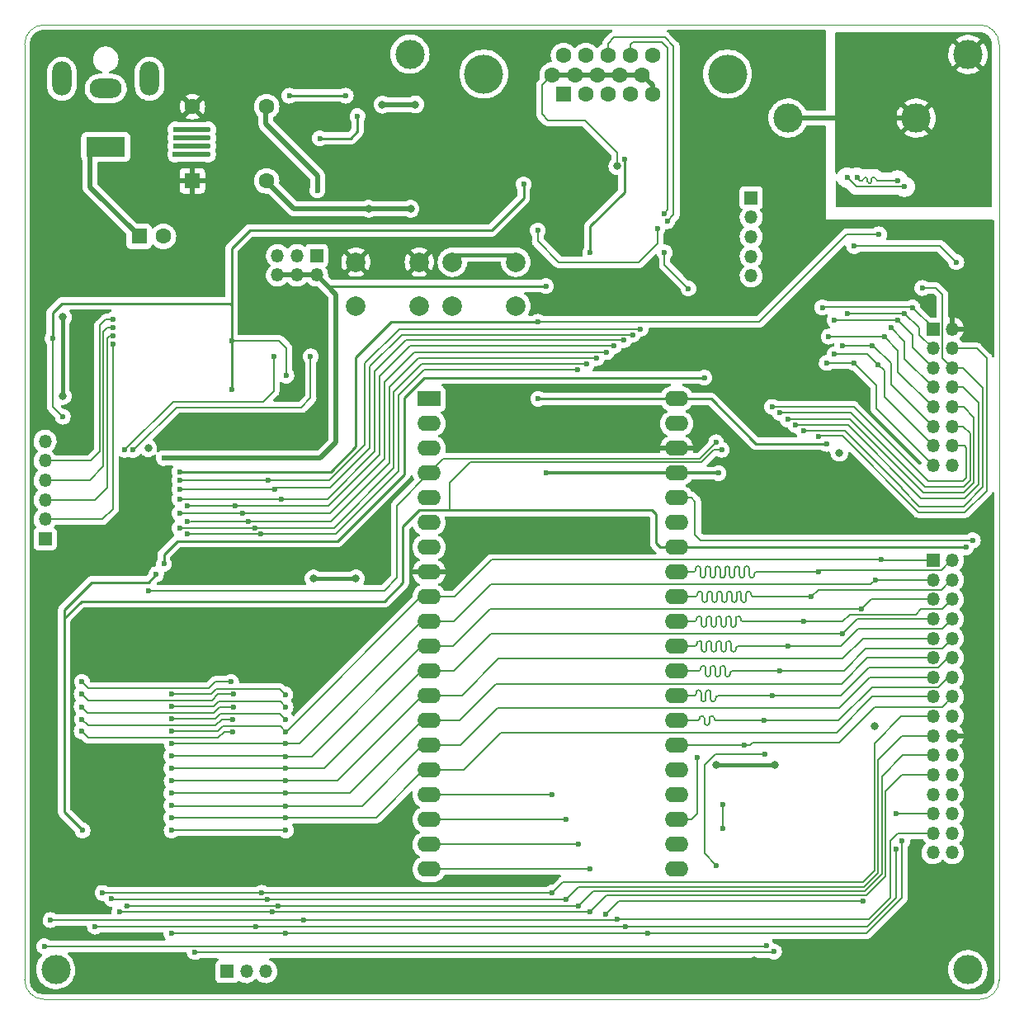
<source format=gbr>
%TF.GenerationSoftware,KiCad,Pcbnew,6.0.4-1.fc35*%
%TF.CreationDate,2022-04-29T14:23:32+05:30*%
%TF.ProjectId,8puter,38707574-6572-42e6-9b69-6361645f7063,rev?*%
%TF.SameCoordinates,PX63d9090PY80e2628*%
%TF.FileFunction,Copper,L2,Bot*%
%TF.FilePolarity,Positive*%
%FSLAX46Y46*%
G04 Gerber Fmt 4.6, Leading zero omitted, Abs format (unit mm)*
G04 Created by KiCad (PCBNEW 6.0.4-1.fc35) date 2022-04-29 14:23:32*
%MOMM*%
%LPD*%
G01*
G04 APERTURE LIST*
%TA.AperFunction,Profile*%
%ADD10C,0.050000*%
%TD*%
%TA.AperFunction,ComponentPad*%
%ADD11C,3.000000*%
%TD*%
%TA.AperFunction,ComponentPad*%
%ADD12C,2.000000*%
%TD*%
%TA.AperFunction,ComponentPad*%
%ADD13R,1.350000X1.350000*%
%TD*%
%TA.AperFunction,ComponentPad*%
%ADD14O,1.350000X1.350000*%
%TD*%
%TA.AperFunction,ComponentPad*%
%ADD15R,2.400000X1.600000*%
%TD*%
%TA.AperFunction,ComponentPad*%
%ADD16O,2.400000X1.600000*%
%TD*%
%TA.AperFunction,ComponentPad*%
%ADD17R,1.600000X1.600000*%
%TD*%
%TA.AperFunction,ComponentPad*%
%ADD18C,1.600000*%
%TD*%
%TA.AperFunction,ComponentPad*%
%ADD19C,4.000000*%
%TD*%
%TA.AperFunction,ComponentPad*%
%ADD20R,4.000000X2.000000*%
%TD*%
%TA.AperFunction,ComponentPad*%
%ADD21O,3.300000X2.000000*%
%TD*%
%TA.AperFunction,ComponentPad*%
%ADD22O,2.000000X3.500000*%
%TD*%
%TA.AperFunction,ViaPad*%
%ADD23C,0.800000*%
%TD*%
%TA.AperFunction,ViaPad*%
%ADD24C,0.600000*%
%TD*%
%TA.AperFunction,Conductor*%
%ADD25C,0.160000*%
%TD*%
%TA.AperFunction,Conductor*%
%ADD26C,0.500000*%
%TD*%
%TA.AperFunction,Conductor*%
%ADD27C,0.200000*%
%TD*%
%TA.AperFunction,Conductor*%
%ADD28C,0.400000*%
%TD*%
%TA.AperFunction,Conductor*%
%ADD29C,0.250000*%
%TD*%
%TA.AperFunction,Conductor*%
%ADD30C,0.300000*%
%TD*%
G04 APERTURE END LIST*
D10*
X100000000Y98000000D02*
X100000000Y2000000D01*
X2000000Y100000000D02*
G75*
G03*
X0Y98000000I0J-2000000D01*
G01*
X0Y2000000D02*
G75*
G03*
X2000000Y0I2000000J0D01*
G01*
X97985786Y0D02*
X2000000Y0D01*
X2000000Y100000000D02*
X98000000Y100000000D01*
X100000000Y98000000D02*
G75*
G03*
X98000000Y100000000I-2000000J0D01*
G01*
X0Y2000000D02*
X0Y98000000D01*
X97985786Y-50D02*
G75*
G03*
X100000000Y2000000I14J2014250D01*
G01*
D11*
%TO.P,,1*%
%TO.N,GND*%
X39532000Y96985000D03*
%TD*%
%TO.P,,1*%
%TO.N,GND*%
X96792000Y96945000D03*
%TD*%
%TO.P,,1*%
%TO.N,GND*%
X3192000Y3065000D03*
%TD*%
%TO.P,,1*%
%TO.N,GND*%
X96782000Y3055000D03*
%TD*%
D12*
%TO.P,RESET_SW1,1,1*%
%TO.N,GND*%
X43894214Y75644214D03*
X50394214Y75644214D03*
%TO.P,RESET_SW1,2,2*%
%TO.N,Net-(C11-Pad1)*%
X43894214Y71144214D03*
X50394214Y71144214D03*
%TD*%
D13*
%TO.P,ROM_WRITE1,1,Pin_1*%
%TO.N,Net-(R2-Pad2)*%
X20750000Y2850000D03*
D14*
%TO.P,ROM_WRITE1,2,Pin_2*%
%TO.N,Net-(ROM1-Pad27)*%
X22750000Y2850000D03*
%TO.P,ROM_WRITE1,3,Pin_3*%
%TO.N,GND*%
X24750000Y2850000D03*
%TD*%
D15*
%TO.P,CPU1,1,~{VP}*%
%TO.N,unconnected-(CPU1-Pad1)*%
X41500005Y61625012D03*
D16*
%TO.P,CPU1,2,RDY*%
%TO.N,RDY*%
X41500005Y59085012D03*
%TO.P,CPU1,3,\u03D51*%
%TO.N,unconnected-(CPU1-Pad3)*%
X41500005Y56545012D03*
%TO.P,CPU1,4,~{IRQ}*%
%TO.N,~{IRQ}*%
X41500005Y54005012D03*
%TO.P,CPU1,5,~{ML}*%
%TO.N,unconnected-(CPU1-Pad5)*%
X41500005Y51465012D03*
%TO.P,CPU1,6,~{NMI}*%
%TO.N,unconnected-(CPU1-Pad6)*%
X41500005Y48925012D03*
%TO.P,CPU1,7,SYNC*%
%TO.N,unconnected-(CPU1-Pad7)*%
X41500005Y46385012D03*
%TO.P,CPU1,8,VDD*%
%TO.N,+5V*%
X41500005Y43845012D03*
%TO.P,CPU1,9,A0*%
%TO.N,ADDR0*%
X41500005Y41305012D03*
%TO.P,CPU1,10,A1*%
%TO.N,ADDR1*%
X41500005Y38765012D03*
%TO.P,CPU1,11,A2*%
%TO.N,ADDR2*%
X41500005Y36225012D03*
%TO.P,CPU1,12,A3*%
%TO.N,ADDR3*%
X41500005Y33685012D03*
%TO.P,CPU1,13,A4*%
%TO.N,ADDR4*%
X41500005Y31145012D03*
%TO.P,CPU1,14,A5*%
%TO.N,ADDR5*%
X41500005Y28605012D03*
%TO.P,CPU1,15,A6*%
%TO.N,ADDR6*%
X41500005Y26065012D03*
%TO.P,CPU1,16,A7*%
%TO.N,ADDR7*%
X41500005Y23525012D03*
%TO.P,CPU1,17,A8*%
%TO.N,ADDR8*%
X41500005Y20985012D03*
%TO.P,CPU1,18,A9*%
%TO.N,ADDR9*%
X41500005Y18445012D03*
%TO.P,CPU1,19,A10*%
%TO.N,ADDR10*%
X41500005Y15905012D03*
%TO.P,CPU1,20,A11*%
%TO.N,ADDR11*%
X41500005Y13365012D03*
%TO.P,CPU1,21,VSS*%
%TO.N,GND*%
X66900005Y13365012D03*
%TO.P,CPU1,22,A12*%
%TO.N,ADDR12*%
X66900005Y15905012D03*
%TO.P,CPU1,23,A13*%
%TO.N,ADDR13*%
X66900005Y18445012D03*
%TO.P,CPU1,24,A14*%
%TO.N,ADDR14*%
X66900005Y20985012D03*
%TO.P,CPU1,25,A15*%
%TO.N,ADDR15*%
X66900005Y23525012D03*
%TO.P,CPU1,26,D7*%
%TO.N,DATA7*%
X66900005Y26065012D03*
%TO.P,CPU1,27,D6*%
%TO.N,DATA6*%
X66900005Y28605012D03*
%TO.P,CPU1,28,D5*%
%TO.N,DATA5*%
X66900005Y31145012D03*
%TO.P,CPU1,29,D4*%
%TO.N,DATA4*%
X66900005Y33685012D03*
%TO.P,CPU1,30,D3*%
%TO.N,DATA3*%
X66900005Y36225012D03*
%TO.P,CPU1,31,D2*%
%TO.N,DATA2*%
X66900005Y38765012D03*
%TO.P,CPU1,32,D1*%
%TO.N,DATA1*%
X66900005Y41305012D03*
%TO.P,CPU1,33,D0*%
%TO.N,DATA0*%
X66900005Y43845012D03*
%TO.P,CPU1,34,R/~{W}*%
%TO.N,CPU_R~{W}*%
X66900005Y46385012D03*
%TO.P,CPU1,35,nc*%
%TO.N,unconnected-(CPU1-Pad35)*%
X66900005Y48925012D03*
%TO.P,CPU1,36,BE*%
%TO.N,BE*%
X66900005Y51465012D03*
%TO.P,CPU1,37,\u03D50*%
%TO.N,CLOCK*%
X66900005Y54005012D03*
%TO.P,CPU1,38,~{SO}*%
%TO.N,+5V*%
X66900005Y56545012D03*
%TO.P,CPU1,39,\u03D52*%
%TO.N,unconnected-(CPU1-Pad39)*%
X66900005Y59085012D03*
%TO.P,CPU1,40,~{RES}*%
%TO.N,~{RESET}*%
X66900005Y61625012D03*
%TD*%
D13*
%TO.P,PERIPHERAL1,1,Pin_1*%
%TO.N,/Peripheral Handler/PD0*%
X93200000Y68800000D03*
D14*
%TO.P,PERIPHERAL1,2,Pin_2*%
%TO.N,+5V*%
X95200000Y68800000D03*
%TO.P,PERIPHERAL1,3,Pin_3*%
%TO.N,/Peripheral Handler/PD1*%
X93200000Y66800000D03*
%TO.P,PERIPHERAL1,4,Pin_4*%
%TO.N,/Peripheral Handler/PC0*%
X95200000Y66800000D03*
%TO.P,PERIPHERAL1,5,Pin_5*%
%TO.N,/Peripheral Handler/PD2*%
X93200000Y64800000D03*
%TO.P,PERIPHERAL1,6,Pin_6*%
%TO.N,/Peripheral Handler/PC1*%
X95200000Y64800000D03*
%TO.P,PERIPHERAL1,7,Pin_7*%
%TO.N,/Peripheral Handler/PD3*%
X93200000Y62800000D03*
%TO.P,PERIPHERAL1,8,Pin_8*%
%TO.N,/Peripheral Handler/PC2*%
X95200000Y62800000D03*
%TO.P,PERIPHERAL1,9,Pin_9*%
%TO.N,/Peripheral Handler/PD4*%
X93200000Y60800000D03*
%TO.P,PERIPHERAL1,10,Pin_10*%
%TO.N,/Peripheral Handler/PC3*%
X95200000Y60800000D03*
%TO.P,PERIPHERAL1,11,Pin_11*%
%TO.N,/Peripheral Handler/PD5*%
X93200000Y58800000D03*
%TO.P,PERIPHERAL1,12,Pin_12*%
%TO.N,/Peripheral Handler/PC4*%
X95200000Y58800000D03*
%TO.P,PERIPHERAL1,13,Pin_13*%
%TO.N,/Peripheral Handler/PD6*%
X93200000Y56800000D03*
%TO.P,PERIPHERAL1,14,Pin_14*%
%TO.N,/Peripheral Handler/PC5*%
X95200000Y56800000D03*
%TO.P,PERIPHERAL1,15,Pin_15*%
%TO.N,/Peripheral Handler/PD7*%
X93200000Y54800000D03*
%TO.P,PERIPHERAL1,16,Pin_16*%
%TO.N,GND*%
X95200000Y54800000D03*
%TD*%
D13*
%TO.P,PROG1,1,Pin_1*%
%TO.N,~{RESET}*%
X74552000Y82245000D03*
D14*
%TO.P,PROG1,2,Pin_2*%
%TO.N,+3V3*%
X74552000Y80245000D03*
%TO.P,PROG1,3,Pin_3*%
%TO.N,GND*%
X74552000Y78245000D03*
%TO.P,PROG1,4,Pin_4*%
%TO.N,Net-(PROG1-Pad4)*%
X74552000Y76245000D03*
%TO.P,PROG1,5,Pin_5*%
%TO.N,Net-(PROG1-Pad5)*%
X74552000Y74245000D03*
%TD*%
D17*
%TO.P,C3,1*%
%TO.N,/Power/PWR*%
X11744888Y78290000D03*
D18*
%TO.P,C3,2*%
%TO.N,GND*%
X14244888Y78290000D03*
%TD*%
D19*
%TO.P,VGA1,0*%
%TO.N,N/C*%
X72115000Y94949669D03*
X47115000Y94949669D03*
D17*
%TO.P,VGA1,1*%
%TO.N,/Video/RED*%
X55300000Y92899669D03*
D18*
%TO.P,VGA1,2*%
%TO.N,/Video/GREEN*%
X57590000Y92899669D03*
%TO.P,VGA1,3*%
%TO.N,/Video/BLUE*%
X59880000Y92899669D03*
%TO.P,VGA1,4*%
%TO.N,unconnected-(VGA1-Pad4)*%
X62170000Y92899669D03*
%TO.P,VGA1,5*%
%TO.N,GND*%
X64460000Y92899669D03*
%TO.P,VGA1,6*%
X54155000Y94879669D03*
%TO.P,VGA1,7*%
X56445000Y94879669D03*
%TO.P,VGA1,8*%
X58735000Y94879669D03*
%TO.P,VGA1,9*%
X61025000Y94879669D03*
%TO.P,VGA1,10*%
X63315000Y94879669D03*
%TO.P,VGA1,11*%
%TO.N,unconnected-(VGA1-Pad11)*%
X55300000Y96859669D03*
%TO.P,VGA1,12*%
%TO.N,unconnected-(VGA1-Pad12)*%
X57590000Y96859669D03*
%TO.P,VGA1,13*%
%TO.N,/Video/HSYNC*%
X59880000Y96859669D03*
%TO.P,VGA1,14*%
%TO.N,/Video/VSYNC*%
X62170000Y96859669D03*
%TO.P,VGA1,15*%
%TO.N,unconnected-(VGA1-Pad15)*%
X64460000Y96859669D03*
%TD*%
D13*
%TO.P,SPI1,1,Pin_1*%
%TO.N,+3V3*%
X2100000Y47260000D03*
D14*
%TO.P,SPI1,2,Pin_2*%
%TO.N,/Storage/CS*%
X2100000Y49260000D03*
%TO.P,SPI1,3,Pin_3*%
%TO.N,/Storage/MISO*%
X2100000Y51260000D03*
%TO.P,SPI1,4,Pin_4*%
%TO.N,/Storage/SCLK*%
X2100000Y53260000D03*
%TO.P,SPI1,5,Pin_5*%
%TO.N,/Storage/MOSI*%
X2100000Y55260000D03*
%TO.P,SPI1,6,Pin_6*%
%TO.N,GND*%
X2100000Y57260000D03*
%TD*%
D13*
%TO.P,DEBUG1,1,Pin_1*%
%TO.N,ADDR0*%
X93200000Y45050000D03*
D14*
%TO.P,DEBUG1,2,Pin_2*%
%TO.N,DATA0*%
X95200000Y45050000D03*
%TO.P,DEBUG1,3,Pin_3*%
%TO.N,ADDR1*%
X93200000Y43050000D03*
%TO.P,DEBUG1,4,Pin_4*%
%TO.N,DATA1*%
X95200000Y43050000D03*
%TO.P,DEBUG1,5,Pin_5*%
%TO.N,ADDR2*%
X93200000Y41050000D03*
%TO.P,DEBUG1,6,Pin_6*%
%TO.N,DATA2*%
X95200000Y41050000D03*
%TO.P,DEBUG1,7,Pin_7*%
%TO.N,ADDR3*%
X93200000Y39050000D03*
%TO.P,DEBUG1,8,Pin_8*%
%TO.N,DATA3*%
X95200000Y39050000D03*
%TO.P,DEBUG1,9,Pin_9*%
%TO.N,ADDR4*%
X93200000Y37050000D03*
%TO.P,DEBUG1,10,Pin_10*%
%TO.N,DATA4*%
X95200000Y37050000D03*
%TO.P,DEBUG1,11,Pin_11*%
%TO.N,ADDR5*%
X93200000Y35050000D03*
%TO.P,DEBUG1,12,Pin_12*%
%TO.N,DATA5*%
X95200000Y35050000D03*
%TO.P,DEBUG1,13,Pin_13*%
%TO.N,ADDR6*%
X93200000Y33050000D03*
%TO.P,DEBUG1,14,Pin_14*%
%TO.N,DATA6*%
X95200000Y33050000D03*
%TO.P,DEBUG1,15,Pin_15*%
%TO.N,ADDR7*%
X93200000Y31050000D03*
%TO.P,DEBUG1,16,Pin_16*%
%TO.N,DATA7*%
X95200000Y31050000D03*
%TO.P,DEBUG1,17,Pin_17*%
%TO.N,ADDR8*%
X93200000Y29050000D03*
%TO.P,DEBUG1,18,Pin_18*%
%TO.N,GND*%
X95200000Y29050000D03*
%TO.P,DEBUG1,19,Pin_19*%
%TO.N,ADDR9*%
X93200000Y27050000D03*
%TO.P,DEBUG1,20,Pin_20*%
%TO.N,+5V*%
X95200000Y27050000D03*
%TO.P,DEBUG1,21,Pin_21*%
%TO.N,ADDR10*%
X93200000Y25050000D03*
%TO.P,DEBUG1,22,Pin_22*%
%TO.N,unconnected-(DEBUG1-Pad22)*%
X95200000Y25050000D03*
%TO.P,DEBUG1,23,Pin_23*%
%TO.N,ADDR11*%
X93200000Y23050000D03*
%TO.P,DEBUG1,24,Pin_24*%
%TO.N,CLOCK*%
X95200000Y23050000D03*
%TO.P,DEBUG1,25,Pin_25*%
%TO.N,ADDR12*%
X93200000Y21050000D03*
%TO.P,DEBUG1,26,Pin_26*%
%TO.N,CPU_R~{W}*%
X95200000Y21050000D03*
%TO.P,DEBUG1,27,Pin_27*%
%TO.N,ADDR13*%
X93200000Y19050000D03*
%TO.P,DEBUG1,28,Pin_28*%
%TO.N,BE*%
X95200000Y19050000D03*
%TO.P,DEBUG1,29,Pin_29*%
%TO.N,ADDR14*%
X93200000Y17050000D03*
%TO.P,DEBUG1,30,Pin_30*%
%TO.N,~{IRQ}*%
X95200000Y17050000D03*
%TO.P,DEBUG1,31,Pin_31*%
%TO.N,ADDR15*%
X93200000Y15050000D03*
%TO.P,DEBUG1,32,Pin_32*%
%TO.N,RDY*%
X95200000Y15050000D03*
%TD*%
D20*
%TO.P,J1,1*%
%TO.N,/Power/PWR*%
X8320000Y87460000D03*
D21*
%TO.P,J1,2*%
%TO.N,GND*%
X8320000Y93460000D03*
D22*
%TO.P,J1,MP*%
%TO.N,N/C*%
X12820000Y94460000D03*
X3820000Y94460000D03*
%TD*%
D12*
%TO.P,STEP_SW1,1,1*%
%TO.N,Net-(R30-Pad2)*%
X40500000Y71155774D03*
X34000000Y71155774D03*
%TO.P,STEP_SW1,2,2*%
%TO.N,+5V*%
X34000000Y75655774D03*
X40500000Y75655774D03*
%TD*%
D13*
%TO.P,CS_SEL1,1,Pin_1*%
%TO.N,/Clock/OSCC*%
X29950000Y76326250D03*
D14*
%TO.P,CS_SEL1,2,Pin_2*%
%TO.N,CLOCK*%
X29950000Y74326250D03*
%TO.P,CS_SEL1,3,Pin_3*%
%TO.N,/Clock/STEP*%
X27950000Y76326250D03*
%TO.P,CS_SEL1,4,Pin_4*%
%TO.N,CLOCK*%
X27950000Y74326250D03*
%TO.P,CS_SEL1,5,Pin_5*%
%TO.N,unconnected-(CS_SEL1-Pad5)*%
X25950000Y76326250D03*
%TO.P,CS_SEL1,6,Pin_6*%
%TO.N,CLOCK*%
X25950000Y74326250D03*
%TD*%
D11*
%TO.P,USB_P1,5,Shield*%
%TO.N,GND*%
X78330000Y90430000D03*
X91470000Y90430000D03*
%TD*%
D17*
%TO.P,X1,1,EN*%
%TO.N,+5V*%
X17210000Y83990000D03*
D18*
%TO.P,X1,4,GND*%
%TO.N,GND*%
X24830000Y83990000D03*
%TO.P,X1,5,OUT*%
%TO.N,/Clock/CRYSTAL*%
X24830000Y91610000D03*
%TO.P,X1,8,Vcc*%
%TO.N,+5V*%
X17210000Y91610000D03*
%TD*%
D23*
%TO.N,+5V*%
X79000000Y82300000D03*
%TO.N,GND*%
X60817500Y85485000D03*
D24*
X18832000Y88385000D03*
X15472000Y88385000D03*
D23*
X12680000Y56560000D03*
D24*
X15482000Y89265000D03*
X18832000Y87545000D03*
D23*
X33990000Y43200000D03*
X3910000Y70010000D03*
X71000000Y24050000D03*
X77000000Y24050000D03*
D24*
X15462000Y86675000D03*
X15472000Y87545000D03*
X18842000Y89265000D03*
D23*
X35300000Y81126250D03*
X39600000Y81126250D03*
X83600000Y56100000D03*
X29650000Y43200000D03*
X40090000Y91830000D03*
X87232000Y28075000D03*
X3910000Y61910000D03*
X36710000Y91810000D03*
D24*
X18822000Y86675000D03*
%TO.N,CLOCK*%
X71200000Y54000000D03*
X53500000Y73200000D03*
X14290000Y55550000D03*
X53500000Y54024226D03*
%TO.N,DATA7*%
X73850005Y26050012D03*
X21375000Y27475000D03*
X56700005Y64600012D03*
X5850000Y27500000D03*
X24202000Y47750000D03*
X16690000Y47750000D03*
%TO.N,DATA6*%
X23600000Y48380000D03*
X57700005Y65200012D03*
X15890000Y48350000D03*
X5875000Y28750000D03*
X21375000Y28750000D03*
X75850005Y28650012D03*
%TO.N,DATA5*%
X58700005Y65800012D03*
X16690000Y49050000D03*
X5850000Y30025000D03*
X76700005Y31150012D03*
X21400000Y30025000D03*
X22950000Y49020000D03*
%TO.N,DATA4*%
X77500005Y33700012D03*
X21450000Y31300000D03*
X5850000Y31325000D03*
X22350000Y49850000D03*
X59700005Y66400012D03*
X15890000Y49850000D03*
%TO.N,DATA3*%
X16690000Y50650000D03*
X60500000Y67050000D03*
X5875000Y32575000D03*
X78300005Y36250012D03*
X21640000Y50650000D03*
X21175000Y32575000D03*
%TO.N,DATA2*%
X26350000Y51360000D03*
X79900005Y38750012D03*
X15125000Y31300000D03*
X15890000Y51350000D03*
X61500005Y67655000D03*
X26750000Y31275000D03*
%TO.N,DATA1*%
X25650000Y52350000D03*
X15890000Y52350000D03*
X80700005Y41300012D03*
X62400005Y68200012D03*
X15100000Y30050000D03*
X26775000Y30025000D03*
%TO.N,DATA0*%
X15890000Y53250000D03*
X63200005Y68800012D03*
X15100000Y28770000D03*
X26770000Y28730000D03*
X81500005Y43850012D03*
X24950000Y53250000D03*
%TO.N,ADDR14*%
X60800005Y8200012D03*
X2650000Y8140000D03*
X28660000Y8160000D03*
%TO.N,ADDR12*%
X26810000Y17350000D03*
X15070000Y6780000D03*
X90050000Y16250000D03*
X63900000Y6800000D03*
X15080000Y17350000D03*
X26790000Y6770000D03*
%TO.N,ADDR7*%
X26810000Y18630000D03*
X15060000Y18630000D03*
%TO.N,ADDR6*%
X15050000Y19880000D03*
X26810000Y19820000D03*
%TO.N,ADDR5*%
X26800000Y21140000D03*
X15070000Y21140000D03*
%TO.N,ADDR4*%
X15080000Y22430000D03*
X26800000Y22420000D03*
%TO.N,ADDR3*%
X83900005Y37500012D03*
X26760000Y23700000D03*
X15070000Y23700000D03*
%TO.N,ADDR2*%
X15070000Y24960000D03*
X85900000Y40100000D03*
X26770000Y24940000D03*
%TO.N,ADDR1*%
X87300000Y43050000D03*
X26780000Y26230000D03*
X15090000Y26230000D03*
%TO.N,ADDR0*%
X26780000Y27460000D03*
X15120000Y27510000D03*
X87900000Y45100012D03*
%TO.N,ADDR10*%
X56850005Y9600012D03*
X56845005Y15905012D03*
X10490000Y9600000D03*
X25990000Y9610000D03*
%TO.N,ADDR11*%
X25440000Y8950000D03*
X9740000Y9010000D03*
X58000005Y13350012D03*
X58000005Y8950012D03*
%TO.N,ADDR9*%
X8940000Y10315000D03*
X24890000Y10260000D03*
X55545005Y18445012D03*
X55545005Y10255012D03*
%TO.N,ADDR8*%
X24290000Y10940000D03*
X54150005Y21000012D03*
X8000000Y10930000D03*
X54150005Y10950012D03*
%TO.N,ADDR13*%
X89450000Y15450000D03*
X69000000Y24800000D03*
X61650005Y7500012D03*
X7210000Y7470000D03*
X89450000Y19050000D03*
X23740000Y7460000D03*
%TO.N,ADDR15*%
X86075000Y10075000D03*
X59600000Y8700000D03*
%TO.N,+5V*%
X36910000Y46360000D03*
D23*
X6102000Y16015000D03*
X83800000Y75000000D03*
X14600000Y2300000D03*
X21250000Y16000000D03*
X71402000Y58815000D03*
X74900000Y4000000D03*
X7310000Y44650000D03*
D24*
%TO.N,CPU_R~{W}*%
X96600000Y46400000D03*
X13490000Y43620000D03*
X5940000Y17340000D03*
X71524219Y56400012D03*
%TO.N,BE*%
X97300000Y47100000D03*
%TO.N,~{PRP_CS}*%
X69750000Y63800000D03*
X65672000Y76645000D03*
X14280000Y44690000D03*
X68112000Y72935000D03*
X76000000Y25200000D03*
X71000000Y13750000D03*
%TO.N,/Clock/CRYSTAL*%
X30050000Y83026250D03*
%TO.N,+3V3*%
X26850000Y64003000D03*
X21250000Y67577500D03*
X21250000Y62577500D03*
X51202000Y83625000D03*
X3920000Y59790000D03*
X2865000Y67820000D03*
%TO.N,~{IRQ}*%
X70952000Y57165000D03*
X12680000Y41960000D03*
%TO.N,~{RAM_CS}*%
X76100000Y5475489D03*
X2010000Y5450000D03*
%TO.N,~{ROM_CS}*%
X17450000Y4850500D03*
X71650000Y17500000D03*
X76900000Y4900000D03*
X71650000Y20000000D03*
%TO.N,/Peripheral Handler/PD0*%
X81850500Y71000000D03*
X91100000Y71000000D03*
%TO.N,/Peripheral Handler/PD1*%
X84400000Y70400000D03*
X90300000Y70400000D03*
%TO.N,/Peripheral Handler/PD2*%
X83100000Y69700000D03*
X89600000Y69700000D03*
%TO.N,/Peripheral Handler/PD3*%
X88900000Y68900000D03*
%TO.N,/Peripheral Handler/PD4*%
X82500000Y68000000D03*
X88224500Y68000000D03*
%TO.N,/Peripheral Handler/PD5*%
X83900000Y67100000D03*
X86975500Y67100000D03*
%TO.N,/Peripheral Handler/PD6*%
X83100000Y66200000D03*
X87600000Y65100000D03*
%TO.N,/Peripheral Handler/PD7*%
X85100000Y65300000D03*
X82300000Y65300000D03*
%TO.N,/Storage/MISO*%
X9060000Y68070000D03*
%TO.N,Net-(U2-Pad12)*%
X34150000Y90626250D03*
X30292000Y88355000D03*
%TO.N,~{RESET}*%
X52700000Y61625000D03*
X52650000Y78900000D03*
X52650000Y69525000D03*
X87675500Y78500000D03*
X15890000Y54150000D03*
X82300000Y57000000D03*
X64912000Y79065000D03*
%TO.N,/Peripheral Handler/SUSB+*%
X90300000Y83400000D03*
X84400000Y84334126D03*
%TO.N,/Peripheral Handler/SUSB-*%
X85400000Y84334126D03*
X89600000Y84025000D03*
%TO.N,/Clock/STEP*%
X27150000Y92726250D03*
X32950000Y92726250D03*
%TO.N,/Peripheral Handler/PC5*%
X76700000Y60800000D03*
%TO.N,/Storage/MOSI*%
X9050000Y69760000D03*
%TO.N,/Peripheral Handler/PC0*%
X81500000Y57776500D03*
%TO.N,/Peripheral Handler/PC1*%
X92100000Y73000000D03*
X79900000Y58351000D03*
%TO.N,/Peripheral Handler/PC2*%
X79100000Y58925500D03*
%TO.N,/Peripheral Handler/PC3*%
X78300000Y59500000D03*
%TO.N,/Peripheral Handler/PC4*%
X77500000Y60175500D03*
%TO.N,/Video/VSYNC*%
X65642000Y80655000D03*
%TO.N,/Video/HSYNC*%
X65942000Y79855000D03*
%TO.N,/Storage/SCLK*%
X9065000Y68915000D03*
%TO.N,/Storage/CS*%
X9050000Y67220000D03*
%TO.N,Net-(SERC1-Pad42)*%
X11130000Y56370000D03*
X29350000Y65977500D03*
%TO.N,Net-(SERC1-Pad43)*%
X10293767Y56393767D03*
X25550000Y65977500D03*
%TO.N,Net-(PRP1-Pad38)*%
X95600000Y75650000D03*
X85100000Y77300000D03*
%TO.N,Net-(R34-Pad2)*%
X61542000Y86225000D03*
X58032000Y76655000D03*
%TD*%
D25*
%TO.N,DATA2*%
X61495005Y67650000D02*
X39140000Y67650000D01*
X35920000Y64430000D02*
X35920000Y56230000D01*
X39140000Y67650000D02*
X35920000Y64430000D01*
X35920000Y56230000D02*
X31050000Y51360000D01*
X31050000Y51360000D02*
X26350000Y51360000D01*
%TO.N,DATA7*%
X41020012Y64600012D02*
X56700005Y64600012D01*
X38370000Y61950000D02*
X41020012Y64600012D01*
X24139989Y47750000D02*
X31900000Y47750000D01*
X38370000Y54220000D02*
X38370000Y61950000D01*
X31900000Y47750000D02*
X38370000Y54220000D01*
X24139989Y47750000D02*
X16690000Y47750000D01*
X21375000Y27475000D02*
X20472000Y27475000D01*
X20472000Y27475000D02*
X19847000Y26850000D01*
X6500000Y26850000D02*
X5850000Y27500000D01*
X19847000Y26850000D02*
X6500000Y26850000D01*
%TO.N,ADDR0*%
X15120000Y27510000D02*
X19787000Y27510000D01*
X19787000Y27510000D02*
X20291511Y28014511D01*
X20291511Y28014511D02*
X26225489Y28014511D01*
X26225489Y28014511D02*
X26780000Y27460000D01*
%TO.N,DATA6*%
X21375000Y28750000D02*
X20207000Y28750000D01*
X20207000Y28750000D02*
X19557000Y28100000D01*
X19557000Y28100000D02*
X6525000Y28100000D01*
X6525000Y28100000D02*
X5875000Y28750000D01*
%TO.N,DATA0*%
X15100000Y28770000D02*
X19577000Y28770000D01*
X19577000Y28770000D02*
X20096511Y29289511D01*
X20096511Y29289511D02*
X26210489Y29289511D01*
X26210489Y29289511D02*
X26770000Y28730000D01*
%TO.N,DATA5*%
X21400000Y30025000D02*
X20012000Y30025000D01*
X20012000Y30025000D02*
X19412000Y29425000D01*
X19412000Y29425000D02*
X6450000Y29425000D01*
X6450000Y29425000D02*
X5850000Y30025000D01*
%TO.N,DATA1*%
X15100000Y30050000D02*
X19377000Y30050000D01*
X19377000Y30050000D02*
X19891511Y30564511D01*
X19891511Y30564511D02*
X26235489Y30564511D01*
X26235489Y30564511D02*
X26775000Y30025000D01*
%TO.N,DATA4*%
X21450000Y31300000D02*
X19817000Y31300000D01*
X6500000Y30675000D02*
X5850000Y31325000D01*
X19817000Y31300000D02*
X19192000Y30675000D01*
X19192000Y30675000D02*
X6500000Y30675000D01*
%TO.N,DATA2*%
X15125000Y31300000D02*
X19117000Y31300000D01*
X19692000Y31875000D02*
X26150000Y31875000D01*
X19117000Y31300000D02*
X19692000Y31875000D01*
X26150000Y31875000D02*
X26750000Y31275000D01*
%TO.N,DATA3*%
X21175000Y32575000D02*
X19532000Y32575000D01*
X19532000Y32575000D02*
X18857000Y31900000D01*
X18857000Y31900000D02*
X6550000Y31900000D01*
X6550000Y31900000D02*
X5875000Y32575000D01*
%TO.N,~{PRP_CS}*%
X68112000Y72935000D02*
X65672000Y75375000D01*
X65672000Y75375000D02*
X65672000Y76645000D01*
%TO.N,~{IRQ}*%
X70952000Y57165000D02*
X70952000Y57152007D01*
X70952000Y57152007D02*
X69254513Y55454520D01*
X69254513Y55454520D02*
X42949513Y55454520D01*
X42949513Y55454520D02*
X41500005Y54005012D01*
%TO.N,CPU_R~{W}*%
X71524219Y56400012D02*
X70708443Y56400012D01*
X70708443Y56400012D02*
X69403431Y55095000D01*
X45724028Y55095000D02*
X43650000Y53020972D01*
X43650000Y53020972D02*
X43650000Y50200000D01*
X69403431Y55095000D02*
X45724028Y55095000D01*
X43650000Y50200000D02*
X43980000Y50200000D01*
D26*
%TO.N,GND*%
X15462000Y86675000D02*
X18822000Y86675000D01*
D27*
X53092000Y90835000D02*
X53092000Y93816669D01*
D26*
X36710000Y91810000D02*
X40070000Y91810000D01*
X15472000Y87545000D02*
X18832000Y87545000D01*
X78330000Y90430000D02*
X91470000Y90430000D01*
X63315000Y94879669D02*
X63367331Y94879669D01*
D27*
X60817500Y85485000D02*
X60817500Y86879500D01*
D26*
X15482000Y89265000D02*
X18842000Y89265000D01*
X63367331Y94879669D02*
X64460000Y93787000D01*
D27*
X53732000Y90195000D02*
X53092000Y90835000D01*
D26*
X40070000Y91810000D02*
X40090000Y91830000D01*
X15472000Y88385000D02*
X18832000Y88385000D01*
D28*
X33990000Y43200000D02*
X29650000Y43200000D01*
D26*
X64460000Y93787000D02*
X64460000Y92899669D01*
X54155000Y94879669D02*
X58735000Y94879669D01*
D27*
X60817500Y86879500D02*
X57502000Y90195000D01*
D28*
X71000000Y24050000D02*
X77000000Y24050000D01*
X43894219Y76394226D02*
X50394219Y76394226D01*
D26*
X58735000Y94879669D02*
X61025000Y94879669D01*
X27650000Y81126250D02*
X39600000Y81126250D01*
D27*
X57502000Y90195000D02*
X53732000Y90195000D01*
D26*
X61025000Y94879669D02*
X63315000Y94879669D01*
D27*
X53092000Y93816669D02*
X54155000Y94879669D01*
D26*
X24760000Y84016250D02*
X27650000Y81126250D01*
D28*
X3910000Y61910000D02*
X3910000Y70010000D01*
D29*
%TO.N,CLOCK*%
X53500000Y73200000D02*
X31076250Y73200000D01*
D26*
X30340000Y55550000D02*
X31960000Y57170000D01*
X14290000Y55550000D02*
X30340000Y55550000D01*
D30*
X66919219Y54024226D02*
X66943445Y54000000D01*
D26*
X27950000Y74326250D02*
X25950000Y74326250D01*
X31960000Y57170000D02*
X31960000Y72316250D01*
X31960000Y72316250D02*
X29950000Y74326250D01*
D30*
X66943445Y54000000D02*
X71200000Y54000000D01*
X53500000Y54024226D02*
X53519214Y54005012D01*
X53519214Y54005012D02*
X66900005Y54005012D01*
D26*
X29950000Y74326250D02*
X27950000Y74326250D01*
D25*
%TO.N,DATA7*%
X83550000Y26350000D02*
X87200000Y30000000D01*
X74700000Y26350000D02*
X83550000Y26350000D01*
X94150000Y30000000D02*
X95200000Y31050000D01*
X73850005Y26050012D02*
X73835005Y26065012D01*
X73850005Y26050012D02*
X74400012Y26050012D01*
X74400012Y26050012D02*
X74700000Y26350000D01*
X73835005Y26065012D02*
X66900005Y26065012D01*
X87200000Y30000000D02*
X94150000Y30000000D01*
%TO.N,DATA6*%
X94750000Y33050000D02*
X93750000Y32050000D01*
X23600000Y48380000D02*
X15920000Y48380000D01*
X69990343Y28134335D02*
X70019667Y28134335D01*
X15920000Y48380000D02*
X15890000Y48350000D01*
X70255005Y28605012D02*
X70255005Y28840351D01*
X93750000Y32050000D02*
X86925000Y32050000D01*
X70990343Y28605012D02*
X72036848Y28605012D01*
X69740343Y28840350D02*
X69740343Y28605012D01*
X69475681Y29075689D02*
X69505005Y29075689D01*
X72036848Y28605012D02*
X75805005Y28605012D01*
X83525012Y28650012D02*
X75850005Y28650012D01*
X95200000Y33050000D02*
X94750000Y33050000D01*
X70755005Y28840351D02*
X70755005Y28840350D01*
X69240343Y28840350D02*
X69240343Y28840351D01*
X40740012Y65200012D02*
X57700005Y65200012D01*
X69740343Y28605012D02*
X69755005Y28605012D01*
X86925000Y32050000D02*
X83525012Y28650012D01*
X70255005Y28369673D02*
X70255005Y28605012D01*
X75805005Y28605012D02*
X75850005Y28650012D01*
X70490343Y29075689D02*
X70519667Y29075689D01*
X31730000Y48380000D02*
X37870000Y54520000D01*
X23600000Y48380000D02*
X31730000Y48380000D01*
X66900005Y28605012D02*
X69005005Y28605012D01*
X69755005Y28605012D02*
X69755005Y28369673D01*
X69740343Y28840351D02*
X69740343Y28840350D01*
X37870000Y54520000D02*
X37870000Y62330000D01*
X37870000Y62330000D02*
X40740012Y65200012D01*
X69990343Y28134405D02*
G75*
G02*
X69755005Y28369673I-43J235295D01*
G01*
X69740289Y28840351D02*
G75*
G03*
X69505005Y29075689I-235289J49D01*
G01*
X69475681Y29075757D02*
G75*
G03*
X69240343Y28840351I19J-235357D01*
G01*
X70990343Y28605105D02*
G75*
G02*
X70755005Y28840350I-43J235295D01*
G01*
X70255065Y28369673D02*
G75*
G02*
X70019667Y28134335I-235365J27D01*
G01*
X70490343Y29075695D02*
G75*
G03*
X70255005Y28840351I-43J-235295D01*
G01*
X70754989Y28840351D02*
G75*
G03*
X70519667Y29075689I-235289J49D01*
G01*
X69240388Y28840350D02*
G75*
G02*
X69005005Y28605012I-235388J50D01*
G01*
%TO.N,DATA5*%
X40380012Y65800012D02*
X58700005Y65800012D01*
X86625000Y34050000D02*
X93750000Y34050000D01*
X83725000Y31150000D02*
X86625000Y34050000D01*
X94750000Y35050000D02*
X95200000Y35050000D01*
X69905005Y30804269D02*
X69905005Y31145012D01*
X37420000Y62840000D02*
X40380012Y65800012D01*
X22950000Y49020000D02*
X22940000Y49010000D01*
X22950000Y49020000D02*
X31420000Y49020000D01*
X22940000Y49010000D02*
X17020000Y49010000D01*
X70405005Y31485755D02*
X70405005Y31145012D01*
X76695005Y31145012D02*
X76700005Y31150012D01*
X69905005Y31145012D02*
X69905005Y31485755D01*
X93750000Y34050000D02*
X94750000Y35050000D01*
X37420000Y55020000D02*
X37420000Y62840000D01*
X76700017Y31150000D02*
X83725000Y31150000D01*
X76700005Y31150012D02*
X76700017Y31150000D01*
X68905005Y31395012D02*
X68905005Y31485755D01*
X70405005Y31145012D02*
X70405005Y30804269D01*
X69405005Y31485755D02*
X69405005Y31395012D01*
X70905005Y30804269D02*
X70905005Y30895012D01*
X73438413Y31145012D02*
X76695005Y31145012D01*
X71155005Y31145012D02*
X73438413Y31145012D01*
X66900005Y31145012D02*
X68655005Y31145012D01*
X31420000Y49020000D02*
X37420000Y55020000D01*
X69405005Y31395012D02*
X69405005Y30804269D01*
X70404955Y31485755D02*
G75*
G03*
X70155005Y31735755I-249955J45D01*
G01*
X69655005Y30554305D02*
G75*
G02*
X69405005Y30804269I-5J249995D01*
G01*
X69155005Y31735795D02*
G75*
G03*
X68905005Y31485755I-5J-249995D01*
G01*
X68904988Y31395012D02*
G75*
G02*
X68655005Y31145012I-249988J-12D01*
G01*
X71155005Y31144995D02*
G75*
G03*
X70905005Y30895012I-5J-249995D01*
G01*
X69905031Y30804269D02*
G75*
G02*
X69655005Y30554269I-250031J31D01*
G01*
X70655005Y30554305D02*
G75*
G02*
X70405005Y30804269I-5J249995D01*
G01*
X69404955Y31485755D02*
G75*
G03*
X69155005Y31735755I-249955J45D01*
G01*
X70905031Y30804269D02*
G75*
G02*
X70655005Y30554269I-250031J31D01*
G01*
X70155005Y31735795D02*
G75*
G03*
X69905005Y31485755I-5J-249995D01*
G01*
%TO.N,DATA4*%
X15900000Y49840000D02*
X15890000Y49850000D01*
X69365005Y33935012D02*
X69365005Y34010096D01*
X77485005Y33685012D02*
X77500005Y33700012D01*
X71365005Y33685012D02*
X71365005Y34010096D01*
X22350000Y49850000D02*
X31350000Y49850000D01*
X71865005Y33685012D02*
X71865005Y33359928D01*
X70365005Y33685012D02*
X70365005Y34010096D01*
X36930000Y63350000D02*
X39980012Y66400012D01*
X86300000Y36000000D02*
X94150000Y36000000D01*
X77549993Y33750000D02*
X84050000Y33750000D01*
X77500005Y33700012D02*
X77549993Y33750000D01*
X39980012Y66400012D02*
X59700005Y66400012D01*
X70365005Y33359928D02*
X70365005Y33685012D01*
X36930000Y55430000D02*
X36930000Y63350000D01*
X84050000Y33750000D02*
X86300000Y36000000D01*
X31350000Y49850000D02*
X36930000Y55430000D01*
X69865005Y33935012D02*
X69865005Y33359928D01*
X22340000Y49840000D02*
X15900000Y49840000D01*
X72365005Y33359928D02*
X72365005Y33435012D01*
X71365005Y33359928D02*
X71365005Y33685012D01*
X70865005Y33685012D02*
X70865005Y33359928D01*
X69865005Y34010096D02*
X69865005Y33935012D01*
X73585946Y33685012D02*
X77485005Y33685012D01*
X66900005Y33685012D02*
X69115005Y33685012D01*
X94150000Y36000000D02*
X95200000Y37050000D01*
X70865005Y34010096D02*
X70865005Y33685012D01*
X71865005Y34010096D02*
X71865005Y33685012D01*
X72615005Y33685012D02*
X73585946Y33685012D01*
X22350000Y49850000D02*
X22340000Y49840000D01*
X71615005Y34260095D02*
G75*
G03*
X71365005Y34010096I-5J-249995D01*
G01*
X71364972Y33359928D02*
G75*
G02*
X71115005Y33109928I-249972J-28D01*
G01*
X70615005Y34260095D02*
G75*
G03*
X70365005Y34010096I-5J-249995D01*
G01*
X69864996Y34010096D02*
G75*
G03*
X69615005Y34260096I-249996J4D01*
G01*
X70864996Y34010096D02*
G75*
G03*
X70615005Y34260096I-249996J4D01*
G01*
X70115005Y33109905D02*
G75*
G02*
X69865005Y33359928I-5J249995D01*
G01*
X70364972Y33359928D02*
G75*
G02*
X70115005Y33109928I-249972J-28D01*
G01*
X72615005Y33684995D02*
G75*
G03*
X72365005Y33435012I-5J-249995D01*
G01*
X69364988Y33935012D02*
G75*
G02*
X69115005Y33685012I-249988J-12D01*
G01*
X72115005Y33109905D02*
G75*
G02*
X71865005Y33359928I-5J249995D01*
G01*
X72364972Y33359928D02*
G75*
G02*
X72115005Y33109928I-249972J-28D01*
G01*
X71115005Y33109905D02*
G75*
G02*
X70865005Y33359928I-5J249995D01*
G01*
X69615005Y34260095D02*
G75*
G03*
X69365005Y34010096I-5J-249995D01*
G01*
X71864996Y34010096D02*
G75*
G03*
X71615005Y34260096I-249996J4D01*
G01*
%TO.N,DATA3*%
X39560000Y67050000D02*
X60500000Y67050000D01*
X68975005Y36475012D02*
X68975005Y36542266D01*
X66900005Y36225012D02*
X68725005Y36225012D01*
X78275005Y36225012D02*
X78300005Y36250012D01*
X70975005Y35907758D02*
X70975005Y36225012D01*
X69975005Y36225012D02*
X69975005Y36542266D01*
X69475005Y36542266D02*
X69475005Y36475012D01*
X72475005Y36542266D02*
X72475005Y36225012D01*
X83750000Y36250000D02*
X85550000Y38050000D01*
X31200000Y50650000D02*
X36440000Y55890000D01*
X36440000Y55890000D02*
X36440000Y63930000D01*
X71975005Y35907758D02*
X71975005Y36225012D01*
X78300017Y36250000D02*
X83750000Y36250000D01*
X70975005Y36225012D02*
X70975005Y36542266D01*
X85550000Y38050000D02*
X94200000Y38050000D01*
X71975005Y36225012D02*
X71975005Y36542266D01*
X36440000Y63930000D02*
X39560000Y67050000D01*
X74977724Y36225012D02*
X78275005Y36225012D01*
X70475005Y36225012D02*
X70475005Y35907758D01*
X94200000Y38050000D02*
X95200000Y39050000D01*
X72475005Y36225012D02*
X72475005Y35907758D01*
X69475005Y36475012D02*
X69475005Y35907758D01*
X71475005Y36225012D02*
X71475005Y35907758D01*
X71475005Y36542266D02*
X71475005Y36225012D01*
X21640000Y50650000D02*
X31200000Y50650000D01*
X21640000Y50650000D02*
X16690000Y50650000D01*
X69975005Y35907758D02*
X69975005Y36225012D01*
X78300005Y36250012D02*
X78300017Y36250000D01*
X72975005Y35907758D02*
X72975005Y35975012D01*
X73225005Y36225012D02*
X74977724Y36225012D01*
X70475005Y36542266D02*
X70475005Y36225012D01*
X69975042Y35907758D02*
G75*
G02*
X69725005Y35657758I-250042J42D01*
G01*
X72474966Y36542266D02*
G75*
G03*
X72225005Y36792266I-249966J34D01*
G01*
X69225005Y36792295D02*
G75*
G03*
X68975005Y36542266I-5J-249995D01*
G01*
X72725005Y35657805D02*
G75*
G02*
X72475005Y35907758I-5J249995D01*
G01*
X69725005Y35657805D02*
G75*
G02*
X69475005Y35907758I-5J249995D01*
G01*
X72225005Y36792295D02*
G75*
G03*
X71975005Y36542266I-5J-249995D01*
G01*
X72975042Y35907758D02*
G75*
G02*
X72725005Y35657758I-250042J42D01*
G01*
X69474966Y36542266D02*
G75*
G03*
X69225005Y36792266I-249966J34D01*
G01*
X68974988Y36475012D02*
G75*
G02*
X68725005Y36225012I-249988J-12D01*
G01*
X71474966Y36542266D02*
G75*
G03*
X71225005Y36792266I-249966J34D01*
G01*
X70725005Y35657805D02*
G75*
G02*
X70475005Y35907758I-5J249995D01*
G01*
X71225005Y36792295D02*
G75*
G03*
X70975005Y36542266I-5J-249995D01*
G01*
X70975042Y35907758D02*
G75*
G02*
X70725005Y35657758I-250042J42D01*
G01*
X70225005Y36792295D02*
G75*
G03*
X69975005Y36542266I-5J-249995D01*
G01*
X71725005Y35657805D02*
G75*
G02*
X71475005Y35907758I-5J249995D01*
G01*
X70474966Y36542266D02*
G75*
G03*
X70225005Y36792266I-249966J34D01*
G01*
X73225005Y36224995D02*
G75*
G03*
X72975005Y35975012I-5J-249995D01*
G01*
X71975042Y35907758D02*
G75*
G02*
X71725005Y35657758I-250042J42D01*
G01*
%TO.N,DATA2*%
X66900005Y38765012D02*
X68715005Y38765012D01*
X70965005Y38765012D02*
X70965005Y39081391D01*
X72465005Y38765012D02*
X72465005Y38448633D01*
X83950012Y38750012D02*
X79900005Y38750012D01*
X92000000Y40050000D02*
X91450000Y39500000D01*
X69965005Y38448633D02*
X69965005Y38765012D01*
X70465005Y38765012D02*
X70465005Y38448633D01*
X72465005Y39081391D02*
X72465005Y38765012D01*
X75076079Y38765012D02*
X79885005Y38765012D01*
X95200000Y41050000D02*
X94200000Y40050000D01*
X91450000Y39500000D02*
X84700000Y39500000D01*
X84700000Y39500000D02*
X83950012Y38750012D01*
X69965005Y38765012D02*
X69965005Y39081391D01*
X70465005Y39081391D02*
X70465005Y38765012D01*
X68965005Y39015012D02*
X68965005Y39081391D01*
X73465005Y39081391D02*
X73465005Y39015012D01*
X26350000Y51360000D02*
X26340000Y51350000D01*
X79885005Y38765012D02*
X79900005Y38750012D01*
X94200000Y40050000D02*
X92000000Y40050000D01*
X71465005Y39081391D02*
X71465005Y38765012D01*
X71965005Y38765012D02*
X71965005Y39081391D01*
X26340000Y51350000D02*
X15890000Y51350000D01*
X73715005Y38765012D02*
X75076079Y38765012D01*
X71965005Y38448633D02*
X71965005Y38765012D01*
X69465005Y39015012D02*
X69465005Y38448633D01*
X69465005Y39081391D02*
X69465005Y39015012D01*
X72965005Y38765012D02*
X72965005Y39081391D01*
X72965005Y38448633D02*
X72965005Y38765012D01*
X70965005Y38448633D02*
X70965005Y38765012D01*
X71465005Y38765012D02*
X71465005Y38448633D01*
X68964988Y39015012D02*
G75*
G02*
X68715005Y38765012I-249988J-12D01*
G01*
X70464991Y39081391D02*
G75*
G03*
X70215005Y39331391I-249991J9D01*
G01*
X71464991Y39081391D02*
G75*
G03*
X71215005Y39331391I-249991J9D01*
G01*
X71964967Y38448633D02*
G75*
G02*
X71715005Y38198633I-249967J-33D01*
G01*
X70964967Y38448633D02*
G75*
G02*
X70715005Y38198633I-249967J-33D01*
G01*
X73215005Y39331395D02*
G75*
G03*
X72965005Y39081391I-5J-249995D01*
G01*
X70715005Y38198605D02*
G75*
G02*
X70465005Y38448633I-5J249995D01*
G01*
X70215005Y39331395D02*
G75*
G03*
X69965005Y39081391I-5J-249995D01*
G01*
X72215005Y39331395D02*
G75*
G03*
X71965005Y39081391I-5J-249995D01*
G01*
X69464991Y39081391D02*
G75*
G03*
X69215005Y39331391I-249991J9D01*
G01*
X71715005Y38198605D02*
G75*
G02*
X71465005Y38448633I-5J249995D01*
G01*
X72964967Y38448633D02*
G75*
G02*
X72715005Y38198633I-249967J-33D01*
G01*
X72464991Y39081391D02*
G75*
G03*
X72215005Y39331391I-249991J9D01*
G01*
X69715005Y38198605D02*
G75*
G02*
X69465005Y38448633I-5J249995D01*
G01*
X72715005Y38198605D02*
G75*
G02*
X72465005Y38448633I-5J249995D01*
G01*
X73464991Y39081391D02*
G75*
G03*
X73215005Y39331391I-249991J9D01*
G01*
X69964967Y38448633D02*
G75*
G02*
X69715005Y38198633I-249967J-33D01*
G01*
X73715005Y38765005D02*
G75*
G02*
X73465005Y39015012I-5J249995D01*
G01*
X71215005Y39331395D02*
G75*
G03*
X70965005Y39081391I-5J-249995D01*
G01*
X69215005Y39331395D02*
G75*
G03*
X68965005Y39081391I-5J-249995D01*
G01*
%TO.N,DATA1*%
X74795005Y41305012D02*
X75494090Y41305012D01*
X81449993Y42050000D02*
X80700005Y41300012D01*
X74545005Y41617656D02*
X74545005Y41555012D01*
X71545005Y41305012D02*
X71545005Y40992368D01*
X72045005Y40992368D02*
X72045005Y41305012D01*
X94050000Y42050000D02*
X81449993Y42050000D01*
X31320000Y52500000D02*
X25800000Y52500000D01*
X70545005Y41617656D02*
X70545005Y41305012D01*
X73045005Y41305012D02*
X73045005Y41617656D01*
X38700012Y68200012D02*
X35420000Y64920000D01*
X66900005Y41305012D02*
X68795005Y41305012D01*
X73045005Y40992368D02*
X73045005Y41305012D01*
X72545005Y41617656D02*
X72545005Y41305012D01*
X75494090Y41305012D02*
X80695005Y41305012D01*
X69545005Y41555012D02*
X69545005Y40992368D01*
X73545005Y41617656D02*
X73545005Y41305012D01*
X72545005Y41305012D02*
X72545005Y40992368D01*
X35420000Y64920000D02*
X35420000Y56600000D01*
X70545005Y41305012D02*
X70545005Y40992368D01*
X70045005Y40992368D02*
X70045005Y41305012D01*
X95050000Y43050000D02*
X94050000Y42050000D01*
X35420000Y56600000D02*
X31320000Y52500000D01*
X74045005Y41305012D02*
X74045005Y41617656D01*
X71045005Y41305012D02*
X71045005Y41617656D01*
X69545005Y41617656D02*
X69545005Y41555012D01*
X70045005Y41305012D02*
X70045005Y41617656D01*
X71045005Y40992368D02*
X71045005Y41305012D01*
X74045005Y40992368D02*
X74045005Y41305012D01*
X72045005Y41305012D02*
X72045005Y41617656D01*
X71545005Y41617656D02*
X71545005Y41305012D01*
X25650000Y52350000D02*
X15890000Y52350000D01*
X62400005Y68200012D02*
X38700012Y68200012D01*
X80695005Y41305012D02*
X80700005Y41300012D01*
X69045005Y41555012D02*
X69045005Y41617656D01*
X73545005Y41305012D02*
X73545005Y40992368D01*
X25800000Y52500000D02*
X25650000Y52350000D01*
X74795005Y41305005D02*
G75*
G02*
X74545005Y41555012I-5J249995D01*
G01*
X73295005Y41867695D02*
G75*
G03*
X73045005Y41617656I-5J-249995D01*
G01*
X73045032Y40992368D02*
G75*
G02*
X72795005Y40742368I-250032J32D01*
G01*
X72295005Y41867695D02*
G75*
G03*
X72045005Y41617656I-5J-249995D01*
G01*
X74544956Y41617656D02*
G75*
G03*
X74295005Y41867656I-249956J44D01*
G01*
X69044988Y41555012D02*
G75*
G02*
X68795005Y41305012I-249988J-12D01*
G01*
X71544956Y41617656D02*
G75*
G03*
X71295005Y41867656I-249956J44D01*
G01*
X73795005Y40742405D02*
G75*
G02*
X73545005Y40992368I-5J249995D01*
G01*
X71045032Y40992368D02*
G75*
G02*
X70795005Y40742368I-250032J32D01*
G01*
X72045032Y40992368D02*
G75*
G02*
X71795005Y40742368I-250032J32D01*
G01*
X72795005Y40742405D02*
G75*
G02*
X72545005Y40992368I-5J249995D01*
G01*
X70045032Y40992368D02*
G75*
G02*
X69795005Y40742368I-250032J32D01*
G01*
X70544956Y41617656D02*
G75*
G03*
X70295005Y41867656I-249956J44D01*
G01*
X71295005Y41867695D02*
G75*
G03*
X71045005Y41617656I-5J-249995D01*
G01*
X74295005Y41867695D02*
G75*
G03*
X74045005Y41617656I-5J-249995D01*
G01*
X70295005Y41867695D02*
G75*
G03*
X70045005Y41617656I-5J-249995D01*
G01*
X70795005Y40742405D02*
G75*
G02*
X70545005Y40992368I-5J249995D01*
G01*
X69295005Y41867695D02*
G75*
G03*
X69045005Y41617656I-5J-249995D01*
G01*
X72544956Y41617656D02*
G75*
G03*
X72295005Y41867656I-249956J44D01*
G01*
X73544956Y41617656D02*
G75*
G03*
X73295005Y41867656I-249956J44D01*
G01*
X69544956Y41617656D02*
G75*
G03*
X69295005Y41867656I-249956J44D01*
G01*
X74045032Y40992368D02*
G75*
G02*
X73795005Y40742368I-250032J32D01*
G01*
X71795005Y40742405D02*
G75*
G02*
X71545005Y40992368I-5J249995D01*
G01*
X69795005Y40742405D02*
G75*
G02*
X69545005Y40992368I-5J249995D01*
G01*
%TO.N,DATA0*%
X81500005Y43850012D02*
X81699993Y44050000D01*
X72355005Y44192627D02*
X72355005Y43845012D01*
X73855005Y43845012D02*
X73855005Y44192627D01*
X75703095Y43845012D02*
X81495005Y43845012D01*
X75105005Y43845012D02*
X75703095Y43845012D01*
X72855005Y43497397D02*
X72855005Y43845012D01*
X31250000Y53250000D02*
X24950000Y53250000D01*
X81495005Y43845012D02*
X81500005Y43850012D01*
X24950000Y53250000D02*
X15890000Y53250000D01*
X74355005Y43845012D02*
X74355005Y43497397D01*
X71855005Y43497397D02*
X71855005Y43845012D01*
X38410012Y68800012D02*
X34870000Y65260000D01*
X71855005Y43845012D02*
X71855005Y44192627D01*
X34870000Y65260000D02*
X34870000Y56870000D01*
X68855005Y44095012D02*
X68855005Y44192627D01*
X74355005Y44192627D02*
X74355005Y43845012D01*
X63200005Y68800012D02*
X38410012Y68800012D01*
X73355005Y43845012D02*
X73355005Y43497397D01*
X69855005Y43845012D02*
X69855005Y44192627D01*
X73355005Y44192627D02*
X73355005Y43845012D01*
X70855005Y43497397D02*
X70855005Y43845012D01*
X34870000Y56870000D02*
X31250000Y53250000D01*
X71355005Y44192627D02*
X71355005Y43845012D01*
X73855005Y43497397D02*
X73855005Y43845012D01*
X71355005Y43845012D02*
X71355005Y43497397D01*
X69855005Y43497397D02*
X69855005Y43845012D01*
X94050000Y44050000D02*
X95050000Y45050000D01*
X69355005Y44095012D02*
X69355005Y43497397D01*
X66900005Y43845012D02*
X68605005Y43845012D01*
X72355005Y43845012D02*
X72355005Y43497397D01*
X70355005Y43845012D02*
X70355005Y43497397D01*
X72855005Y43845012D02*
X72855005Y44192627D01*
X81699993Y44050000D02*
X94050000Y44050000D01*
X74855005Y43497397D02*
X74855005Y43595012D01*
X69355005Y44192627D02*
X69355005Y44095012D01*
X70355005Y44192627D02*
X70355005Y43845012D01*
X70855005Y43845012D02*
X70855005Y44192627D01*
X69855003Y43497397D02*
G75*
G02*
X69605005Y43247397I-250003J3D01*
G01*
X70355027Y44192627D02*
G75*
G03*
X70105005Y44442627I-250027J-27D01*
G01*
X73355027Y44192627D02*
G75*
G03*
X73105005Y44442627I-250027J-27D01*
G01*
X73105005Y44442595D02*
G75*
G03*
X72855005Y44192627I-5J-249995D01*
G01*
X70105005Y44442595D02*
G75*
G03*
X69855005Y44192627I-5J-249995D01*
G01*
X75105005Y43844995D02*
G75*
G03*
X74855005Y43595012I-5J-249995D01*
G01*
X69605005Y43247405D02*
G75*
G02*
X69355005Y43497397I-5J249995D01*
G01*
X69355027Y44192627D02*
G75*
G03*
X69105005Y44442627I-250027J-27D01*
G01*
X71605005Y43247405D02*
G75*
G02*
X71355005Y43497397I-5J249995D01*
G01*
X74855003Y43497397D02*
G75*
G02*
X74605005Y43247397I-250003J3D01*
G01*
X73605005Y43247405D02*
G75*
G02*
X73355005Y43497397I-5J249995D01*
G01*
X74105005Y44442595D02*
G75*
G03*
X73855005Y44192627I-5J-249995D01*
G01*
X68854988Y44095012D02*
G75*
G02*
X68605005Y43845012I-249988J-12D01*
G01*
X72605005Y43247405D02*
G75*
G02*
X72355005Y43497397I-5J249995D01*
G01*
X71855003Y43497397D02*
G75*
G02*
X71605005Y43247397I-250003J3D01*
G01*
X74355027Y44192627D02*
G75*
G03*
X74105005Y44442627I-250027J-27D01*
G01*
X72105005Y44442595D02*
G75*
G03*
X71855005Y44192627I-5J-249995D01*
G01*
X70855003Y43497397D02*
G75*
G02*
X70605005Y43247397I-250003J3D01*
G01*
X73855003Y43497397D02*
G75*
G02*
X73605005Y43247397I-250003J3D01*
G01*
X70605005Y43247405D02*
G75*
G02*
X70355005Y43497397I-5J249995D01*
G01*
X71105005Y44442595D02*
G75*
G03*
X70855005Y44192627I-5J-249995D01*
G01*
X72355027Y44192627D02*
G75*
G03*
X72105005Y44442627I-250027J-27D01*
G01*
X71355027Y44192627D02*
G75*
G03*
X71105005Y44442627I-250027J-27D01*
G01*
X69105005Y44442595D02*
G75*
G03*
X68855005Y44192627I-5J-249995D01*
G01*
X72855003Y43497397D02*
G75*
G02*
X72605005Y43247397I-250003J3D01*
G01*
X74605005Y43247405D02*
G75*
G02*
X74355005Y43497397I-5J249995D01*
G01*
%TO.N,ADDR14*%
X89550000Y17050000D02*
X93200000Y17050000D01*
X31110166Y8160173D02*
X60760166Y8160173D01*
X31100005Y8150012D02*
X31110166Y8160173D01*
X2650000Y8140000D02*
X2660012Y8150012D01*
X88800000Y10400000D02*
X88800000Y16300000D01*
X60800005Y8200012D02*
X86600012Y8200012D01*
X60760166Y8160173D02*
X60800005Y8200012D01*
X2660012Y8150012D02*
X31100005Y8150012D01*
X88800000Y16300000D02*
X89550000Y17050000D01*
X86600012Y8200012D02*
X88800000Y10400000D01*
%TO.N,ADDR12*%
X15070000Y6780000D02*
X63880000Y6780000D01*
X63900012Y6800012D02*
X86400012Y6800012D01*
X15080000Y17350000D02*
X26810000Y17350000D01*
X90050000Y10450000D02*
X90050000Y16250000D01*
X86400012Y6800012D02*
X90050000Y10450000D01*
%TO.N,ADDR7*%
X87000000Y31050000D02*
X93200000Y31050000D01*
X83300000Y27350000D02*
X87000000Y31050000D01*
X48850000Y27350000D02*
X83300000Y27350000D01*
X45025012Y23525012D02*
X48850000Y27350000D01*
X36040000Y18630000D02*
X26810000Y18630000D01*
X41500005Y23525012D02*
X45025012Y23525012D01*
X40935012Y23525012D02*
X36040000Y18630000D01*
X41500005Y23525012D02*
X40935012Y23525012D01*
X15060000Y18630000D02*
X26810000Y18630000D01*
%TO.N,ADDR6*%
X15050000Y19880000D02*
X15110000Y19820000D01*
X40845012Y26065012D02*
X34600000Y19820000D01*
X15110000Y19820000D02*
X26810000Y19820000D01*
X41500005Y26065012D02*
X40845012Y26065012D01*
X34600000Y19820000D02*
X26810000Y19820000D01*
X48540000Y29890000D02*
X83590000Y29890000D01*
X86750000Y33050000D02*
X93200000Y33050000D01*
X83590000Y29890000D02*
X86750000Y33050000D01*
X44715012Y26065012D02*
X48540000Y29890000D01*
X41500005Y26065012D02*
X44715012Y26065012D01*
%TO.N,ADDR5*%
X83815000Y32390000D02*
X86475000Y35050000D01*
X15070000Y21140000D02*
X26800000Y21140000D01*
X48390000Y32390000D02*
X83815000Y32390000D01*
X41500005Y28605012D02*
X40795012Y28605012D01*
X33330000Y21140000D02*
X26800000Y21140000D01*
X41500005Y28605012D02*
X44605012Y28605012D01*
X40795012Y28605012D02*
X33330000Y21140000D01*
X44605012Y28605012D02*
X48390000Y32390000D01*
X86475000Y35050000D02*
X93200000Y35050000D01*
%TO.N,ADDR4*%
X86050000Y37050000D02*
X93200000Y37050000D01*
X32100000Y22420000D02*
X26800000Y22420000D01*
X83950000Y34950000D02*
X86050000Y37050000D01*
X26790000Y22430000D02*
X26800000Y22420000D01*
X15080000Y22430000D02*
X26790000Y22430000D01*
X41500005Y31145012D02*
X40825012Y31145012D01*
X40825012Y31145012D02*
X32100000Y22420000D01*
X48650000Y34950000D02*
X83950000Y34950000D01*
X41500005Y31145012D02*
X44845012Y31145012D01*
X44845012Y31145012D02*
X48650000Y34950000D01*
%TO.N,ADDR3*%
X83900005Y37500012D02*
X85449993Y39050000D01*
X15070000Y23700000D02*
X26760000Y23700000D01*
X30730000Y23700000D02*
X26760000Y23700000D01*
X83900005Y37500012D02*
X47850005Y37500012D01*
X47850005Y37500012D02*
X44035005Y33685012D01*
X85449993Y39050000D02*
X93200000Y39050000D01*
X40715012Y33685012D02*
X30730000Y23700000D01*
X41500005Y33685012D02*
X40715012Y33685012D01*
X44035005Y33685012D02*
X41500005Y33685012D01*
%TO.N,ADDR2*%
X85900000Y40100000D02*
X86850000Y41050000D01*
X47729993Y40030000D02*
X43925005Y36225012D01*
X85770024Y40030000D02*
X47729993Y40030000D01*
X85800012Y40000012D02*
X85770024Y40030000D01*
X15070000Y24960000D02*
X26750000Y24960000D01*
X26750000Y24960000D02*
X26770000Y24940000D01*
X85900000Y40100000D02*
X85800012Y40000012D01*
X41500005Y36225012D02*
X40735012Y36225012D01*
X43925005Y36225012D02*
X41500005Y36225012D01*
X29450000Y24940000D02*
X26770000Y24940000D01*
X40735012Y36225012D02*
X29450000Y24940000D01*
X86850000Y41050000D02*
X93050000Y41050000D01*
%TO.N,ADDR1*%
X87300000Y43050000D02*
X93200000Y43050000D01*
X40705012Y38765012D02*
X28170000Y26230000D01*
X44065005Y38765012D02*
X41500005Y38765012D01*
X86830000Y42580000D02*
X47879993Y42580000D01*
X15090000Y26230000D02*
X26780000Y26230000D01*
X87300000Y43050000D02*
X86830000Y42580000D01*
X28170000Y26230000D02*
X26780000Y26230000D01*
X47879993Y42580000D02*
X44065005Y38765012D01*
X41500005Y38765012D02*
X40705012Y38765012D01*
%TO.N,ADDR0*%
X87950012Y45050000D02*
X93050000Y45050000D01*
X87900000Y45100012D02*
X47900005Y45100012D01*
X87900000Y45100012D02*
X87950012Y45050000D01*
X26780000Y27460000D02*
X26825000Y27460000D01*
X47900005Y45100012D02*
X44105005Y41305012D01*
X40670012Y41305012D02*
X41500005Y41305012D01*
X26825000Y27460000D02*
X40670012Y41305012D01*
X44105005Y41305012D02*
X41500005Y41305012D01*
%TO.N,ADDR10*%
X87950000Y22900000D02*
X90100000Y25050000D01*
X41500005Y15905012D02*
X56845005Y15905012D01*
X10285938Y9600000D02*
X56849993Y9600000D01*
X90100000Y25050000D02*
X93200000Y25050000D01*
X56849993Y9600000D02*
X56850005Y9600012D01*
X87950000Y12850000D02*
X87950000Y22900000D01*
X58349993Y11100000D02*
X86200000Y11100000D01*
X86200000Y11100000D02*
X87950000Y12850000D01*
X56850005Y9600012D02*
X58349993Y11100000D01*
%TO.N,ADDR11*%
X59699993Y10650000D02*
X86350000Y10650000D01*
X57985005Y13365012D02*
X58000005Y13350012D01*
X58000005Y8950012D02*
X59699993Y10650000D01*
X41500005Y13365012D02*
X57985005Y13365012D01*
X88350000Y12650000D02*
X88350000Y21350000D01*
X90050000Y23050000D02*
X93200000Y23050000D01*
X86350000Y10650000D02*
X88350000Y12650000D01*
X58000005Y8950012D02*
X9799988Y8950012D01*
X9799988Y8950012D02*
X9740000Y9010000D01*
X88350000Y21350000D02*
X90050000Y23050000D01*
%TO.N,ADDR9*%
X8999988Y10255012D02*
X8940000Y10315000D01*
X87550000Y13000000D02*
X87550000Y24575000D01*
X86100000Y11550000D02*
X87550000Y13000000D01*
X87550000Y24575000D02*
X90025000Y27050000D01*
X90025000Y27050000D02*
X93200000Y27050000D01*
X55545005Y10255012D02*
X56839993Y11550000D01*
X55545005Y10255012D02*
X8999988Y10255012D01*
X41500005Y18445012D02*
X55545005Y18445012D01*
X56839993Y11550000D02*
X86100000Y11550000D01*
%TO.N,ADDR8*%
X54135005Y20985012D02*
X54150005Y21000012D01*
X8020012Y10950012D02*
X54150005Y10950012D01*
X87200000Y26300000D02*
X89950000Y29050000D01*
X55199993Y12000000D02*
X86000000Y12000000D01*
X86000000Y12000000D02*
X87200000Y13200000D01*
X89950000Y29050000D02*
X93050000Y29050000D01*
X8000000Y10930000D02*
X8020012Y10950012D01*
X87200000Y13200000D02*
X87200000Y26300000D01*
X41500005Y20985012D02*
X54135005Y20985012D01*
X54150005Y10950012D02*
X55199993Y12000000D01*
%TO.N,ADDR13*%
X61600005Y7450012D02*
X7229988Y7450012D01*
X89450000Y19050000D02*
X93200000Y19050000D01*
X69000000Y19050000D02*
X69000000Y24800000D01*
X86500012Y7500012D02*
X89450000Y10450000D01*
X61650005Y7500012D02*
X61600005Y7450012D01*
X7229988Y7450012D02*
X7210000Y7470000D01*
X89450000Y10450000D02*
X89450000Y15450000D01*
X68395012Y18445012D02*
X69000000Y19050000D01*
X61650005Y7500012D02*
X86500012Y7500012D01*
X66900005Y18445012D02*
X68395012Y18445012D01*
%TO.N,ADDR15*%
X60975000Y10075000D02*
X86075000Y10075000D01*
X59600000Y8700000D02*
X60975000Y10075000D01*
D29*
%TO.N,CPU_R~{W}*%
X38810000Y48490000D02*
X38810000Y42750000D01*
X64400017Y50200000D02*
X64800005Y49800012D01*
X4070000Y19210000D02*
X5940000Y17340000D01*
X43980000Y50200000D02*
X40520000Y50200000D01*
X12700886Y42800886D02*
X6880886Y42800886D01*
X36924511Y40864511D02*
X5814511Y40864511D01*
X13510000Y43610000D02*
X12700886Y42800886D01*
X38810000Y42750000D02*
X36924511Y40864511D01*
X5814511Y40864511D02*
X4070000Y39120000D01*
X4070000Y39990000D02*
X4070000Y39120000D01*
X4070000Y39120000D02*
X4070000Y28870000D01*
X53350000Y50200000D02*
X43980000Y50200000D01*
X64800005Y46800012D02*
X65215005Y46385012D01*
X64800005Y49800012D02*
X64800005Y46800012D01*
X65215005Y46385012D02*
X66900005Y46385012D01*
X40520000Y50200000D02*
X38810000Y48490000D01*
X4070000Y28870000D02*
X4070000Y19210000D01*
X6880886Y42800886D02*
X4070000Y39990000D01*
X96600000Y46400000D02*
X96585012Y46385012D01*
X53250000Y50200000D02*
X64400017Y50200000D01*
X96585012Y46385012D02*
X66900005Y46385012D01*
D27*
%TO.N,BE*%
X68434988Y51465012D02*
X68800000Y51100000D01*
X69350000Y47100000D02*
X97300000Y47100000D01*
X68800000Y47650000D02*
X69350000Y47100000D01*
X68800000Y51100000D02*
X68800000Y47650000D01*
X66900005Y51465012D02*
X68434988Y51465012D01*
D25*
%TO.N,~{PRP_CS}*%
X70900000Y25200000D02*
X69750000Y24050000D01*
X76000000Y25200000D02*
X70900000Y25200000D01*
X69750000Y24050000D02*
X69750000Y15000000D01*
D29*
X41015971Y63790000D02*
X69740000Y63790000D01*
X38980000Y53900000D02*
X38980000Y61754029D01*
D25*
X69750000Y15000000D02*
X71000000Y13750000D01*
D29*
X14280000Y44690000D02*
X14280000Y45630000D01*
X38980000Y61754029D02*
X41015971Y63790000D01*
X69740000Y63790000D02*
X69750000Y63800000D01*
X15680000Y47030000D02*
X32110000Y47030000D01*
X32110000Y47030000D02*
X38980000Y53900000D01*
X14280000Y45630000D02*
X15680000Y47030000D01*
D26*
%TO.N,/Power/PWR*%
X6700000Y83334888D02*
X11744888Y78290000D01*
X6700000Y87410000D02*
X6700000Y83334888D01*
%TO.N,/Clock/CRYSTAL*%
X30050000Y83026250D02*
X30050000Y84526250D01*
X24760000Y89816250D02*
X24760000Y91636250D01*
X30050000Y84526250D02*
X24760000Y89816250D01*
D29*
%TO.N,+3V3*%
X21230000Y71210000D02*
X21230000Y62597500D01*
X51202000Y82202000D02*
X47900000Y78900000D01*
X2865000Y70455000D02*
X3830000Y71420000D01*
X21230000Y62597500D02*
X21250000Y62577500D01*
X2865000Y67820000D02*
X2865000Y70455000D01*
D25*
X2865000Y67820000D02*
X2865000Y60845000D01*
X26850000Y66840000D02*
X26112500Y67577500D01*
D29*
X23100000Y78900000D02*
X21230000Y77030000D01*
D25*
X26112500Y67577500D02*
X21250000Y67577500D01*
X2865000Y60845000D02*
X3920000Y59790000D01*
X26850000Y64003000D02*
X26850000Y66840000D01*
D29*
X51202000Y83625000D02*
X51202000Y82202000D01*
X47900000Y78900000D02*
X23100000Y78900000D01*
X21230000Y77030000D02*
X21230000Y71210000D01*
X3830000Y71420000D02*
X21020000Y71420000D01*
X21020000Y71420000D02*
X21230000Y71210000D01*
D25*
%TO.N,~{IRQ}*%
X38180000Y50685007D02*
X41500005Y54005012D01*
X36890000Y41960000D02*
X38180000Y43250000D01*
X12680000Y41960000D02*
X36890000Y41960000D01*
X38180000Y43250000D02*
X38180000Y50685007D01*
D27*
%TO.N,~{RAM_CS}*%
X76100000Y5475489D02*
X76074511Y5450000D01*
X76074511Y5450000D02*
X2010000Y5450000D01*
%TO.N,~{ROM_CS}*%
X17450000Y4850500D02*
X17480500Y4820000D01*
D25*
X71650000Y20000000D02*
X71650000Y17500000D01*
D27*
X17480500Y4820000D02*
X76820000Y4820000D01*
X76820000Y4820000D02*
X76900000Y4900000D01*
D25*
%TO.N,/Peripheral Handler/PD0*%
X91075489Y71024511D02*
X81875011Y71024511D01*
X91100000Y71000000D02*
X93200000Y68900000D01*
X81875011Y71024511D02*
X81850500Y71000000D01*
X91100000Y71000000D02*
X91075489Y71024511D01*
%TO.N,/Peripheral Handler/PD1*%
X91800000Y68900000D02*
X91800000Y68200000D01*
X91800000Y68200000D02*
X93200000Y66800000D01*
X90300000Y70400000D02*
X91800000Y68900000D01*
X90300000Y70400000D02*
X84400000Y70400000D01*
%TO.N,/Peripheral Handler/PD2*%
X83100000Y69700000D02*
X88200000Y69700000D01*
X88200000Y69700000D02*
X89600000Y69700000D01*
X91100000Y66900000D02*
X93200000Y64800000D01*
X89600000Y69700000D02*
X91100000Y68200000D01*
X91100000Y68200000D02*
X91100000Y66900000D01*
%TO.N,/Peripheral Handler/PD3*%
X90300000Y65700000D02*
X93200000Y62800000D01*
X88900000Y68900000D02*
X90300000Y67500000D01*
X90300000Y67500000D02*
X90300000Y65700000D01*
%TO.N,/Peripheral Handler/PD4*%
X89600000Y64400000D02*
X93200000Y60800000D01*
X86983193Y68000000D02*
X82500000Y68000000D01*
X88224500Y68000000D02*
X88224500Y67975500D01*
X86983193Y68000000D02*
X88224500Y68000000D01*
X89600000Y66600000D02*
X89600000Y64400000D01*
X88224500Y67975500D02*
X89600000Y66600000D01*
%TO.N,/Peripheral Handler/PD5*%
X87083193Y67100000D02*
X88900000Y65283193D01*
X88900000Y63100000D02*
X93200000Y58800000D01*
X86975500Y67100000D02*
X87083193Y67100000D01*
X83900000Y67100000D02*
X86975500Y67100000D01*
X88900000Y65283193D02*
X88900000Y63100000D01*
%TO.N,/Peripheral Handler/PD6*%
X88200000Y61800000D02*
X93200000Y56800000D01*
X88200000Y64500000D02*
X88200000Y61800000D01*
X87600000Y65100000D02*
X86500000Y66200000D01*
X86500000Y66200000D02*
X83100000Y66200000D01*
X87600000Y65100000D02*
X88200000Y64500000D01*
%TO.N,/Peripheral Handler/PD7*%
X82300000Y65300000D02*
X85100000Y65300000D01*
X85100000Y65300000D02*
X87400000Y63000000D01*
X87400000Y63000000D02*
X87400000Y60600000D01*
X87400000Y60600000D02*
X93200000Y54800000D01*
%TO.N,/Storage/MISO*%
X8475489Y52505489D02*
X7230000Y51260000D01*
X7230000Y51260000D02*
X2100000Y51260000D01*
X8700000Y68070000D02*
X8475489Y67845489D01*
X8475489Y67845489D02*
X8475489Y52505489D01*
X9060000Y68070000D02*
X8700000Y68070000D01*
D29*
%TO.N,Net-(U2-Pad12)*%
X33432000Y88345000D02*
X34150000Y89063000D01*
X30292000Y88355000D02*
X30302000Y88345000D01*
X34150000Y89063000D02*
X34150000Y90626250D01*
X30302000Y88345000D02*
X33432000Y88345000D01*
%TO.N,~{RESET}*%
X33960000Y56720000D02*
X31390000Y54150000D01*
X82300000Y57000000D02*
X75050000Y57000000D01*
D27*
X64912000Y79065000D02*
X64912000Y77555000D01*
D29*
X52650000Y69525000D02*
X37635000Y69525000D01*
D27*
X84350000Y78500000D02*
X75374226Y69524226D01*
D29*
X33960000Y65850000D02*
X33960000Y56720000D01*
X70424988Y61625012D02*
X66900005Y61625012D01*
D27*
X75374226Y69524226D02*
X52650774Y69524226D01*
D29*
X31390000Y54150000D02*
X15890000Y54150000D01*
X52700012Y61625012D02*
X66900005Y61625012D01*
X37635000Y69525000D02*
X33960000Y65850000D01*
D27*
X52650000Y77817000D02*
X52650000Y78900000D01*
X64912000Y77555000D02*
X62992000Y75635000D01*
D29*
X52700000Y61625000D02*
X52700012Y61625012D01*
D27*
X62992000Y75635000D02*
X54832000Y75635000D01*
X52650774Y69524226D02*
X52650000Y69525000D01*
X87675500Y78500000D02*
X84350000Y78500000D01*
X54832000Y75635000D02*
X52650000Y77817000D01*
D29*
X75050000Y57000000D02*
X70424988Y61625012D01*
D27*
%TO.N,/Peripheral Handler/SUSB+*%
X85359127Y83374999D02*
X84400000Y84334126D01*
X90300000Y83400000D02*
X90274999Y83374999D01*
X90274999Y83374999D02*
X85359127Y83374999D01*
%TO.N,/Peripheral Handler/SUSB-*%
X86500000Y84025000D02*
X86500000Y83900625D01*
X85709126Y84025000D02*
X85925000Y84025000D01*
X86499375Y84025000D02*
X86500000Y84025000D01*
X86900000Y83900625D02*
X86900000Y84025000D01*
X88080876Y84025000D02*
X89600000Y84025000D01*
X87074375Y84373750D02*
X87125625Y84373750D01*
X86273750Y84373750D02*
X86325000Y84373750D01*
X86624375Y83776250D02*
X86775625Y83776250D01*
X86900000Y84025000D02*
X86900000Y84199375D01*
X85400000Y84334126D02*
X85709126Y84025000D01*
X87474375Y84025000D02*
X88080876Y84025000D01*
X86499375Y84199375D02*
X86499375Y84025000D01*
X87074375Y84373800D02*
G75*
G03*
X86900000Y84199375I25J-174400D01*
G01*
X86499350Y84199375D02*
G75*
G03*
X86325000Y84373750I-174350J25D01*
G01*
X86099400Y84199375D02*
G75*
G02*
X85925000Y84025000I-174400J25D01*
G01*
X87474375Y84025000D02*
G75*
G02*
X87300000Y84199375I25J174400D01*
G01*
X87299950Y84199375D02*
G75*
G03*
X87125625Y84373750I-174350J25D01*
G01*
X86273750Y84373725D02*
G75*
G03*
X86099375Y84199375I-50J-174325D01*
G01*
X86899950Y83900625D02*
G75*
G02*
X86775625Y83776250I-124350J-25D01*
G01*
X86624375Y83776200D02*
G75*
G02*
X86500000Y83900625I25J124400D01*
G01*
D29*
%TO.N,/Clock/STEP*%
X27150000Y92726250D02*
X32950000Y92726250D01*
D25*
%TO.N,/Peripheral Handler/PC5*%
X96430000Y56800000D02*
X96660000Y56570000D01*
X92700000Y53200000D02*
X85100000Y60800000D01*
X96660000Y53550000D02*
X96310000Y53200000D01*
X95200000Y56800000D02*
X96430000Y56800000D01*
X85100000Y60800000D02*
X76700000Y60800000D01*
X96310000Y53200000D02*
X92700000Y53200000D01*
X96660000Y56570000D02*
X96660000Y53550000D01*
%TO.N,/Storage/MOSI*%
X7740000Y56220000D02*
X6780000Y55260000D01*
X7740000Y69150000D02*
X7740000Y56220000D01*
X8350000Y69760000D02*
X7740000Y69150000D01*
X6780000Y55260000D02*
X2100000Y55260000D01*
X9050000Y69760000D02*
X8350000Y69760000D01*
%TO.N,/Peripheral Handler/PC0*%
X97680000Y66800000D02*
X98699519Y65780481D01*
X98699519Y52209519D02*
X96490000Y50000000D01*
X91700000Y50000000D02*
X83900000Y57800000D01*
X98699519Y65780481D02*
X98699519Y52209519D01*
X96490000Y50000000D02*
X91700000Y50000000D01*
X83900000Y57800000D02*
X81523500Y57800000D01*
X95200000Y66800000D02*
X97680000Y66800000D01*
X81523500Y57800000D02*
X81500000Y57776500D01*
%TO.N,/Peripheral Handler/PC1*%
X92100000Y73000000D02*
X93500000Y73000000D01*
X98350000Y62770000D02*
X98350000Y52560000D01*
X90000000Y52500000D02*
X84149000Y58351000D01*
X93500000Y73000000D02*
X94200000Y72300000D01*
X96390000Y50600000D02*
X91800000Y50600000D01*
X94200000Y65800000D02*
X95200000Y64800000D01*
X84149000Y58351000D02*
X79900000Y58351000D01*
X98350000Y52560000D02*
X96390000Y50600000D01*
X90000000Y52400000D02*
X90000000Y52500000D01*
X96320000Y64800000D02*
X98350000Y62770000D01*
X95200000Y64800000D02*
X96320000Y64800000D01*
X94200000Y72300000D02*
X94200000Y65800000D01*
X91800000Y50600000D02*
X90000000Y52400000D01*
%TO.N,/Peripheral Handler/PC2*%
X92000000Y51400000D02*
X84474500Y58925500D01*
X97890000Y52830000D02*
X96460000Y51400000D01*
X84474500Y58925500D02*
X79100000Y58925500D01*
X97890000Y61210000D02*
X97890000Y52830000D01*
X96460000Y51400000D02*
X92000000Y51400000D01*
X96300000Y62800000D02*
X97890000Y61210000D01*
X95200000Y62800000D02*
X96300000Y62800000D01*
%TO.N,/Peripheral Handler/PC3*%
X92200000Y52000000D02*
X84700000Y59500000D01*
X84700000Y59500000D02*
X78300000Y59500000D01*
X95200000Y60800000D02*
X96340000Y60800000D01*
X96370000Y52000000D02*
X92200000Y52000000D01*
X96340000Y60800000D02*
X97420000Y59720000D01*
X97420000Y53050000D02*
X96370000Y52000000D01*
X97420000Y59720000D02*
X97420000Y53050000D01*
%TO.N,/Peripheral Handler/PC4*%
X96320000Y58800000D02*
X95200000Y58800000D01*
X84800000Y60200000D02*
X92400000Y52600000D01*
X92400000Y52600000D02*
X96350000Y52600000D01*
X77524500Y60200000D02*
X84800000Y60200000D01*
X97020000Y53270000D02*
X97020000Y58100000D01*
X96350000Y52600000D02*
X97020000Y53270000D01*
X97020000Y58100000D02*
X96320000Y58800000D01*
X77500000Y60175500D02*
X77524500Y60200000D01*
D27*
%TO.N,/Video/VSYNC*%
X66000000Y81013000D02*
X65642000Y80655000D01*
X65400000Y98200000D02*
X66000000Y97600000D01*
X62400000Y98200000D02*
X65400000Y98200000D01*
X66000000Y97600000D02*
X66000000Y81013000D01*
X62170000Y97970000D02*
X62400000Y98200000D01*
X62170000Y96859669D02*
X62170000Y97970000D01*
%TO.N,/Video/HSYNC*%
X59880000Y98080000D02*
X60500000Y98700000D01*
X59880000Y96859669D02*
X59880000Y98080000D01*
X60500000Y98700000D02*
X65700000Y98700000D01*
X66600000Y80513000D02*
X65942000Y79855000D01*
X65700000Y98700000D02*
X66600000Y97800000D01*
X66600000Y97800000D02*
X66600000Y80513000D01*
D25*
%TO.N,/Storage/SCLK*%
X8090000Y68490000D02*
X8090000Y54690000D01*
X6660000Y53260000D02*
X2100000Y53260000D01*
X8515000Y68915000D02*
X8090000Y68490000D01*
X9065000Y68915000D02*
X8515000Y68915000D01*
X8090000Y54690000D02*
X6660000Y53260000D01*
%TO.N,/Storage/CS*%
X9050000Y50330000D02*
X7980000Y49260000D01*
X9050000Y67220000D02*
X9050000Y50330000D01*
X7980000Y49260000D02*
X2100000Y49260000D01*
%TO.N,Net-(SERC1-Pad42)*%
X28400000Y60760000D02*
X29350000Y61710000D01*
X15550000Y60760000D02*
X28400000Y60760000D01*
X11130000Y56370000D02*
X11160000Y56370000D01*
X29350000Y61710000D02*
X29350000Y65977500D01*
X11160000Y56370000D02*
X15550000Y60760000D01*
%TO.N,Net-(SERC1-Pad43)*%
X10293767Y56393767D02*
X15250000Y61350000D01*
X24490000Y61350000D02*
X25550000Y62410000D01*
X15250000Y61350000D02*
X24490000Y61350000D01*
X25550000Y62410000D02*
X25550000Y65977500D01*
D27*
%TO.N,Net-(PRP1-Pad38)*%
X95600000Y75650000D02*
X93950000Y77300000D01*
X93950000Y77300000D02*
X85100000Y77300000D01*
D29*
%TO.N,Net-(R34-Pad2)*%
X61542000Y82825000D02*
X61542000Y86225000D01*
X58032000Y79315000D02*
X61542000Y82825000D01*
X58032000Y76655000D02*
X58032000Y79315000D01*
%TD*%
%TA.AperFunction,Conductor*%
%TO.N,+5V*%
G36*
X60255438Y99471498D02*
G01*
X60301931Y99417842D01*
X60312035Y99347568D01*
X60282541Y99282988D01*
X60235537Y99249092D01*
X60193125Y99231524D01*
X60193123Y99231523D01*
X60193124Y99231523D01*
X60097928Y99158477D01*
X60097925Y99158474D01*
X60066013Y99133987D01*
X60060983Y99127432D01*
X60046548Y99108621D01*
X60035681Y99096230D01*
X59483766Y98544315D01*
X59471375Y98533448D01*
X59446013Y98513987D01*
X59421526Y98482075D01*
X59421523Y98482072D01*
X59421517Y98482064D01*
X59374050Y98420204D01*
X59348476Y98386876D01*
X59287162Y98238851D01*
X59286084Y98230664D01*
X59286084Y98230663D01*
X59284609Y98219458D01*
X59275700Y98151788D01*
X59271500Y98119885D01*
X59271500Y98119880D01*
X59266250Y98080000D01*
X59263430Y98080371D01*
X59247326Y98025526D01*
X59213599Y97990434D01*
X59040211Y97869026D01*
X59040208Y97869024D01*
X59035700Y97865867D01*
X58873802Y97703969D01*
X58870645Y97699461D01*
X58870643Y97699458D01*
X58838213Y97653143D01*
X58782756Y97608815D01*
X58712136Y97601506D01*
X58648776Y97633537D01*
X58631787Y97653143D01*
X58599357Y97699458D01*
X58599355Y97699461D01*
X58596198Y97703969D01*
X58434300Y97865867D01*
X58429792Y97869024D01*
X58429789Y97869026D01*
X58317619Y97947568D01*
X58246749Y97997192D01*
X58241767Y97999515D01*
X58241762Y97999518D01*
X58044225Y98091630D01*
X58044224Y98091630D01*
X58039243Y98093953D01*
X58033935Y98095375D01*
X58033933Y98095376D01*
X57823402Y98151788D01*
X57823400Y98151788D01*
X57818087Y98153212D01*
X57590000Y98173167D01*
X57361913Y98153212D01*
X57356600Y98151788D01*
X57356598Y98151788D01*
X57146067Y98095376D01*
X57146065Y98095375D01*
X57140757Y98093953D01*
X57135776Y98091630D01*
X57135775Y98091630D01*
X56938238Y97999518D01*
X56938233Y97999515D01*
X56933251Y97997192D01*
X56862381Y97947568D01*
X56750211Y97869026D01*
X56750208Y97869024D01*
X56745700Y97865867D01*
X56583802Y97703969D01*
X56580645Y97699461D01*
X56580643Y97699458D01*
X56548213Y97653143D01*
X56492756Y97608815D01*
X56422136Y97601506D01*
X56358776Y97633537D01*
X56341787Y97653143D01*
X56309357Y97699458D01*
X56309355Y97699461D01*
X56306198Y97703969D01*
X56144300Y97865867D01*
X56139792Y97869024D01*
X56139789Y97869026D01*
X56027619Y97947568D01*
X55956749Y97997192D01*
X55951767Y97999515D01*
X55951762Y97999518D01*
X55754225Y98091630D01*
X55754224Y98091630D01*
X55749243Y98093953D01*
X55743935Y98095375D01*
X55743933Y98095376D01*
X55533402Y98151788D01*
X55533400Y98151788D01*
X55528087Y98153212D01*
X55300000Y98173167D01*
X55071913Y98153212D01*
X55066600Y98151788D01*
X55066598Y98151788D01*
X54856067Y98095376D01*
X54856065Y98095375D01*
X54850757Y98093953D01*
X54845776Y98091630D01*
X54845775Y98091630D01*
X54648238Y97999518D01*
X54648233Y97999515D01*
X54643251Y97997192D01*
X54572381Y97947568D01*
X54460211Y97869026D01*
X54460208Y97869024D01*
X54455700Y97865867D01*
X54293802Y97703969D01*
X54162477Y97516418D01*
X54160154Y97511436D01*
X54160151Y97511431D01*
X54140532Y97469357D01*
X54065716Y97308912D01*
X54064294Y97303604D01*
X54064293Y97303602D01*
X54014226Y97116749D01*
X54006457Y97087756D01*
X53986502Y96859669D01*
X54006457Y96631582D01*
X54007881Y96626269D01*
X54007881Y96626267D01*
X54054380Y96452734D01*
X54065716Y96410426D01*
X54068039Y96405444D01*
X54068041Y96405439D01*
X54090505Y96357264D01*
X54101166Y96287073D01*
X54072186Y96222260D01*
X54012766Y96183404D01*
X53987295Y96178495D01*
X53962778Y96176350D01*
X53932394Y96173692D01*
X53932389Y96173691D01*
X53926913Y96173212D01*
X53921600Y96171788D01*
X53921598Y96171788D01*
X53711067Y96115376D01*
X53711065Y96115375D01*
X53705757Y96113953D01*
X53700776Y96111630D01*
X53700775Y96111630D01*
X53503238Y96019518D01*
X53503233Y96019515D01*
X53498251Y96017192D01*
X53481946Y96005775D01*
X53315211Y95889026D01*
X53315208Y95889024D01*
X53310700Y95885867D01*
X53148802Y95723969D01*
X53145645Y95719461D01*
X53145643Y95719458D01*
X53126670Y95692362D01*
X53017477Y95536418D01*
X53015154Y95531436D01*
X53015151Y95531431D01*
X52934769Y95359049D01*
X52920716Y95328912D01*
X52919294Y95323604D01*
X52919293Y95323602D01*
X52877186Y95166457D01*
X52861457Y95107756D01*
X52841502Y94879669D01*
X52861457Y94651582D01*
X52862881Y94646269D01*
X52862881Y94646267D01*
X52885931Y94560243D01*
X52884241Y94489266D01*
X52853319Y94438537D01*
X52695766Y94280984D01*
X52683375Y94270117D01*
X52658013Y94250656D01*
X52633526Y94218744D01*
X52633523Y94218741D01*
X52560476Y94123545D01*
X52523121Y94033362D01*
X52519410Y94024403D01*
X52506036Y93992114D01*
X52499162Y93975519D01*
X52483500Y93856554D01*
X52483500Y93856549D01*
X52478250Y93816669D01*
X52479328Y93808481D01*
X52482422Y93784979D01*
X52483500Y93768533D01*
X52483500Y90883136D01*
X52482422Y90866693D01*
X52478250Y90835000D01*
X52483500Y90795120D01*
X52483500Y90795115D01*
X52487373Y90765700D01*
X52493413Y90719823D01*
X52499162Y90676149D01*
X52560476Y90528124D01*
X52565503Y90521573D01*
X52565504Y90521571D01*
X52633520Y90432931D01*
X52633526Y90432925D01*
X52658013Y90401013D01*
X52664568Y90395983D01*
X52683379Y90381548D01*
X52695770Y90370681D01*
X53267685Y89798766D01*
X53278552Y89786375D01*
X53298013Y89761013D01*
X53304563Y89755987D01*
X53329921Y89736529D01*
X53329937Y89736515D01*
X53379305Y89698634D01*
X53425124Y89663476D01*
X53573149Y89602162D01*
X53732000Y89581249D01*
X53763699Y89585422D01*
X53780144Y89586500D01*
X57197761Y89586500D01*
X57265882Y89566498D01*
X57286856Y89549595D01*
X60172095Y86664356D01*
X60206121Y86602044D01*
X60209000Y86575261D01*
X60209000Y86215290D01*
X60188998Y86147169D01*
X60176636Y86130980D01*
X60134476Y86084156D01*
X60078460Y86021944D01*
X60074319Y86014771D01*
X60004373Y85893621D01*
X59982973Y85856556D01*
X59923958Y85674928D01*
X59903996Y85485000D01*
X59923958Y85295072D01*
X59982973Y85113444D01*
X60078460Y84948056D01*
X60082878Y84943149D01*
X60082879Y84943148D01*
X60098148Y84926190D01*
X60206247Y84806134D01*
X60249501Y84774708D01*
X60349670Y84701931D01*
X60360748Y84693882D01*
X60366776Y84691198D01*
X60366778Y84691197D01*
X60529181Y84618891D01*
X60535212Y84616206D01*
X60628612Y84596353D01*
X60715556Y84577872D01*
X60715561Y84577872D01*
X60722013Y84576500D01*
X60782500Y84576500D01*
X60850621Y84556498D01*
X60897114Y84502842D01*
X60908500Y84450500D01*
X60908500Y83139594D01*
X60888498Y83071473D01*
X60871595Y83050499D01*
X59244931Y81423836D01*
X57639747Y79818652D01*
X57631461Y79811112D01*
X57624982Y79807000D01*
X57619557Y79801223D01*
X57578357Y79757349D01*
X57575602Y79754507D01*
X57555865Y79734770D01*
X57553385Y79731573D01*
X57545682Y79722553D01*
X57515414Y79690321D01*
X57511595Y79683375D01*
X57511593Y79683372D01*
X57505652Y79672566D01*
X57494801Y79656047D01*
X57482386Y79640041D01*
X57479241Y79632772D01*
X57479238Y79632768D01*
X57464826Y79599463D01*
X57459609Y79588813D01*
X57438305Y79550060D01*
X57436334Y79542385D01*
X57436334Y79542384D01*
X57433267Y79530438D01*
X57426863Y79511734D01*
X57418819Y79493145D01*
X57417580Y79485322D01*
X57417577Y79485312D01*
X57411901Y79449476D01*
X57409495Y79437856D01*
X57403429Y79414229D01*
X57398500Y79395030D01*
X57398500Y79374776D01*
X57396949Y79355066D01*
X57393780Y79335057D01*
X57394526Y79327165D01*
X57397941Y79291039D01*
X57398500Y79279181D01*
X57398500Y77201669D01*
X57378411Y77133414D01*
X57307054Y77022690D01*
X57307050Y77022681D01*
X57303235Y77016762D01*
X57300826Y77010142D01*
X57300825Y77010141D01*
X57243606Y76852934D01*
X57241197Y76846315D01*
X57218463Y76666360D01*
X57236163Y76485840D01*
X57238387Y76479155D01*
X57261634Y76409272D01*
X57264157Y76338320D01*
X57227920Y76277268D01*
X57164428Y76245498D01*
X57142076Y76243500D01*
X55136239Y76243500D01*
X55068118Y76263502D01*
X55047144Y76280405D01*
X53295405Y78032144D01*
X53261379Y78094456D01*
X53258500Y78121239D01*
X53258500Y78316752D01*
X53279552Y78386479D01*
X53339949Y78477384D01*
X53373643Y78528098D01*
X53415423Y78638083D01*
X53435555Y78691080D01*
X53435556Y78691082D01*
X53438055Y78697662D01*
X53441718Y78723727D01*
X53462748Y78873361D01*
X53462748Y78873364D01*
X53463299Y78877283D01*
X53463616Y78900000D01*
X53443397Y79080255D01*
X53440116Y79089678D01*
X53386064Y79244894D01*
X53386062Y79244897D01*
X53383745Y79251552D01*
X53366481Y79279181D01*
X53291359Y79399402D01*
X53287626Y79405376D01*
X53265633Y79427523D01*
X53164778Y79529085D01*
X53164774Y79529088D01*
X53159815Y79534082D01*
X53148697Y79541138D01*
X53088674Y79579229D01*
X53006666Y79631273D01*
X52977463Y79641672D01*
X52842425Y79689757D01*
X52842420Y79689758D01*
X52835790Y79692119D01*
X52828802Y79692952D01*
X52828799Y79692953D01*
X52705698Y79707632D01*
X52655680Y79713596D01*
X52648677Y79712860D01*
X52648676Y79712860D01*
X52482288Y79695372D01*
X52482286Y79695371D01*
X52475288Y79694636D01*
X52303579Y79636182D01*
X52297575Y79632488D01*
X52155095Y79544834D01*
X52155092Y79544832D01*
X52149088Y79541138D01*
X52144053Y79536207D01*
X52144050Y79536205D01*
X52025528Y79420139D01*
X52019493Y79414229D01*
X51921235Y79261762D01*
X51918826Y79255142D01*
X51918824Y79255139D01*
X51865844Y79109578D01*
X51859197Y79091315D01*
X51836463Y78911360D01*
X51854163Y78730840D01*
X51911418Y78558727D01*
X51915065Y78552705D01*
X51915066Y78552703D01*
X52001730Y78409602D01*
X52001733Y78409599D01*
X52005380Y78403576D01*
X52010275Y78398508D01*
X52014571Y78392929D01*
X52012243Y78391136D01*
X52039071Y78339885D01*
X52041500Y78315266D01*
X52041500Y77865136D01*
X52040422Y77848693D01*
X52036250Y77817000D01*
X52041500Y77777120D01*
X52041500Y77777115D01*
X52054609Y77677543D01*
X52057162Y77658149D01*
X52118476Y77510124D01*
X52123503Y77503573D01*
X52123504Y77503571D01*
X52191520Y77414931D01*
X52191526Y77414925D01*
X52216013Y77383013D01*
X52222568Y77377983D01*
X52241379Y77363548D01*
X52253770Y77352681D01*
X54367685Y75238766D01*
X54378552Y75226375D01*
X54398013Y75201013D01*
X54404563Y75195987D01*
X54429925Y75176526D01*
X54429928Y75176523D01*
X54494444Y75127018D01*
X54525124Y75103476D01*
X54673149Y75042162D01*
X54681334Y75041084D01*
X54681336Y75041084D01*
X54687225Y75040309D01*
X54792115Y75026500D01*
X54792116Y75026500D01*
X54792126Y75026499D01*
X54823811Y75022328D01*
X54832000Y75021250D01*
X54863693Y75025422D01*
X54880136Y75026500D01*
X62943864Y75026500D01*
X62960307Y75025422D01*
X62992000Y75021250D01*
X63000189Y75022328D01*
X63031874Y75026499D01*
X63031884Y75026500D01*
X63031885Y75026500D01*
X63136775Y75040309D01*
X63142664Y75041084D01*
X63142666Y75041084D01*
X63150851Y75042162D01*
X63298876Y75103476D01*
X63329557Y75127018D01*
X63394072Y75176523D01*
X63394075Y75176526D01*
X63419434Y75195985D01*
X63425987Y75201013D01*
X63441608Y75221370D01*
X63445452Y75226379D01*
X63456319Y75238770D01*
X64686282Y76468733D01*
X64748594Y76502759D01*
X64819409Y76497694D01*
X64876245Y76455147D01*
X64894935Y76419410D01*
X64933418Y76303727D01*
X64937065Y76297705D01*
X64937066Y76297703D01*
X65023262Y76155376D01*
X65027380Y76148576D01*
X65032270Y76143512D01*
X65032271Y76143511D01*
X65048138Y76127080D01*
X65081069Y76064183D01*
X65083500Y76039554D01*
X65083500Y75421830D01*
X65082422Y75405385D01*
X65078422Y75375000D01*
X65079500Y75366811D01*
X65097126Y75232925D01*
X65098647Y75221370D01*
X65101805Y75213746D01*
X65101807Y75213739D01*
X65124404Y75159188D01*
X65124405Y75159187D01*
X65157946Y75078211D01*
X65252277Y74955277D01*
X65258827Y74950251D01*
X65276591Y74936620D01*
X65288982Y74925753D01*
X67269832Y72944903D01*
X67303858Y72882591D01*
X67306136Y72868103D01*
X67316163Y72765840D01*
X67373418Y72593727D01*
X67377065Y72587705D01*
X67377066Y72587703D01*
X67454979Y72459053D01*
X67467380Y72438576D01*
X67472269Y72433513D01*
X67472270Y72433512D01*
X67517610Y72386562D01*
X67593382Y72308098D01*
X67625729Y72286931D01*
X67738692Y72213010D01*
X67745159Y72208778D01*
X67751763Y72206322D01*
X67751765Y72206321D01*
X67908558Y72148010D01*
X67908560Y72148010D01*
X67915168Y72145552D01*
X67998995Y72134367D01*
X68087980Y72122493D01*
X68087984Y72122493D01*
X68094961Y72121562D01*
X68101972Y72122200D01*
X68101976Y72122200D01*
X68244459Y72135168D01*
X68275600Y72138002D01*
X68282302Y72140180D01*
X68282304Y72140180D01*
X68441409Y72191876D01*
X68441412Y72191877D01*
X68448108Y72194053D01*
X68603912Y72286931D01*
X68735266Y72412018D01*
X68835643Y72563098D01*
X68900055Y72732662D01*
X68902386Y72749247D01*
X68924748Y72908361D01*
X68924748Y72908364D01*
X68925299Y72912283D01*
X68925616Y72935000D01*
X68905397Y73115255D01*
X68897021Y73139309D01*
X68848064Y73279894D01*
X68848062Y73279897D01*
X68845745Y73286552D01*
X68809915Y73343892D01*
X68753359Y73434402D01*
X68749626Y73440376D01*
X68744664Y73445373D01*
X68626778Y73564085D01*
X68626774Y73564088D01*
X68621815Y73569082D01*
X68613387Y73574431D01*
X68532575Y73625715D01*
X68468666Y73666273D01*
X68375629Y73699402D01*
X68304425Y73724757D01*
X68304420Y73724758D01*
X68297790Y73727119D01*
X68290804Y73727952D01*
X68290800Y73727953D01*
X68195462Y73739321D01*
X68175751Y73741671D01*
X68110478Y73769598D01*
X68101575Y73777690D01*
X67603152Y74276113D01*
X73363837Y74276113D01*
X73378063Y74059067D01*
X73379484Y74053471D01*
X73379485Y74053466D01*
X73430184Y73853842D01*
X73431605Y73848247D01*
X73434022Y73843004D01*
X73487445Y73727119D01*
X73522668Y73650715D01*
X73526001Y73645999D01*
X73619251Y73514054D01*
X73648204Y73473086D01*
X73804009Y73321308D01*
X73808813Y73318098D01*
X73858461Y73284924D01*
X73984863Y73200464D01*
X73990171Y73198183D01*
X73990172Y73198183D01*
X74179409Y73116881D01*
X74179412Y73116880D01*
X74184712Y73114603D01*
X74190342Y73113329D01*
X74288464Y73091126D01*
X74396860Y73066598D01*
X74402631Y73066371D01*
X74402633Y73066371D01*
X74475620Y73063504D01*
X74614205Y73058059D01*
X74829466Y73089270D01*
X74834930Y73091125D01*
X74834935Y73091126D01*
X75029963Y73157329D01*
X75029968Y73157331D01*
X75035435Y73159187D01*
X75055672Y73170520D01*
X75177199Y73238579D01*
X75225213Y73265468D01*
X75392446Y73404554D01*
X75531532Y73571787D01*
X75609144Y73710373D01*
X75634989Y73756522D01*
X75634990Y73756524D01*
X75637813Y73761565D01*
X75639669Y73767032D01*
X75639671Y73767037D01*
X75705874Y73962065D01*
X75705875Y73962070D01*
X75707730Y73967534D01*
X75738941Y74182795D01*
X75740570Y74245000D01*
X75720667Y74461600D01*
X75661626Y74670945D01*
X75565423Y74866026D01*
X75500454Y74953031D01*
X75438733Y75035685D01*
X75438732Y75035686D01*
X75435280Y75040309D01*
X75313078Y75153271D01*
X75276633Y75214200D01*
X75278914Y75285160D01*
X75318038Y75342670D01*
X75322906Y75346718D01*
X75392446Y75404554D01*
X75531532Y75571787D01*
X75637813Y75761565D01*
X75639669Y75767032D01*
X75639671Y75767037D01*
X75705874Y75962065D01*
X75705875Y75962070D01*
X75707730Y75967534D01*
X75738941Y76182795D01*
X75740570Y76245000D01*
X75720667Y76461600D01*
X75713365Y76487493D01*
X75671413Y76636243D01*
X75661626Y76670945D01*
X75565423Y76866026D01*
X75474788Y76987402D01*
X75438733Y77035685D01*
X75438732Y77035686D01*
X75435280Y77040309D01*
X75429160Y77045967D01*
X75327568Y77139877D01*
X75313078Y77153271D01*
X75276633Y77214200D01*
X75278914Y77285160D01*
X75318038Y77342670D01*
X75327119Y77350222D01*
X75392446Y77404554D01*
X75531532Y77571787D01*
X75637813Y77761565D01*
X75639669Y77767032D01*
X75639671Y77767037D01*
X75705874Y77962065D01*
X75705875Y77962070D01*
X75707730Y77967534D01*
X75738941Y78182795D01*
X75740570Y78245000D01*
X75720667Y78461600D01*
X75718692Y78468605D01*
X75663195Y78665381D01*
X75661626Y78670945D01*
X75565423Y78866026D01*
X75540054Y78900000D01*
X75438733Y79035685D01*
X75438732Y79035686D01*
X75435280Y79040309D01*
X75427970Y79047067D01*
X75329385Y79138197D01*
X75313078Y79153271D01*
X75276633Y79214200D01*
X75278914Y79285160D01*
X75318038Y79342670D01*
X75319507Y79343891D01*
X75392446Y79404554D01*
X75531532Y79571787D01*
X75615964Y79722551D01*
X75634989Y79756522D01*
X75634990Y79756524D01*
X75637813Y79761565D01*
X75639669Y79767032D01*
X75639671Y79767037D01*
X75705874Y79962065D01*
X75705875Y79962070D01*
X75707730Y79967534D01*
X75738941Y80182795D01*
X75740570Y80245000D01*
X75720667Y80461600D01*
X75714117Y80484827D01*
X75663195Y80665381D01*
X75661626Y80670945D01*
X75565423Y80866026D01*
X75486465Y80971764D01*
X75461733Y81038314D01*
X75476907Y81107670D01*
X75511858Y81147979D01*
X75583080Y81201357D01*
X75583081Y81201358D01*
X75590261Y81206739D01*
X75677615Y81323295D01*
X75728745Y81459684D01*
X75735500Y81521866D01*
X75735500Y82968134D01*
X75728745Y83030316D01*
X75677615Y83166705D01*
X75590261Y83283261D01*
X75473705Y83370615D01*
X75337316Y83421745D01*
X75275134Y83428500D01*
X73828866Y83428500D01*
X73766684Y83421745D01*
X73630295Y83370615D01*
X73513739Y83283261D01*
X73426385Y83166705D01*
X73375255Y83030316D01*
X73368500Y82968134D01*
X73368500Y81521866D01*
X73375255Y81459684D01*
X73426385Y81323295D01*
X73513739Y81206739D01*
X73571690Y81163307D01*
X73592269Y81147884D01*
X73634784Y81091025D01*
X73639810Y81020206D01*
X73615654Y80969052D01*
X73595026Y80942885D01*
X73555181Y80892342D01*
X73453905Y80699846D01*
X73452192Y80694329D01*
X73393345Y80504812D01*
X73389403Y80492118D01*
X73363837Y80276113D01*
X73378063Y80059067D01*
X73379484Y80053471D01*
X73379485Y80053466D01*
X73429289Y79857367D01*
X73431605Y79848247D01*
X73434022Y79843004D01*
X73518556Y79659634D01*
X73522668Y79650715D01*
X73526001Y79645999D01*
X73641918Y79481981D01*
X73648204Y79473086D01*
X73652346Y79469051D01*
X73678461Y79443611D01*
X73788204Y79336705D01*
X73791741Y79333259D01*
X73826579Y79271398D01*
X73822442Y79200522D01*
X73786899Y79148274D01*
X73689842Y79063158D01*
X73686270Y79058627D01*
X73564323Y78903938D01*
X73555181Y78892342D01*
X73453905Y78699846D01*
X73444931Y78670945D01*
X73397467Y78518087D01*
X73389403Y78492118D01*
X73363837Y78276113D01*
X73378063Y78059067D01*
X73379484Y78053471D01*
X73379485Y78053466D01*
X73416303Y77908498D01*
X73431605Y77848247D01*
X73522668Y77650715D01*
X73526001Y77645999D01*
X73626464Y77503848D01*
X73648204Y77473086D01*
X73652346Y77469051D01*
X73657806Y77463732D01*
X73751680Y77372285D01*
X73791741Y77333259D01*
X73826579Y77271398D01*
X73822442Y77200522D01*
X73786899Y77148274D01*
X73689842Y77063158D01*
X73686270Y77058627D01*
X73619234Y76973592D01*
X73555181Y76892342D01*
X73453905Y76699846D01*
X73443507Y76666360D01*
X73392783Y76503002D01*
X73389403Y76492118D01*
X73363837Y76276113D01*
X73378063Y76059067D01*
X73379484Y76053471D01*
X73379485Y76053466D01*
X73409549Y75935092D01*
X73431605Y75848247D01*
X73434022Y75843004D01*
X73504523Y75690074D01*
X73522668Y75650715D01*
X73538337Y75628544D01*
X73637771Y75487849D01*
X73648204Y75473086D01*
X73771838Y75352648D01*
X73791741Y75333259D01*
X73826579Y75271398D01*
X73822442Y75200522D01*
X73786899Y75148274D01*
X73689842Y75063158D01*
X73686270Y75058627D01*
X73566639Y74906876D01*
X73555181Y74892342D01*
X73453905Y74699846D01*
X73452192Y74694329D01*
X73406884Y74548414D01*
X73389403Y74492118D01*
X73363837Y74276113D01*
X67603152Y74276113D01*
X66297405Y75581860D01*
X66263379Y75644172D01*
X66260500Y75670955D01*
X66260500Y76035947D01*
X66280502Y76104068D01*
X66289978Y76116937D01*
X66290167Y76117163D01*
X66295266Y76122018D01*
X66395643Y76273098D01*
X66449260Y76414244D01*
X66457555Y76436080D01*
X66457556Y76436082D01*
X66460055Y76442662D01*
X66461035Y76449634D01*
X66484748Y76618361D01*
X66484748Y76618364D01*
X66485299Y76622283D01*
X66485616Y76645000D01*
X66465397Y76825255D01*
X66460497Y76839325D01*
X66408064Y76989894D01*
X66408062Y76989897D01*
X66405745Y76996552D01*
X66352711Y77081425D01*
X66313359Y77144402D01*
X66309626Y77150376D01*
X66302672Y77157379D01*
X66186778Y77274085D01*
X66186774Y77274088D01*
X66181815Y77279082D01*
X66174378Y77283802D01*
X66081616Y77342670D01*
X66028666Y77376273D01*
X65997378Y77387414D01*
X65864425Y77434757D01*
X65864420Y77434758D01*
X65857790Y77437119D01*
X65850802Y77437952D01*
X65850799Y77437953D01*
X65691131Y77456992D01*
X65677680Y77458596D01*
X65670677Y77457860D01*
X65670672Y77457860D01*
X65662417Y77456992D01*
X65592578Y77469762D01*
X65540730Y77518262D01*
X65524321Y77565855D01*
X65521578Y77586690D01*
X65520500Y77603136D01*
X65520500Y78481752D01*
X65541552Y78551479D01*
X65617228Y78665381D01*
X65635643Y78693098D01*
X65688025Y78830994D01*
X65697555Y78856080D01*
X65697556Y78856082D01*
X65700055Y78862662D01*
X65702667Y78881243D01*
X65711461Y78943820D01*
X65740749Y79008494D01*
X65800353Y79047067D01*
X65852899Y79051177D01*
X65917979Y79042493D01*
X65917984Y79042493D01*
X65924961Y79041562D01*
X65931972Y79042200D01*
X65931976Y79042200D01*
X66074459Y79055168D01*
X66105600Y79058002D01*
X66112302Y79060180D01*
X66112304Y79060180D01*
X66271409Y79111876D01*
X66271412Y79111877D01*
X66278108Y79114053D01*
X66402081Y79187956D01*
X66427860Y79203323D01*
X66427862Y79203324D01*
X66433912Y79206931D01*
X66565266Y79332018D01*
X66665643Y79483098D01*
X66717079Y79618502D01*
X66727555Y79646080D01*
X66727556Y79646082D01*
X66730055Y79652662D01*
X66735718Y79692953D01*
X66745420Y79761991D01*
X66774708Y79826665D01*
X66781099Y79833550D01*
X66996234Y80048685D01*
X67008625Y80059552D01*
X67027437Y80073987D01*
X67033987Y80079013D01*
X67058474Y80110925D01*
X67058478Y80110929D01*
X67131524Y80206124D01*
X67173599Y80307703D01*
X67189678Y80346520D01*
X67189679Y80346523D01*
X67192838Y80354150D01*
X67194629Y80367750D01*
X67204626Y80443689D01*
X67213751Y80513000D01*
X67209578Y80544699D01*
X67208500Y80561144D01*
X67208500Y94949669D01*
X69601540Y94949669D01*
X69621359Y94634649D01*
X69680505Y94324597D01*
X69714897Y94218748D01*
X69773609Y94038054D01*
X69778044Y94024403D01*
X69779731Y94020817D01*
X69779733Y94020813D01*
X69910750Y93742386D01*
X69910754Y93742379D01*
X69912438Y93738800D01*
X70081568Y93472294D01*
X70282767Y93229087D01*
X70512860Y93013015D01*
X70768221Y92827485D01*
X70771690Y92825578D01*
X70771693Y92825576D01*
X71007277Y92696062D01*
X71044821Y92675422D01*
X71048490Y92673969D01*
X71048495Y92673967D01*
X71325990Y92564099D01*
X71338298Y92559226D01*
X71644025Y92480729D01*
X71957179Y92441169D01*
X72272821Y92441169D01*
X72585975Y92480729D01*
X72891702Y92559226D01*
X72904010Y92564099D01*
X73181505Y92673967D01*
X73181510Y92673969D01*
X73185179Y92675422D01*
X73222723Y92696062D01*
X73458307Y92825576D01*
X73458310Y92825578D01*
X73461779Y92827485D01*
X73717140Y93013015D01*
X73947233Y93229087D01*
X74148432Y93472294D01*
X74317562Y93738800D01*
X74319246Y93742379D01*
X74319250Y93742386D01*
X74450267Y94020813D01*
X74450269Y94020817D01*
X74451956Y94024403D01*
X74456392Y94038054D01*
X74515103Y94218748D01*
X74549495Y94324597D01*
X74608641Y94634649D01*
X74628460Y94949669D01*
X74608641Y95264689D01*
X74549495Y95574741D01*
X74451956Y95874935D01*
X74446812Y95885867D01*
X74319250Y96156952D01*
X74319246Y96156959D01*
X74317562Y96160538D01*
X74148432Y96427044D01*
X73981781Y96628490D01*
X73949758Y96667199D01*
X73949757Y96667200D01*
X73947233Y96670251D01*
X73942876Y96674343D01*
X73876187Y96736968D01*
X73717140Y96886323D01*
X73461779Y97071853D01*
X73389186Y97111762D01*
X73188648Y97222009D01*
X73188647Y97222010D01*
X73185179Y97223916D01*
X73181510Y97225369D01*
X73181505Y97225371D01*
X72895372Y97338659D01*
X72895371Y97338659D01*
X72891702Y97340112D01*
X72585975Y97418609D01*
X72272821Y97458169D01*
X71957179Y97458169D01*
X71644025Y97418609D01*
X71338298Y97340112D01*
X71334629Y97338659D01*
X71334628Y97338659D01*
X71048495Y97225371D01*
X71048490Y97225369D01*
X71044821Y97223916D01*
X71041353Y97222010D01*
X71041352Y97222009D01*
X70840815Y97111762D01*
X70768221Y97071853D01*
X70512860Y96886323D01*
X70353813Y96736968D01*
X70287125Y96674343D01*
X70282767Y96670251D01*
X70280243Y96667200D01*
X70280242Y96667199D01*
X70248219Y96628490D01*
X70081568Y96427044D01*
X69912438Y96160538D01*
X69910754Y96156959D01*
X69910750Y96156952D01*
X69783188Y95885867D01*
X69778044Y95874935D01*
X69680505Y95574741D01*
X69621359Y95264689D01*
X69601540Y94949669D01*
X67208500Y94949669D01*
X67208500Y97751864D01*
X67209578Y97768310D01*
X67212672Y97791812D01*
X67213750Y97800000D01*
X67208500Y97839878D01*
X67208500Y97839885D01*
X67192838Y97958850D01*
X67189637Y97966580D01*
X67141994Y98081599D01*
X67134684Y98099246D01*
X67131524Y98106876D01*
X67058477Y98202072D01*
X67058474Y98202075D01*
X67033987Y98233987D01*
X67027432Y98239017D01*
X67008621Y98253452D01*
X66996230Y98264319D01*
X66164315Y99096234D01*
X66153448Y99108625D01*
X66139013Y99127437D01*
X66133987Y99133987D01*
X66102075Y99158474D01*
X66102072Y99158477D01*
X66089806Y99167889D01*
X66013429Y99226496D01*
X66013427Y99226497D01*
X66006876Y99231524D01*
X65964464Y99249091D01*
X65909185Y99293640D01*
X65886764Y99361003D01*
X65904322Y99429794D01*
X65956285Y99478173D01*
X66012684Y99491500D01*
X82084952Y99491500D01*
X82153073Y99471498D01*
X82199566Y99417842D01*
X82210951Y99365691D01*
X82222851Y91432721D01*
X82223028Y91314689D01*
X82203128Y91246538D01*
X82149542Y91199965D01*
X82097028Y91188500D01*
X80275557Y91188500D01*
X80207436Y91208502D01*
X80163591Y91256710D01*
X80053978Y91469081D01*
X80053978Y91469082D01*
X80052013Y91472888D01*
X80042040Y91487079D01*
X79964654Y91597188D01*
X79894545Y91696943D01*
X79784191Y91815698D01*
X79711046Y91894412D01*
X79711043Y91894415D01*
X79708125Y91897555D01*
X79704810Y91900269D01*
X79704806Y91900272D01*
X79524149Y92048138D01*
X79496205Y92071010D01*
X79315810Y92181556D01*
X79266366Y92211855D01*
X79266365Y92211855D01*
X79262704Y92214099D01*
X79258768Y92215827D01*
X79015873Y92322451D01*
X79015869Y92322452D01*
X79011945Y92324175D01*
X78748566Y92399200D01*
X78744324Y92399804D01*
X78744318Y92399805D01*
X78543834Y92428338D01*
X78477443Y92437787D01*
X78333589Y92438540D01*
X78207877Y92439198D01*
X78207871Y92439198D01*
X78203591Y92439220D01*
X78199347Y92438661D01*
X78199343Y92438661D01*
X78080302Y92422989D01*
X77932078Y92403475D01*
X77927938Y92402342D01*
X77927936Y92402342D01*
X77897805Y92394099D01*
X77667928Y92331212D01*
X77663980Y92329528D01*
X77419982Y92225454D01*
X77419978Y92225452D01*
X77416030Y92223768D01*
X77334997Y92175271D01*
X77184725Y92085336D01*
X77184721Y92085333D01*
X77181043Y92083132D01*
X76967318Y91911906D01*
X76895822Y91836565D01*
X76800777Y91736408D01*
X76778808Y91713258D01*
X76619002Y91490864D01*
X76490857Y91248839D01*
X76489385Y91244816D01*
X76489383Y91244812D01*
X76408125Y91022765D01*
X76396743Y90991663D01*
X76338404Y90724093D01*
X76316917Y90451082D01*
X76332682Y90177680D01*
X76333507Y90173475D01*
X76333508Y90173467D01*
X76344966Y90115067D01*
X76385405Y89908947D01*
X76386792Y89904897D01*
X76386793Y89904892D01*
X76472723Y89653912D01*
X76474112Y89649856D01*
X76597160Y89405201D01*
X76599586Y89401672D01*
X76599589Y89401666D01*
X76749843Y89183047D01*
X76752274Y89179510D01*
X76755161Y89176337D01*
X76755162Y89176336D01*
X76876540Y89042943D01*
X76936582Y88976957D01*
X76939877Y88974202D01*
X76939878Y88974201D01*
X77000245Y88923727D01*
X77146675Y88801293D01*
X77150316Y88799009D01*
X77375024Y88658049D01*
X77375028Y88658047D01*
X77378664Y88655766D01*
X77503460Y88599418D01*
X77624345Y88544836D01*
X77624349Y88544834D01*
X77628257Y88543070D01*
X77632377Y88541850D01*
X77632376Y88541850D01*
X77886723Y88466509D01*
X77886727Y88466508D01*
X77890836Y88465291D01*
X77895070Y88464643D01*
X77895075Y88464642D01*
X78157298Y88424517D01*
X78157300Y88424517D01*
X78161540Y88423868D01*
X78300912Y88421678D01*
X78431071Y88419633D01*
X78431077Y88419633D01*
X78435362Y88419566D01*
X78707235Y88452466D01*
X78972127Y88521959D01*
X78976087Y88523599D01*
X78976092Y88523601D01*
X79119333Y88582934D01*
X79225136Y88626759D01*
X79415432Y88737959D01*
X79457879Y88762763D01*
X79457880Y88762764D01*
X79461582Y88764927D01*
X79677089Y88933906D01*
X79683131Y88940140D01*
X79825403Y89086954D01*
X79867669Y89130569D01*
X79870202Y89134017D01*
X79870206Y89134022D01*
X80027257Y89347822D01*
X80029795Y89351277D01*
X80057154Y89401666D01*
X80158420Y89588173D01*
X80158423Y89588180D01*
X80160468Y89591946D01*
X80161986Y89595963D01*
X80162895Y89597949D01*
X80209438Y89651561D01*
X80277460Y89671500D01*
X82099682Y89671500D01*
X82167803Y89651498D01*
X82214296Y89597842D01*
X82225681Y89545691D01*
X82240000Y80000000D01*
X99365500Y80000000D01*
X99433621Y79979998D01*
X99480114Y79926342D01*
X99491500Y79874000D01*
X99491500Y66039741D01*
X99471498Y65971620D01*
X99417842Y65925127D01*
X99347568Y65915023D01*
X99282988Y65944517D01*
X99249091Y65991522D01*
X99233921Y66028145D01*
X99216732Y66069643D01*
X99213573Y66077270D01*
X99119242Y66200204D01*
X99094928Y66218861D01*
X99082536Y66229728D01*
X98129243Y67183022D01*
X98118382Y67195406D01*
X98099723Y67219723D01*
X97976789Y67314054D01*
X97953801Y67323576D01*
X97917490Y67338616D01*
X97917488Y67338617D01*
X97841261Y67370192D01*
X97833630Y67373353D01*
X97825443Y67374431D01*
X97825442Y67374431D01*
X97688189Y67392500D01*
X97680000Y67393578D01*
X97649616Y67389578D01*
X97633170Y67388500D01*
X96300876Y67388500D01*
X96232755Y67408502D01*
X96199918Y67439111D01*
X96186644Y67456888D01*
X96083280Y67595309D01*
X96030438Y67644156D01*
X95988523Y67682901D01*
X95960708Y67708613D01*
X95924263Y67769542D01*
X95926544Y67840501D01*
X95965668Y67898012D01*
X96035653Y67956218D01*
X96043782Y67964347D01*
X96175420Y68122625D01*
X96181944Y68132118D01*
X96282531Y68311728D01*
X96287210Y68322237D01*
X96353386Y68517183D01*
X96356017Y68528143D01*
X96354040Y68542008D01*
X96340474Y68546000D01*
X95072000Y68546000D01*
X95003879Y68566002D01*
X94957386Y68619658D01*
X94946000Y68672000D01*
X94946000Y69072115D01*
X95454000Y69072115D01*
X95458475Y69056876D01*
X95459865Y69055671D01*
X95467548Y69054000D01*
X96339485Y69054000D01*
X96353016Y69057973D01*
X96354185Y69066108D01*
X96310725Y69220206D01*
X96306603Y69230945D01*
X96215549Y69415583D01*
X96209538Y69425392D01*
X96086360Y69590349D01*
X96078671Y69598889D01*
X95927490Y69738639D01*
X95918365Y69745640D01*
X95744255Y69855495D01*
X95734008Y69860716D01*
X95542793Y69937003D01*
X95531767Y69940270D01*
X95471770Y69952203D01*
X95458894Y69951051D01*
X95454000Y69935898D01*
X95454000Y69072115D01*
X94946000Y69072115D01*
X94946000Y69938663D01*
X94942194Y69951625D01*
X94908439Y69956007D01*
X94908721Y69958176D01*
X94865312Y69963210D01*
X94810405Y70008217D01*
X94788500Y70079212D01*
X94788500Y72253171D01*
X94789578Y72269617D01*
X94792500Y72291812D01*
X94793578Y72300000D01*
X94773352Y72453630D01*
X94755984Y72495560D01*
X94714054Y72596789D01*
X94619723Y72719723D01*
X94595409Y72738380D01*
X94583018Y72749247D01*
X93949247Y73383018D01*
X93938380Y73395409D01*
X93924749Y73413173D01*
X93919723Y73419723D01*
X93796789Y73514054D01*
X93728973Y73542144D01*
X93653630Y73573353D01*
X93645443Y73574431D01*
X93645442Y73574431D01*
X93508189Y73592500D01*
X93500000Y73593578D01*
X93469616Y73589578D01*
X93453170Y73588500D01*
X92707529Y73588500D01*
X92639408Y73608502D01*
X92618124Y73625715D01*
X92614778Y73629084D01*
X92609815Y73634082D01*
X92598697Y73641138D01*
X92550538Y73671700D01*
X92456666Y73731273D01*
X92412957Y73746837D01*
X92292425Y73789757D01*
X92292420Y73789758D01*
X92285790Y73792119D01*
X92278802Y73792952D01*
X92278799Y73792953D01*
X92155698Y73807632D01*
X92105680Y73813596D01*
X92098677Y73812860D01*
X92098676Y73812860D01*
X91932288Y73795372D01*
X91932286Y73795371D01*
X91925288Y73794636D01*
X91753579Y73736182D01*
X91735008Y73724757D01*
X91605095Y73644834D01*
X91605092Y73644832D01*
X91599088Y73641138D01*
X91594053Y73636207D01*
X91594050Y73636205D01*
X91487644Y73532004D01*
X91469493Y73514229D01*
X91371235Y73361762D01*
X91368826Y73355142D01*
X91368824Y73355139D01*
X91335158Y73262642D01*
X91309197Y73191315D01*
X91286463Y73011360D01*
X91304163Y72830840D01*
X91361418Y72658727D01*
X91365065Y72652705D01*
X91365066Y72652703D01*
X91436269Y72535133D01*
X91455380Y72503576D01*
X91460269Y72498513D01*
X91460270Y72498512D01*
X91511521Y72445441D01*
X91581382Y72373098D01*
X91612885Y72352483D01*
X91718573Y72283323D01*
X91733159Y72273778D01*
X91739763Y72271322D01*
X91739765Y72271321D01*
X91896558Y72213010D01*
X91896560Y72213010D01*
X91903168Y72210552D01*
X91986995Y72199367D01*
X92075980Y72187493D01*
X92075984Y72187493D01*
X92082961Y72186562D01*
X92089972Y72187200D01*
X92089976Y72187200D01*
X92232459Y72200168D01*
X92263600Y72203002D01*
X92270302Y72205180D01*
X92270304Y72205180D01*
X92429409Y72256876D01*
X92429412Y72256877D01*
X92436108Y72259053D01*
X92591912Y72351931D01*
X92597010Y72356785D01*
X92597013Y72356788D01*
X92617969Y72376745D01*
X92681094Y72409238D01*
X92704862Y72411500D01*
X93204045Y72411500D01*
X93272166Y72391498D01*
X93293140Y72374595D01*
X93574595Y72093140D01*
X93608621Y72030828D01*
X93611500Y72004045D01*
X93611500Y70109500D01*
X93591498Y70041379D01*
X93537842Y69994886D01*
X93485500Y69983500D01*
X93000955Y69983500D01*
X92932834Y70003502D01*
X92911860Y70020405D01*
X91942462Y70989803D01*
X91908436Y71052115D01*
X91906342Y71064852D01*
X91894182Y71173257D01*
X91893397Y71180255D01*
X91891080Y71186909D01*
X91836064Y71344894D01*
X91836062Y71344897D01*
X91833745Y71351552D01*
X91811251Y71387551D01*
X91741359Y71499402D01*
X91737626Y71505376D01*
X91636713Y71606996D01*
X91614778Y71629085D01*
X91614774Y71629088D01*
X91609815Y71634082D01*
X91600930Y71639721D01*
X91550538Y71671700D01*
X91456666Y71731273D01*
X91427463Y71741672D01*
X91292425Y71789757D01*
X91292420Y71789758D01*
X91285790Y71792119D01*
X91278802Y71792952D01*
X91278799Y71792953D01*
X91155698Y71807632D01*
X91105680Y71813596D01*
X91098677Y71812860D01*
X91098676Y71812860D01*
X90932288Y71795372D01*
X90932286Y71795371D01*
X90925288Y71794636D01*
X90753579Y71736182D01*
X90599088Y71641138D01*
X90597022Y71639115D01*
X90532556Y71613544D01*
X90520978Y71613011D01*
X82429640Y71613011D01*
X82361519Y71633013D01*
X82361019Y71633373D01*
X82360315Y71634082D01*
X82207166Y71731273D01*
X82177963Y71741672D01*
X82042925Y71789757D01*
X82042920Y71789758D01*
X82036290Y71792119D01*
X82029302Y71792952D01*
X82029299Y71792953D01*
X81906198Y71807632D01*
X81856180Y71813596D01*
X81849177Y71812860D01*
X81849176Y71812860D01*
X81682788Y71795372D01*
X81682786Y71795371D01*
X81675788Y71794636D01*
X81504079Y71736182D01*
X81498075Y71732488D01*
X81355595Y71644834D01*
X81355592Y71644832D01*
X81349588Y71641138D01*
X81344553Y71636207D01*
X81344550Y71636205D01*
X81319637Y71611808D01*
X81219993Y71514229D01*
X81121735Y71361762D01*
X81119326Y71355142D01*
X81119324Y71355139D01*
X81070850Y71221957D01*
X81059697Y71191315D01*
X81036963Y71011360D01*
X81054663Y70830840D01*
X81111918Y70658727D01*
X81115565Y70652705D01*
X81115566Y70652703D01*
X81183079Y70541226D01*
X81205880Y70503576D01*
X81210769Y70498513D01*
X81210770Y70498512D01*
X81243537Y70464581D01*
X81331882Y70373098D01*
X81369472Y70348500D01*
X81438273Y70303478D01*
X81483659Y70273778D01*
X81490263Y70271322D01*
X81490265Y70271321D01*
X81647058Y70213010D01*
X81647060Y70213010D01*
X81653668Y70210552D01*
X81733290Y70199928D01*
X81826480Y70187493D01*
X81826484Y70187493D01*
X81833461Y70186562D01*
X81840472Y70187200D01*
X81840476Y70187200D01*
X81982959Y70200168D01*
X82014100Y70203002D01*
X82020802Y70205180D01*
X82020804Y70205180D01*
X82179909Y70256876D01*
X82179912Y70256877D01*
X82186608Y70259053D01*
X82231441Y70285779D01*
X82300193Y70303478D01*
X82367602Y70281196D01*
X82412265Y70226008D01*
X82420000Y70155434D01*
X82401869Y70109297D01*
X82371235Y70061762D01*
X82368826Y70055142D01*
X82368824Y70055139D01*
X82324462Y69933256D01*
X82309197Y69891315D01*
X82286463Y69711360D01*
X82304163Y69530840D01*
X82361418Y69358727D01*
X82365065Y69352705D01*
X82365066Y69352703D01*
X82445309Y69220206D01*
X82455380Y69203576D01*
X82581382Y69073098D01*
X82608013Y69055671D01*
X82633662Y69038887D01*
X82679711Y68984850D01*
X82689234Y68914495D01*
X82659210Y68850160D01*
X82599169Y68812270D01*
X82549750Y68808341D01*
X82536169Y68809960D01*
X82505680Y68813596D01*
X82498677Y68812860D01*
X82498676Y68812860D01*
X82332288Y68795372D01*
X82332286Y68795371D01*
X82325288Y68794636D01*
X82153579Y68736182D01*
X82147575Y68732488D01*
X82005095Y68644834D01*
X82005092Y68644832D01*
X81999088Y68641138D01*
X81994053Y68636207D01*
X81994050Y68636205D01*
X81905696Y68549682D01*
X81869493Y68514229D01*
X81771235Y68361762D01*
X81768826Y68355142D01*
X81768824Y68355139D01*
X81711606Y68197934D01*
X81709197Y68191315D01*
X81686463Y68011360D01*
X81704163Y67830840D01*
X81761418Y67658727D01*
X81765065Y67652705D01*
X81765066Y67652703D01*
X81814213Y67571552D01*
X81855380Y67503576D01*
X81860269Y67498513D01*
X81860270Y67498512D01*
X81935098Y67421026D01*
X81981382Y67373098D01*
X82057060Y67323576D01*
X82118917Y67283098D01*
X82133159Y67273778D01*
X82139763Y67271322D01*
X82139765Y67271321D01*
X82296558Y67213010D01*
X82296560Y67213010D01*
X82303168Y67210552D01*
X82386995Y67199367D01*
X82475980Y67187493D01*
X82475984Y67187493D01*
X82482961Y67186562D01*
X82489972Y67187200D01*
X82489976Y67187200D01*
X82632459Y67200168D01*
X82663600Y67203002D01*
X82670302Y67205180D01*
X82670304Y67205180D01*
X82829409Y67256876D01*
X82829412Y67256877D01*
X82836108Y67259053D01*
X82856688Y67271321D01*
X82905128Y67300197D01*
X82973883Y67317897D01*
X83041292Y67295615D01*
X83085954Y67240426D01*
X83094651Y67176176D01*
X83088459Y67127159D01*
X83086463Y67111360D01*
X83083808Y67111695D01*
X83066474Y67055548D01*
X83012180Y67009802D01*
X82974600Y66999819D01*
X82932288Y66995372D01*
X82932286Y66995371D01*
X82925288Y66994636D01*
X82753579Y66936182D01*
X82691109Y66897750D01*
X82605095Y66844834D01*
X82605092Y66844832D01*
X82599088Y66841138D01*
X82594053Y66836207D01*
X82594050Y66836205D01*
X82526055Y66769619D01*
X82469493Y66714229D01*
X82371235Y66561762D01*
X82368826Y66555142D01*
X82368824Y66555139D01*
X82340348Y66476902D01*
X82309197Y66391315D01*
X82286463Y66211360D01*
X82283808Y66211695D01*
X82266474Y66155548D01*
X82212180Y66109802D01*
X82174600Y66099819D01*
X82132288Y66095372D01*
X82132286Y66095371D01*
X82125288Y66094636D01*
X81953579Y66036182D01*
X81930915Y66022239D01*
X81805095Y65944834D01*
X81805092Y65944832D01*
X81799088Y65941138D01*
X81794053Y65936207D01*
X81794050Y65936205D01*
X81674525Y65819157D01*
X81669493Y65814229D01*
X81571235Y65661762D01*
X81568826Y65655142D01*
X81568824Y65655139D01*
X81539686Y65575082D01*
X81509197Y65491315D01*
X81486463Y65311360D01*
X81504163Y65130840D01*
X81561418Y64958727D01*
X81565065Y64952705D01*
X81565066Y64952703D01*
X81645628Y64819679D01*
X81655380Y64803576D01*
X81781382Y64673098D01*
X81813729Y64651931D01*
X81908741Y64589757D01*
X81933159Y64573778D01*
X81939763Y64571322D01*
X81939765Y64571321D01*
X82096558Y64513010D01*
X82096560Y64513010D01*
X82103168Y64510552D01*
X82186995Y64499367D01*
X82275980Y64487493D01*
X82275984Y64487493D01*
X82282961Y64486562D01*
X82289972Y64487200D01*
X82289976Y64487200D01*
X82432459Y64500168D01*
X82463600Y64503002D01*
X82470302Y64505180D01*
X82470304Y64505180D01*
X82629409Y64556876D01*
X82629412Y64556877D01*
X82636108Y64559053D01*
X82791912Y64651931D01*
X82797010Y64656785D01*
X82797013Y64656788D01*
X82817969Y64676745D01*
X82881094Y64709238D01*
X82904862Y64711500D01*
X84490831Y64711500D01*
X84558952Y64691498D01*
X84571146Y64682585D01*
X84576488Y64678166D01*
X84581382Y64673098D01*
X84613729Y64651931D01*
X84708741Y64589757D01*
X84733159Y64573778D01*
X84739763Y64571322D01*
X84739765Y64571321D01*
X84896558Y64513010D01*
X84896560Y64513010D01*
X84903168Y64510552D01*
X84910153Y64509620D01*
X84910157Y64509619D01*
X84990290Y64498927D01*
X85038625Y64492478D01*
X85103501Y64463642D01*
X85111055Y64456680D01*
X86774595Y62793140D01*
X86808621Y62730828D01*
X86811500Y62704045D01*
X86811500Y60646830D01*
X86810422Y60630385D01*
X86806422Y60600000D01*
X86807500Y60591811D01*
X86825331Y60456370D01*
X86826647Y60446370D01*
X86854737Y60378558D01*
X86854738Y60378555D01*
X86880437Y60316512D01*
X86885946Y60303211D01*
X86980277Y60180277D01*
X86986827Y60175251D01*
X87004591Y60161620D01*
X87016982Y60150753D01*
X89514234Y57653502D01*
X92004061Y55163675D01*
X92038087Y55101363D01*
X92038208Y55049710D01*
X92037403Y55047118D01*
X92036725Y55041388D01*
X92036724Y55041384D01*
X92030656Y54990115D01*
X92002785Y54924818D01*
X91944036Y54884954D01*
X91873062Y54883181D01*
X91816434Y54915831D01*
X85549247Y61183018D01*
X85538380Y61195409D01*
X85524749Y61213173D01*
X85519723Y61219723D01*
X85396789Y61314054D01*
X85337490Y61338616D01*
X85306679Y61351379D01*
X85261261Y61370192D01*
X85253630Y61373353D01*
X85245443Y61374431D01*
X85245442Y61374431D01*
X85108189Y61392500D01*
X85100000Y61393578D01*
X85069616Y61389578D01*
X85053170Y61388500D01*
X77307529Y61388500D01*
X77239408Y61408502D01*
X77218124Y61425715D01*
X77214778Y61429084D01*
X77209815Y61434082D01*
X77200569Y61439950D01*
X77100226Y61503629D01*
X77056666Y61531273D01*
X77018877Y61544729D01*
X76892425Y61589757D01*
X76892420Y61589758D01*
X76885790Y61592119D01*
X76878802Y61592952D01*
X76878799Y61592953D01*
X76755698Y61607632D01*
X76705680Y61613596D01*
X76698677Y61612860D01*
X76698676Y61612860D01*
X76532288Y61595372D01*
X76532286Y61595371D01*
X76525288Y61594636D01*
X76353579Y61536182D01*
X76347575Y61532488D01*
X76205095Y61444834D01*
X76205092Y61444832D01*
X76199088Y61441138D01*
X76194053Y61436207D01*
X76194050Y61436205D01*
X76124553Y61368148D01*
X76069493Y61314229D01*
X75971235Y61161762D01*
X75968826Y61155142D01*
X75968824Y61155139D01*
X75913510Y61003166D01*
X75909197Y60991315D01*
X75886463Y60811360D01*
X75904163Y60630840D01*
X75961418Y60458727D01*
X75965065Y60452705D01*
X75965066Y60452703D01*
X76050980Y60310842D01*
X76055380Y60303576D01*
X76060269Y60298513D01*
X76060270Y60298512D01*
X76111033Y60245946D01*
X76181382Y60173098D01*
X76239764Y60134894D01*
X76301693Y60094369D01*
X76333159Y60073778D01*
X76339763Y60071322D01*
X76339765Y60071321D01*
X76496558Y60013010D01*
X76496560Y60013010D01*
X76503168Y60010552D01*
X76633992Y59993096D01*
X76698868Y59964260D01*
X76736885Y59907975D01*
X76761418Y59834227D01*
X76765065Y59828205D01*
X76765066Y59828203D01*
X76828717Y59723103D01*
X76855380Y59679076D01*
X76860269Y59674013D01*
X76860270Y59674012D01*
X76911618Y59620840D01*
X76981382Y59548598D01*
X77011250Y59529053D01*
X77121686Y59456786D01*
X77133159Y59449278D01*
X77139763Y59446822D01*
X77139765Y59446821D01*
X77296558Y59388510D01*
X77296560Y59388510D01*
X77303168Y59386052D01*
X77416238Y59370965D01*
X77481114Y59342129D01*
X77519131Y59285844D01*
X77561418Y59158727D01*
X77565065Y59152705D01*
X77565066Y59152703D01*
X77629157Y59046876D01*
X77655380Y59003576D01*
X77781382Y58873098D01*
X77933159Y58773778D01*
X77939763Y58771322D01*
X77939765Y58771321D01*
X78096558Y58713010D01*
X78096560Y58713010D01*
X78103168Y58710552D01*
X78110153Y58709620D01*
X78110157Y58709619D01*
X78186960Y58699372D01*
X78251398Y58690773D01*
X78316274Y58661938D01*
X78354291Y58605652D01*
X78361418Y58584227D01*
X78365065Y58578205D01*
X78365066Y58578203D01*
X78448200Y58440932D01*
X78455380Y58429076D01*
X78460269Y58424013D01*
X78460270Y58424012D01*
X78485890Y58397482D01*
X78581382Y58298598D01*
X78587278Y58294740D01*
X78722829Y58206038D01*
X78733159Y58199278D01*
X78739763Y58196822D01*
X78739765Y58196821D01*
X78896558Y58138510D01*
X78896560Y58138510D01*
X78903168Y58136052D01*
X78910153Y58135120D01*
X78910157Y58135119D01*
X78986960Y58124872D01*
X79051398Y58116273D01*
X79116274Y58087438D01*
X79154291Y58031152D01*
X79161418Y58009727D01*
X79165065Y58003705D01*
X79165066Y58003703D01*
X79242219Y57876308D01*
X79255380Y57854576D01*
X79262561Y57847140D01*
X79262670Y57847027D01*
X79263702Y57845055D01*
X79264572Y57843926D01*
X79264374Y57843773D01*
X79295602Y57784131D01*
X79289302Y57713414D01*
X79245770Y57657329D01*
X79172033Y57633500D01*
X75364594Y57633500D01*
X75296473Y57653502D01*
X75275499Y57670405D01*
X73111678Y59834227D01*
X70928640Y62017265D01*
X70921100Y62025551D01*
X70916988Y62032030D01*
X70867336Y62078656D01*
X70864495Y62081410D01*
X70844758Y62101147D01*
X70841561Y62103627D01*
X70832539Y62111332D01*
X70816081Y62126787D01*
X70800309Y62141598D01*
X70793363Y62145417D01*
X70793360Y62145419D01*
X70782554Y62151360D01*
X70766035Y62162211D01*
X70763955Y62163824D01*
X70750029Y62174626D01*
X70742760Y62177771D01*
X70742756Y62177774D01*
X70709451Y62192186D01*
X70698801Y62197403D01*
X70660048Y62218707D01*
X70640425Y62223745D01*
X70621722Y62230149D01*
X70610408Y62235045D01*
X70610407Y62235045D01*
X70603133Y62238193D01*
X70595310Y62239432D01*
X70595300Y62239435D01*
X70559464Y62245111D01*
X70547844Y62247517D01*
X70512699Y62256540D01*
X70512698Y62256540D01*
X70505018Y62258512D01*
X70484764Y62258512D01*
X70465053Y62260063D01*
X70452874Y62261992D01*
X70445045Y62263232D01*
X70437153Y62262486D01*
X70401027Y62259071D01*
X70389169Y62258512D01*
X68519399Y62258512D01*
X68451278Y62278514D01*
X68416186Y62312241D01*
X68309362Y62464801D01*
X68309360Y62464804D01*
X68306203Y62469312D01*
X68144305Y62631210D01*
X68139797Y62634367D01*
X68139794Y62634369D01*
X67965751Y62756235D01*
X67956754Y62762535D01*
X67951772Y62764858D01*
X67951767Y62764861D01*
X67754230Y62856973D01*
X67754229Y62856973D01*
X67749248Y62859296D01*
X67743940Y62860718D01*
X67743938Y62860719D01*
X67564524Y62908793D01*
X67503901Y62945745D01*
X67472880Y63009606D01*
X67481308Y63080100D01*
X67526511Y63134847D01*
X67597135Y63156500D01*
X69219184Y63156500D01*
X69288175Y63135934D01*
X69383159Y63073778D01*
X69389763Y63071322D01*
X69389765Y63071321D01*
X69546558Y63013010D01*
X69546560Y63013010D01*
X69553168Y63010552D01*
X69636995Y62999367D01*
X69725980Y62987493D01*
X69725984Y62987493D01*
X69732961Y62986562D01*
X69739972Y62987200D01*
X69739976Y62987200D01*
X69882459Y63000168D01*
X69913600Y63003002D01*
X69920302Y63005180D01*
X69920304Y63005180D01*
X70079409Y63056876D01*
X70079412Y63056877D01*
X70086108Y63059053D01*
X70182513Y63116522D01*
X70235860Y63148323D01*
X70235862Y63148324D01*
X70241912Y63151931D01*
X70373266Y63277018D01*
X70473643Y63428098D01*
X70538055Y63597662D01*
X70563299Y63777283D01*
X70563452Y63788262D01*
X70563561Y63796038D01*
X70563561Y63796043D01*
X70563616Y63800000D01*
X70543397Y63980255D01*
X70536856Y63999038D01*
X70486064Y64144894D01*
X70486062Y64144897D01*
X70483745Y64151552D01*
X70387626Y64305376D01*
X70345404Y64347894D01*
X70264778Y64429085D01*
X70264774Y64429088D01*
X70259815Y64434082D01*
X70248697Y64441138D01*
X70167797Y64492478D01*
X70106666Y64531273D01*
X70048618Y64551943D01*
X69942425Y64589757D01*
X69942420Y64589758D01*
X69935790Y64592119D01*
X69928802Y64592952D01*
X69928799Y64592953D01*
X69805698Y64607632D01*
X69755680Y64613596D01*
X69748677Y64612860D01*
X69748676Y64612860D01*
X69582288Y64595372D01*
X69582286Y64595371D01*
X69575288Y64594636D01*
X69403579Y64536182D01*
X69250785Y64442182D01*
X69184765Y64423500D01*
X58372061Y64423500D01*
X58303940Y64443502D01*
X58257447Y64497158D01*
X58247343Y64567432D01*
X58276837Y64632012D01*
X58285169Y64640746D01*
X58293127Y64648324D01*
X58323271Y64677030D01*
X58423648Y64828110D01*
X58457986Y64918504D01*
X58500875Y64975082D01*
X58567544Y64999491D01*
X58592438Y64998653D01*
X58675984Y64987505D01*
X58675989Y64987505D01*
X58682966Y64986574D01*
X58689977Y64987212D01*
X58689981Y64987212D01*
X58832464Y65000180D01*
X58863605Y65003014D01*
X58870307Y65005192D01*
X58870309Y65005192D01*
X59029414Y65056888D01*
X59029417Y65056889D01*
X59036113Y65059065D01*
X59145304Y65124156D01*
X59185865Y65148335D01*
X59185867Y65148336D01*
X59191917Y65151943D01*
X59323271Y65277030D01*
X59423648Y65428110D01*
X59457986Y65518504D01*
X59500875Y65575082D01*
X59567544Y65599491D01*
X59592438Y65598653D01*
X59675984Y65587505D01*
X59675989Y65587505D01*
X59682966Y65586574D01*
X59689977Y65587212D01*
X59689981Y65587212D01*
X59832464Y65600180D01*
X59863605Y65603014D01*
X59870307Y65605192D01*
X59870309Y65605192D01*
X60029414Y65656888D01*
X60029417Y65656889D01*
X60036113Y65659065D01*
X60132518Y65716534D01*
X60185865Y65748335D01*
X60185867Y65748336D01*
X60191917Y65751943D01*
X60323271Y65877030D01*
X60423648Y66028110D01*
X60475585Y66164834D01*
X60518474Y66221412D01*
X60581952Y66245571D01*
X60656579Y66252363D01*
X60663600Y66253002D01*
X60670302Y66255180D01*
X60670304Y66255180D01*
X60829409Y66306876D01*
X60829412Y66306877D01*
X60836108Y66309053D01*
X60991912Y66401931D01*
X61123266Y66527018D01*
X61223643Y66678098D01*
X61259789Y66773252D01*
X61302678Y66829830D01*
X61369347Y66854239D01*
X61394238Y66853401D01*
X61433982Y66848098D01*
X61475986Y66842493D01*
X61475989Y66842493D01*
X61482966Y66841562D01*
X61489977Y66842200D01*
X61489981Y66842200D01*
X61632464Y66855168D01*
X61663605Y66858002D01*
X61670307Y66860180D01*
X61670309Y66860180D01*
X61829414Y66911876D01*
X61829417Y66911877D01*
X61836113Y66914053D01*
X61979987Y66999819D01*
X61985865Y67003323D01*
X61985867Y67003324D01*
X61991917Y67006931D01*
X62123271Y67132018D01*
X62223648Y67283098D01*
X62233281Y67308457D01*
X62276170Y67365035D01*
X62342838Y67389444D01*
X62367730Y67388607D01*
X62375988Y67387505D01*
X62375989Y67387505D01*
X62382966Y67386574D01*
X62389977Y67387212D01*
X62389981Y67387212D01*
X62533290Y67400255D01*
X62563605Y67403014D01*
X62570307Y67405192D01*
X62570309Y67405192D01*
X62729414Y67456888D01*
X62729417Y67456889D01*
X62736113Y67459065D01*
X62891917Y67551943D01*
X63023271Y67677030D01*
X63123648Y67828110D01*
X63155917Y67913057D01*
X63198805Y67969634D01*
X63262284Y67993793D01*
X63363605Y68003014D01*
X63370307Y68005192D01*
X63370309Y68005192D01*
X63529414Y68056888D01*
X63529417Y68056889D01*
X63536113Y68059065D01*
X63642736Y68122625D01*
X63685865Y68148335D01*
X63685867Y68148336D01*
X63691917Y68151943D01*
X63823271Y68277030D01*
X63923648Y68428110D01*
X63988060Y68597674D01*
X63992001Y68625715D01*
X64012753Y68773373D01*
X64012753Y68773376D01*
X64013304Y68777295D01*
X64013502Y68791484D01*
X64034453Y68859319D01*
X64088752Y68905059D01*
X64139490Y68915726D01*
X75326090Y68915726D01*
X75342533Y68914648D01*
X75374226Y68910476D01*
X75382415Y68911554D01*
X75414100Y68915725D01*
X75414110Y68915726D01*
X75414111Y68915726D01*
X75434073Y68918354D01*
X75513683Y68928835D01*
X75524890Y68930310D01*
X75524892Y68930311D01*
X75533077Y68931388D01*
X75681102Y68992702D01*
X75753590Y69048324D01*
X75776298Y69065749D01*
X75776301Y69065752D01*
X75801660Y69085211D01*
X75808213Y69090239D01*
X75817168Y69101909D01*
X75827678Y69115605D01*
X75838545Y69127996D01*
X84074357Y77363808D01*
X84136669Y77397834D01*
X84207484Y77392769D01*
X84264320Y77350222D01*
X84288851Y77287009D01*
X84304163Y77130840D01*
X84361418Y76958727D01*
X84365065Y76952705D01*
X84365066Y76952703D01*
X84446490Y76818256D01*
X84455380Y76803576D01*
X84460269Y76798513D01*
X84460270Y76798512D01*
X84490126Y76767596D01*
X84581382Y76673098D01*
X84619241Y76648324D01*
X84725349Y76578889D01*
X84733159Y76573778D01*
X84739763Y76571322D01*
X84739765Y76571321D01*
X84896558Y76513010D01*
X84896560Y76513010D01*
X84903168Y76510552D01*
X84986995Y76499367D01*
X85075980Y76487493D01*
X85075984Y76487493D01*
X85082961Y76486562D01*
X85089972Y76487200D01*
X85089976Y76487200D01*
X85232459Y76500168D01*
X85263600Y76503002D01*
X85270302Y76505180D01*
X85270304Y76505180D01*
X85429409Y76556876D01*
X85429412Y76556877D01*
X85436108Y76559053D01*
X85591912Y76651931D01*
X85597013Y76656788D01*
X85602626Y76661049D01*
X85603385Y76660048D01*
X85660090Y76689238D01*
X85683860Y76691500D01*
X93645761Y76691500D01*
X93713882Y76671498D01*
X93734856Y76654595D01*
X94760907Y75628544D01*
X94794933Y75566232D01*
X94797211Y75551744D01*
X94797353Y75550299D01*
X94804163Y75480840D01*
X94861418Y75308727D01*
X94865065Y75302705D01*
X94865066Y75302703D01*
X94944194Y75172047D01*
X94955380Y75153576D01*
X94960269Y75148513D01*
X94960270Y75148512D01*
X94988225Y75119564D01*
X95081382Y75023098D01*
X95157006Y74973611D01*
X95205168Y74942095D01*
X95233159Y74923778D01*
X95239763Y74921322D01*
X95239765Y74921321D01*
X95396558Y74863010D01*
X95396560Y74863010D01*
X95403168Y74860552D01*
X95486995Y74849367D01*
X95575980Y74837493D01*
X95575984Y74837493D01*
X95582961Y74836562D01*
X95589972Y74837200D01*
X95589976Y74837200D01*
X95732459Y74850168D01*
X95763600Y74853002D01*
X95770302Y74855180D01*
X95770304Y74855180D01*
X95929409Y74906876D01*
X95929412Y74906877D01*
X95936108Y74909053D01*
X96091912Y75001931D01*
X96223266Y75127018D01*
X96323643Y75278098D01*
X96365423Y75388083D01*
X96385555Y75441080D01*
X96385556Y75441082D01*
X96388055Y75447662D01*
X96391628Y75473086D01*
X96412748Y75623361D01*
X96412748Y75623364D01*
X96413299Y75627283D01*
X96413452Y75638262D01*
X96413561Y75646038D01*
X96413561Y75646043D01*
X96413616Y75650000D01*
X96393397Y75830255D01*
X96391080Y75836909D01*
X96336064Y75994894D01*
X96336062Y75994897D01*
X96333745Y76001552D01*
X96278188Y76090462D01*
X96241359Y76149402D01*
X96237626Y76155376D01*
X96210398Y76182795D01*
X96114778Y76279085D01*
X96114774Y76279088D01*
X96109815Y76284082D01*
X96078860Y76303727D01*
X95985305Y76363098D01*
X95956666Y76381273D01*
X95927463Y76391672D01*
X95792425Y76439757D01*
X95792420Y76439758D01*
X95785790Y76442119D01*
X95778804Y76442952D01*
X95778800Y76442953D01*
X95695864Y76452842D01*
X95630591Y76480769D01*
X95621688Y76488861D01*
X94414315Y77696234D01*
X94403448Y77708625D01*
X94389013Y77727437D01*
X94383987Y77733987D01*
X94352075Y77758474D01*
X94352072Y77758477D01*
X94348048Y77761565D01*
X94263429Y77826496D01*
X94263427Y77826497D01*
X94256876Y77831524D01*
X94108851Y77892838D01*
X94100664Y77893916D01*
X94100663Y77893916D01*
X94089458Y77895391D01*
X94058262Y77899498D01*
X93989885Y77908500D01*
X93989882Y77908500D01*
X93989874Y77908501D01*
X93958189Y77912672D01*
X93950000Y77913750D01*
X93918307Y77909578D01*
X93901864Y77908500D01*
X88488231Y77908500D01*
X88420110Y77928502D01*
X88373617Y77982158D01*
X88363513Y78052432D01*
X88383282Y78104225D01*
X88399143Y78128098D01*
X88451906Y78266997D01*
X88461055Y78291080D01*
X88461056Y78291082D01*
X88463555Y78297662D01*
X88469568Y78340448D01*
X88488248Y78473361D01*
X88488248Y78473364D01*
X88488799Y78477283D01*
X88489116Y78500000D01*
X88468897Y78680255D01*
X88466469Y78687227D01*
X88411564Y78844894D01*
X88411562Y78844897D01*
X88409245Y78851552D01*
X88397946Y78869634D01*
X88316859Y78999402D01*
X88313126Y79005376D01*
X88308164Y79010373D01*
X88190278Y79129085D01*
X88190274Y79129088D01*
X88185315Y79134082D01*
X88178931Y79138134D01*
X88100423Y79187956D01*
X88032166Y79231273D01*
X87975216Y79251552D01*
X87867925Y79289757D01*
X87867920Y79289758D01*
X87861290Y79292119D01*
X87854302Y79292952D01*
X87854299Y79292953D01*
X87731198Y79307632D01*
X87681180Y79313596D01*
X87674177Y79312860D01*
X87674176Y79312860D01*
X87507788Y79295372D01*
X87507786Y79295371D01*
X87500788Y79294636D01*
X87329079Y79236182D01*
X87174588Y79141138D01*
X87169554Y79136209D01*
X87168276Y79135210D01*
X87102282Y79109033D01*
X87090704Y79108500D01*
X84398136Y79108500D01*
X84381690Y79109578D01*
X84369939Y79111125D01*
X84350000Y79113750D01*
X84331617Y79111330D01*
X84310129Y79108501D01*
X84310120Y79108500D01*
X84310115Y79108500D01*
X84191150Y79092838D01*
X84043125Y79031524D01*
X84027651Y79019650D01*
X83947928Y78958477D01*
X83947925Y78958474D01*
X83947921Y78958471D01*
X83922566Y78939016D01*
X83922563Y78939013D01*
X83916013Y78933987D01*
X83910983Y78927432D01*
X83896548Y78908621D01*
X83885681Y78896230D01*
X75159082Y70169631D01*
X75096770Y70135605D01*
X75069987Y70132726D01*
X53235714Y70132726D01*
X53167593Y70152728D01*
X53162438Y70156441D01*
X53159815Y70159082D01*
X53148697Y70166138D01*
X53085559Y70206206D01*
X53006666Y70256273D01*
X52970854Y70269025D01*
X52842425Y70314757D01*
X52842420Y70314758D01*
X52835790Y70317119D01*
X52828802Y70317952D01*
X52828799Y70317953D01*
X52699657Y70333352D01*
X52655680Y70338596D01*
X52648677Y70337860D01*
X52648676Y70337860D01*
X52482288Y70320372D01*
X52482286Y70320371D01*
X52475288Y70319636D01*
X52303579Y70261182D01*
X52167039Y70177181D01*
X52101019Y70158500D01*
X51784368Y70158500D01*
X51716247Y70178502D01*
X51669754Y70232158D01*
X51659650Y70302432D01*
X51676936Y70350335D01*
X51739863Y70453021D01*
X51739869Y70453032D01*
X51742454Y70457251D01*
X51745491Y70464581D01*
X51831425Y70672047D01*
X51831426Y70672049D01*
X51833319Y70676620D01*
X51868739Y70824156D01*
X51887594Y70902690D01*
X51887595Y70902696D01*
X51888749Y70907503D01*
X51907379Y71144214D01*
X51888749Y71380925D01*
X51887159Y71387551D01*
X51834474Y71606996D01*
X51833319Y71611808D01*
X51785401Y71727494D01*
X51744349Y71826603D01*
X51744347Y71826607D01*
X51742454Y71831177D01*
X51730060Y71851402D01*
X51620973Y72029416D01*
X51620969Y72029422D01*
X51618390Y72033630D01*
X51474244Y72202403D01*
X51467391Y72210427D01*
X51464183Y72214183D01*
X51460427Y72217391D01*
X51460422Y72217396D01*
X51311381Y72344689D01*
X51272571Y72404139D01*
X51272064Y72475134D01*
X51310021Y72535133D01*
X51374389Y72565086D01*
X51393211Y72566500D01*
X52953903Y72566500D01*
X53022896Y72545932D01*
X53099873Y72495560D01*
X53133159Y72473778D01*
X53139763Y72471322D01*
X53139765Y72471321D01*
X53296558Y72413010D01*
X53296560Y72413010D01*
X53303168Y72410552D01*
X53386995Y72399367D01*
X53475980Y72387493D01*
X53475984Y72387493D01*
X53482961Y72386562D01*
X53489972Y72387200D01*
X53489976Y72387200D01*
X53632459Y72400168D01*
X53663600Y72403002D01*
X53670302Y72405180D01*
X53670304Y72405180D01*
X53829409Y72456876D01*
X53829412Y72456877D01*
X53836108Y72459053D01*
X53981849Y72545932D01*
X53985860Y72548323D01*
X53985862Y72548324D01*
X53991912Y72551931D01*
X54123266Y72677018D01*
X54223643Y72828098D01*
X54288055Y72997662D01*
X54296660Y73058888D01*
X54312748Y73173361D01*
X54312748Y73173364D01*
X54313299Y73177283D01*
X54313495Y73191315D01*
X54313561Y73196038D01*
X54313561Y73196043D01*
X54313616Y73200000D01*
X54293397Y73380255D01*
X54272461Y73440376D01*
X54236064Y73544894D01*
X54236062Y73544897D01*
X54233745Y73551552D01*
X54223879Y73567341D01*
X54141359Y73699402D01*
X54137626Y73705376D01*
X54118380Y73724757D01*
X54014778Y73829085D01*
X54014774Y73829088D01*
X54009815Y73834082D01*
X53998697Y73841138D01*
X53950538Y73871700D01*
X53856666Y73931273D01*
X53770192Y73962065D01*
X53692425Y73989757D01*
X53692420Y73989758D01*
X53685790Y73992119D01*
X53678802Y73992952D01*
X53678799Y73992953D01*
X53555698Y74007632D01*
X53505680Y74013596D01*
X53498677Y74012860D01*
X53498676Y74012860D01*
X53332288Y73995372D01*
X53332286Y73995371D01*
X53325288Y73994636D01*
X53153579Y73936182D01*
X53017039Y73852181D01*
X52951019Y73833500D01*
X31567621Y73833500D01*
X31499500Y73853502D01*
X31478526Y73870405D01*
X31173892Y74175039D01*
X31139866Y74237351D01*
X31137030Y74267432D01*
X31138473Y74322545D01*
X31138570Y74326250D01*
X31129670Y74423104D01*
X33132160Y74423104D01*
X33137887Y74415454D01*
X33309042Y74310569D01*
X33317837Y74306087D01*
X33527988Y74219040D01*
X33537373Y74215991D01*
X33758554Y74162889D01*
X33768301Y74161346D01*
X33995070Y74143499D01*
X34004930Y74143499D01*
X34231699Y74161346D01*
X34241446Y74162889D01*
X34462627Y74215991D01*
X34472012Y74219040D01*
X34682163Y74306087D01*
X34690958Y74310569D01*
X34858445Y74413206D01*
X34867400Y74423104D01*
X39632160Y74423104D01*
X39637887Y74415454D01*
X39809042Y74310569D01*
X39817837Y74306087D01*
X40027988Y74219040D01*
X40037373Y74215991D01*
X40258554Y74162889D01*
X40268301Y74161346D01*
X40495070Y74143499D01*
X40504930Y74143499D01*
X40731699Y74161346D01*
X40741446Y74162889D01*
X40962627Y74215991D01*
X40972012Y74219040D01*
X41182163Y74306087D01*
X41190958Y74310569D01*
X41358445Y74413206D01*
X41367907Y74423664D01*
X41364124Y74432440D01*
X40512812Y75283752D01*
X40498868Y75291366D01*
X40497035Y75291235D01*
X40490420Y75286984D01*
X39638920Y74435484D01*
X39632160Y74423104D01*
X34867400Y74423104D01*
X34867907Y74423664D01*
X34864124Y74432440D01*
X34012812Y75283752D01*
X33998868Y75291366D01*
X33997035Y75291235D01*
X33990420Y75286984D01*
X33138920Y74435484D01*
X33132160Y74423104D01*
X31129670Y74423104D01*
X31118667Y74542850D01*
X31110718Y74571037D01*
X31061195Y74746631D01*
X31059626Y74752195D01*
X30973108Y74927636D01*
X30965978Y74942095D01*
X30963423Y74947276D01*
X30957449Y74955277D01*
X30884465Y75053014D01*
X30859733Y75119564D01*
X30874907Y75188920D01*
X30909858Y75229229D01*
X30981080Y75282607D01*
X30981081Y75282608D01*
X30988261Y75287989D01*
X31075615Y75404545D01*
X31126745Y75540934D01*
X31133500Y75603116D01*
X31133500Y75650844D01*
X32487725Y75650844D01*
X32505572Y75424075D01*
X32507115Y75414328D01*
X32560217Y75193147D01*
X32563266Y75183762D01*
X32650313Y74973611D01*
X32654795Y74964816D01*
X32757432Y74797329D01*
X32767890Y74787867D01*
X32776666Y74791650D01*
X33627978Y75642962D01*
X33634356Y75654642D01*
X34364408Y75654642D01*
X34364539Y75652809D01*
X34368790Y75646194D01*
X35220290Y74794694D01*
X35232670Y74787934D01*
X35240320Y74793661D01*
X35345205Y74964816D01*
X35349687Y74973611D01*
X35436734Y75183762D01*
X35439783Y75193147D01*
X35492885Y75414328D01*
X35494428Y75424075D01*
X35512275Y75650844D01*
X38987725Y75650844D01*
X39005572Y75424075D01*
X39007115Y75414328D01*
X39060217Y75193147D01*
X39063266Y75183762D01*
X39150313Y74973611D01*
X39154795Y74964816D01*
X39257432Y74797329D01*
X39267890Y74787867D01*
X39276666Y74791650D01*
X40127978Y75642962D01*
X40134356Y75654642D01*
X40864408Y75654642D01*
X40864539Y75652809D01*
X40868790Y75646194D01*
X41720290Y74794694D01*
X41732670Y74787934D01*
X41740320Y74793661D01*
X41845205Y74964816D01*
X41849687Y74973611D01*
X41936734Y75183762D01*
X41939783Y75193147D01*
X41992885Y75414328D01*
X41994428Y75424075D01*
X42011753Y75644214D01*
X42381049Y75644214D01*
X42399679Y75407503D01*
X42400833Y75402696D01*
X42400834Y75402690D01*
X42435854Y75256823D01*
X42455109Y75176620D01*
X42457002Y75172049D01*
X42457003Y75172047D01*
X42544079Y74961827D01*
X42545974Y74957251D01*
X42548560Y74953031D01*
X42667455Y74759012D01*
X42667459Y74759006D01*
X42670038Y74754798D01*
X42824245Y74574245D01*
X43004798Y74420038D01*
X43009006Y74417459D01*
X43009012Y74417455D01*
X43157845Y74326250D01*
X43207251Y74295974D01*
X43211821Y74294081D01*
X43211825Y74294079D01*
X43339256Y74241296D01*
X43426620Y74205109D01*
X43504120Y74186503D01*
X43652690Y74150834D01*
X43652696Y74150833D01*
X43657503Y74149679D01*
X43894214Y74131049D01*
X44130925Y74149679D01*
X44135732Y74150833D01*
X44135738Y74150834D01*
X44284308Y74186503D01*
X44361808Y74205109D01*
X44449172Y74241296D01*
X44576603Y74294079D01*
X44576607Y74294081D01*
X44581177Y74295974D01*
X44630583Y74326250D01*
X44779416Y74417455D01*
X44779422Y74417459D01*
X44783630Y74420038D01*
X44964183Y74574245D01*
X45118390Y74754798D01*
X45120969Y74759006D01*
X45120973Y74759012D01*
X45239868Y74953031D01*
X45242454Y74957251D01*
X45244350Y74961827D01*
X45331425Y75172047D01*
X45331426Y75172049D01*
X45333319Y75176620D01*
X45352574Y75256823D01*
X45387594Y75402690D01*
X45387595Y75402696D01*
X45388749Y75407503D01*
X45398668Y75533535D01*
X45401508Y75569612D01*
X45426794Y75635954D01*
X45483932Y75678093D01*
X45527120Y75685726D01*
X48761308Y75685726D01*
X48829429Y75665724D01*
X48875922Y75612068D01*
X48886920Y75569612D01*
X48889760Y75533535D01*
X48899679Y75407503D01*
X48900833Y75402696D01*
X48900834Y75402690D01*
X48935854Y75256823D01*
X48955109Y75176620D01*
X48957002Y75172049D01*
X48957003Y75172047D01*
X49044079Y74961827D01*
X49045974Y74957251D01*
X49048560Y74953031D01*
X49167455Y74759012D01*
X49167459Y74759006D01*
X49170038Y74754798D01*
X49324245Y74574245D01*
X49504798Y74420038D01*
X49509006Y74417459D01*
X49509012Y74417455D01*
X49657845Y74326250D01*
X49707251Y74295974D01*
X49711821Y74294081D01*
X49711825Y74294079D01*
X49839256Y74241296D01*
X49926620Y74205109D01*
X50004120Y74186503D01*
X50152690Y74150834D01*
X50152696Y74150833D01*
X50157503Y74149679D01*
X50394214Y74131049D01*
X50630925Y74149679D01*
X50635732Y74150833D01*
X50635738Y74150834D01*
X50784308Y74186503D01*
X50861808Y74205109D01*
X50949172Y74241296D01*
X51076603Y74294079D01*
X51076607Y74294081D01*
X51081177Y74295974D01*
X51130583Y74326250D01*
X51279416Y74417455D01*
X51279422Y74417459D01*
X51283630Y74420038D01*
X51464183Y74574245D01*
X51618390Y74754798D01*
X51620969Y74759006D01*
X51620973Y74759012D01*
X51739868Y74953031D01*
X51742454Y74957251D01*
X51744350Y74961827D01*
X51831425Y75172047D01*
X51831426Y75172049D01*
X51833319Y75176620D01*
X51852574Y75256823D01*
X51887594Y75402690D01*
X51887595Y75402696D01*
X51888749Y75407503D01*
X51907379Y75644214D01*
X51888749Y75880925D01*
X51833319Y76111808D01*
X51819121Y76146085D01*
X51744349Y76326603D01*
X51744347Y76326607D01*
X51742454Y76331177D01*
X51691550Y76414244D01*
X51620973Y76529416D01*
X51620969Y76529422D01*
X51618390Y76533630D01*
X51476428Y76699846D01*
X51467391Y76710427D01*
X51464183Y76714183D01*
X51283630Y76868390D01*
X51279422Y76870969D01*
X51279416Y76870973D01*
X51085397Y76989868D01*
X51081177Y76992454D01*
X51076607Y76994347D01*
X51076603Y76994349D01*
X50866381Y77081425D01*
X50866379Y77081426D01*
X50861808Y77083319D01*
X50776873Y77103710D01*
X50635738Y77137594D01*
X50635732Y77137595D01*
X50630925Y77138749D01*
X50394214Y77157379D01*
X50157503Y77138749D01*
X50152696Y77137595D01*
X50152690Y77137594D01*
X50021955Y77106207D01*
X49992541Y77102726D01*
X44295887Y77102726D01*
X44266473Y77106207D01*
X44135738Y77137594D01*
X44135732Y77137595D01*
X44130925Y77138749D01*
X43894214Y77157379D01*
X43657503Y77138749D01*
X43652696Y77137595D01*
X43652690Y77137594D01*
X43511555Y77103710D01*
X43426620Y77083319D01*
X43422049Y77081426D01*
X43422047Y77081425D01*
X43211825Y76994349D01*
X43211821Y76994347D01*
X43207251Y76992454D01*
X43203031Y76989868D01*
X43009012Y76870973D01*
X43009006Y76870969D01*
X43004798Y76868390D01*
X42824245Y76714183D01*
X42821037Y76710427D01*
X42812000Y76699846D01*
X42670038Y76533630D01*
X42667459Y76529422D01*
X42667455Y76529416D01*
X42596878Y76414244D01*
X42545974Y76331177D01*
X42544081Y76326607D01*
X42544079Y76326603D01*
X42469307Y76146085D01*
X42455109Y76111808D01*
X42399679Y75880925D01*
X42381049Y75644214D01*
X42011753Y75644214D01*
X42012275Y75650844D01*
X42012275Y75660704D01*
X41994428Y75887473D01*
X41992885Y75897220D01*
X41939783Y76118401D01*
X41936734Y76127786D01*
X41849687Y76337937D01*
X41845205Y76346732D01*
X41742568Y76514219D01*
X41732110Y76523681D01*
X41723334Y76519898D01*
X40872022Y75668586D01*
X40864408Y75654642D01*
X40134356Y75654642D01*
X40135592Y75656906D01*
X40135461Y75658739D01*
X40131210Y75665354D01*
X39279710Y76516854D01*
X39267330Y76523614D01*
X39259680Y76517887D01*
X39154795Y76346732D01*
X39150313Y76337937D01*
X39063266Y76127786D01*
X39060217Y76118401D01*
X39007115Y75897220D01*
X39005572Y75887473D01*
X38987725Y75660704D01*
X38987725Y75650844D01*
X35512275Y75650844D01*
X35512275Y75660704D01*
X35494428Y75887473D01*
X35492885Y75897220D01*
X35439783Y76118401D01*
X35436734Y76127786D01*
X35349687Y76337937D01*
X35345205Y76346732D01*
X35242568Y76514219D01*
X35232110Y76523681D01*
X35223334Y76519898D01*
X34372022Y75668586D01*
X34364408Y75654642D01*
X33634356Y75654642D01*
X33635592Y75656906D01*
X33635461Y75658739D01*
X33631210Y75665354D01*
X32779710Y76516854D01*
X32767330Y76523614D01*
X32759680Y76517887D01*
X32654795Y76346732D01*
X32650313Y76337937D01*
X32563266Y76127786D01*
X32560217Y76118401D01*
X32507115Y75897220D01*
X32505572Y75887473D01*
X32487725Y75660704D01*
X32487725Y75650844D01*
X31133500Y75650844D01*
X31133500Y76887884D01*
X33132093Y76887884D01*
X33135876Y76879108D01*
X33987188Y76027796D01*
X34001132Y76020182D01*
X34002965Y76020313D01*
X34009580Y76024564D01*
X34861080Y76876064D01*
X34867534Y76887884D01*
X39632093Y76887884D01*
X39635876Y76879108D01*
X40487188Y76027796D01*
X40501132Y76020182D01*
X40502965Y76020313D01*
X40509580Y76024564D01*
X41361080Y76876064D01*
X41367840Y76888444D01*
X41362113Y76896094D01*
X41190958Y77000979D01*
X41182163Y77005461D01*
X40972012Y77092508D01*
X40962627Y77095557D01*
X40741446Y77148659D01*
X40731699Y77150202D01*
X40504930Y77168049D01*
X40495070Y77168049D01*
X40268301Y77150202D01*
X40258554Y77148659D01*
X40037373Y77095557D01*
X40027988Y77092508D01*
X39817837Y77005461D01*
X39809042Y77000979D01*
X39641555Y76898342D01*
X39632093Y76887884D01*
X34867534Y76887884D01*
X34867840Y76888444D01*
X34862113Y76896094D01*
X34690958Y77000979D01*
X34682163Y77005461D01*
X34472012Y77092508D01*
X34462627Y77095557D01*
X34241446Y77148659D01*
X34231699Y77150202D01*
X34004930Y77168049D01*
X33995070Y77168049D01*
X33768301Y77150202D01*
X33758554Y77148659D01*
X33537373Y77095557D01*
X33527988Y77092508D01*
X33317837Y77005461D01*
X33309042Y77000979D01*
X33141555Y76898342D01*
X33132093Y76887884D01*
X31133500Y76887884D01*
X31133500Y77049384D01*
X31126745Y77111566D01*
X31075615Y77247955D01*
X30988261Y77364511D01*
X30871705Y77451865D01*
X30735316Y77502995D01*
X30673134Y77509750D01*
X29226866Y77509750D01*
X29164684Y77502995D01*
X29028295Y77451865D01*
X28911739Y77364511D01*
X28856479Y77290777D01*
X28855538Y77289522D01*
X28798679Y77247007D01*
X28727860Y77241981D01*
X28678012Y77265121D01*
X28677795Y77265287D01*
X28673556Y77269206D01*
X28489599Y77385274D01*
X28287572Y77465874D01*
X28074239Y77508309D01*
X28068464Y77508385D01*
X28068460Y77508385D01*
X27959419Y77509812D01*
X27856746Y77511156D01*
X27851049Y77510177D01*
X27851048Y77510177D01*
X27648065Y77475298D01*
X27648062Y77475297D01*
X27642375Y77474320D01*
X27438307Y77399036D01*
X27374881Y77361301D01*
X27296154Y77314463D01*
X27251376Y77287823D01*
X27087842Y77144408D01*
X27084270Y77139878D01*
X27084269Y77139876D01*
X27050007Y77096416D01*
X26992125Y77055303D01*
X26921205Y77052011D01*
X26859763Y77087583D01*
X26850100Y77099035D01*
X26836737Y77116931D01*
X26836730Y77116938D01*
X26833280Y77121559D01*
X26829044Y77125475D01*
X26677796Y77265287D01*
X26677793Y77265289D01*
X26673556Y77269206D01*
X26489599Y77385274D01*
X26287572Y77465874D01*
X26074239Y77508309D01*
X26068464Y77508385D01*
X26068460Y77508385D01*
X25959419Y77509812D01*
X25856746Y77511156D01*
X25851049Y77510177D01*
X25851048Y77510177D01*
X25648065Y77475298D01*
X25648062Y77475297D01*
X25642375Y77474320D01*
X25438307Y77399036D01*
X25374881Y77361301D01*
X25296154Y77314463D01*
X25251376Y77287823D01*
X25087842Y77144408D01*
X25084270Y77139877D01*
X24966033Y76989894D01*
X24953181Y76973592D01*
X24851905Y76781096D01*
X24850192Y76775579D01*
X24802592Y76622283D01*
X24787403Y76573368D01*
X24761837Y76357363D01*
X24776063Y76140317D01*
X24777484Y76134721D01*
X24777485Y76134716D01*
X24819945Y75967534D01*
X24829605Y75929497D01*
X24832022Y75924254D01*
X24904500Y75767037D01*
X24920668Y75731965D01*
X24924001Y75727249D01*
X25011730Y75603116D01*
X25046204Y75554336D01*
X25050346Y75550301D01*
X25189741Y75414509D01*
X25224579Y75352648D01*
X25220442Y75281772D01*
X25184899Y75229524D01*
X25087842Y75144408D01*
X25084272Y75139879D01*
X25084270Y75139877D01*
X24975522Y75001931D01*
X24953181Y74973592D01*
X24851905Y74781096D01*
X24787403Y74573368D01*
X24761837Y74357363D01*
X24776063Y74140317D01*
X24777484Y74134721D01*
X24777485Y74134716D01*
X24819945Y73967534D01*
X24829605Y73929497D01*
X24832022Y73924254D01*
X24867062Y73848247D01*
X24920668Y73731965D01*
X24924001Y73727249D01*
X25035783Y73569082D01*
X25046204Y73554336D01*
X25050346Y73550301D01*
X25129610Y73473086D01*
X25202009Y73402558D01*
X25382863Y73281714D01*
X25388171Y73279433D01*
X25388172Y73279433D01*
X25577409Y73198131D01*
X25577412Y73198130D01*
X25582712Y73195853D01*
X25588342Y73194579D01*
X25752961Y73157329D01*
X25794860Y73147848D01*
X25800631Y73147621D01*
X25800633Y73147621D01*
X25873620Y73144754D01*
X26012205Y73139309D01*
X26227466Y73170520D01*
X26232930Y73172375D01*
X26232935Y73172376D01*
X26427963Y73238579D01*
X26427968Y73238581D01*
X26433435Y73240437D01*
X26623213Y73346718D01*
X26790446Y73485804D01*
X26820816Y73522319D01*
X26879752Y73561903D01*
X26917689Y73567750D01*
X26981208Y73567750D01*
X27049329Y73547748D01*
X27069122Y73532010D01*
X27202009Y73402558D01*
X27382863Y73281714D01*
X27388171Y73279433D01*
X27388172Y73279433D01*
X27577409Y73198131D01*
X27577412Y73198130D01*
X27582712Y73195853D01*
X27588342Y73194579D01*
X27752961Y73157329D01*
X27794860Y73147848D01*
X27800631Y73147621D01*
X27800633Y73147621D01*
X27873620Y73144754D01*
X28012205Y73139309D01*
X28227466Y73170520D01*
X28232930Y73172375D01*
X28232935Y73172376D01*
X28427963Y73238579D01*
X28427968Y73238581D01*
X28433435Y73240437D01*
X28623213Y73346718D01*
X28790446Y73485804D01*
X28820816Y73522319D01*
X28879752Y73561903D01*
X28917689Y73567750D01*
X28981208Y73567750D01*
X29049329Y73547748D01*
X29069122Y73532010D01*
X29202009Y73402558D01*
X29382863Y73281714D01*
X29388171Y73279433D01*
X29388172Y73279433D01*
X29577409Y73198131D01*
X29577412Y73198130D01*
X29582712Y73195853D01*
X29588342Y73194579D01*
X29752961Y73157329D01*
X29794860Y73147848D01*
X29800631Y73147621D01*
X29800633Y73147621D01*
X30012205Y73139309D01*
X30012146Y73137803D01*
X30074211Y73123063D01*
X30100833Y73102736D01*
X31164595Y72038974D01*
X31198621Y71976662D01*
X31201500Y71949879D01*
X31201500Y57536371D01*
X31181498Y57468250D01*
X31164595Y57447276D01*
X30062724Y56345405D01*
X30000412Y56311379D01*
X29973629Y56308500D01*
X14591966Y56308500D01*
X14549699Y56315801D01*
X14482424Y56339757D01*
X14482422Y56339758D01*
X14475790Y56342119D01*
X14468802Y56342952D01*
X14468799Y56342953D01*
X14345698Y56357632D01*
X14295680Y56363596D01*
X14288677Y56362860D01*
X14288676Y56362860D01*
X14122288Y56345372D01*
X14122286Y56345371D01*
X14115288Y56344636D01*
X13943579Y56286182D01*
X13931078Y56278491D01*
X13795095Y56194834D01*
X13795092Y56194832D01*
X13789088Y56191138D01*
X13772886Y56175272D01*
X13754190Y56156964D01*
X13691524Y56123594D01*
X13620766Y56129400D01*
X13564379Y56172540D01*
X13540267Y56239317D01*
X13546200Y56285921D01*
X13573542Y56370072D01*
X13574718Y56381255D01*
X13592814Y56553435D01*
X13593504Y56560000D01*
X13592814Y56566565D01*
X13574232Y56743365D01*
X13574232Y56743367D01*
X13573542Y56749928D01*
X13514527Y56931556D01*
X13488127Y56977283D01*
X13469226Y57010020D01*
X13419040Y57096944D01*
X13387278Y57132220D01*
X13295675Y57233955D01*
X13295674Y57233956D01*
X13291253Y57238866D01*
X13161480Y57333152D01*
X13118127Y57389375D01*
X13112052Y57460111D01*
X13146447Y57524183D01*
X15756859Y60134595D01*
X15819171Y60168621D01*
X15845954Y60171500D01*
X28353170Y60171500D01*
X28369615Y60170422D01*
X28400000Y60166422D01*
X28408189Y60167500D01*
X28545442Y60185569D01*
X28545443Y60185569D01*
X28553630Y60186647D01*
X28640269Y60222535D01*
X28650194Y60226646D01*
X28650196Y60226647D01*
X28689158Y60242785D01*
X28689159Y60242786D01*
X28696789Y60245946D01*
X28788752Y60316512D01*
X28813170Y60335248D01*
X28813173Y60335251D01*
X28819723Y60340277D01*
X28838381Y60364592D01*
X28849247Y60376982D01*
X29733017Y61260753D01*
X29745409Y61271620D01*
X29763173Y61285251D01*
X29769723Y61290277D01*
X29864054Y61413211D01*
X29901506Y61503629D01*
X29923353Y61556371D01*
X29943578Y61710000D01*
X29939578Y61740385D01*
X29938500Y61756830D01*
X29938500Y65368447D01*
X29958502Y65436568D01*
X29967978Y65449437D01*
X29968167Y65449663D01*
X29973266Y65454518D01*
X30002112Y65497934D01*
X30053368Y65575082D01*
X30073643Y65605598D01*
X30138055Y65775162D01*
X30141399Y65798956D01*
X30162748Y65950861D01*
X30162748Y65950864D01*
X30163299Y65954783D01*
X30163616Y65977500D01*
X30143397Y66157755D01*
X30139910Y66167768D01*
X30086064Y66322394D01*
X30086062Y66322397D01*
X30083745Y66329052D01*
X29987626Y66482876D01*
X29973941Y66496657D01*
X29864778Y66606585D01*
X29864774Y66606588D01*
X29859815Y66611582D01*
X29848697Y66618638D01*
X29755002Y66678098D01*
X29706666Y66708773D01*
X29677463Y66719172D01*
X29542425Y66767257D01*
X29542420Y66767258D01*
X29535790Y66769619D01*
X29528802Y66770452D01*
X29528799Y66770453D01*
X29405698Y66785132D01*
X29355680Y66791096D01*
X29348677Y66790360D01*
X29348676Y66790360D01*
X29182288Y66772872D01*
X29182286Y66772871D01*
X29175288Y66772136D01*
X29003579Y66713682D01*
X28989457Y66704994D01*
X28855095Y66622334D01*
X28855092Y66622332D01*
X28849088Y66618638D01*
X28844053Y66613707D01*
X28844050Y66613705D01*
X28791008Y66561762D01*
X28719493Y66491729D01*
X28621235Y66339262D01*
X28618826Y66332642D01*
X28618824Y66332639D01*
X28561606Y66175434D01*
X28559197Y66168815D01*
X28536463Y65988860D01*
X28554163Y65808340D01*
X28611418Y65636227D01*
X28615065Y65630205D01*
X28615066Y65630203D01*
X28695171Y65497934D01*
X28705380Y65481076D01*
X28710270Y65476012D01*
X28710271Y65476011D01*
X28726138Y65459580D01*
X28759069Y65396683D01*
X28761500Y65372054D01*
X28761500Y62005955D01*
X28741498Y61937834D01*
X28724595Y61916859D01*
X28193139Y61385404D01*
X28130827Y61351379D01*
X28104044Y61348500D01*
X25624955Y61348500D01*
X25556834Y61368502D01*
X25510341Y61422158D01*
X25500237Y61492432D01*
X25529731Y61557012D01*
X25535860Y61563595D01*
X25933018Y61960753D01*
X25945409Y61971620D01*
X25963173Y61985251D01*
X25969723Y61990277D01*
X26064054Y62113211D01*
X26109966Y62224053D01*
X26115823Y62238193D01*
X26120192Y62248740D01*
X26120193Y62248743D01*
X26123352Y62256370D01*
X26143578Y62410000D01*
X26139578Y62440383D01*
X26138500Y62456829D01*
X26138500Y63269285D01*
X26158502Y63337406D01*
X26212158Y63383899D01*
X26282432Y63394003D01*
X26333492Y63374718D01*
X26483159Y63276778D01*
X26489763Y63274322D01*
X26489765Y63274321D01*
X26646558Y63216010D01*
X26646560Y63216010D01*
X26653168Y63213552D01*
X26736995Y63202367D01*
X26825980Y63190493D01*
X26825984Y63190493D01*
X26832961Y63189562D01*
X26839972Y63190200D01*
X26839976Y63190200D01*
X26982459Y63203168D01*
X27013600Y63206002D01*
X27020302Y63208180D01*
X27020304Y63208180D01*
X27179409Y63259876D01*
X27179412Y63259877D01*
X27186108Y63262053D01*
X27312514Y63337406D01*
X27335860Y63351323D01*
X27335862Y63351324D01*
X27341912Y63354931D01*
X27473266Y63480018D01*
X27573643Y63631098D01*
X27629174Y63777283D01*
X27635555Y63794080D01*
X27635556Y63794082D01*
X27638055Y63800662D01*
X27641672Y63826398D01*
X27662748Y63976361D01*
X27662748Y63976364D01*
X27663299Y63980283D01*
X27663616Y64003000D01*
X27643397Y64183255D01*
X27607326Y64286837D01*
X27586064Y64347894D01*
X27586062Y64347897D01*
X27583745Y64354552D01*
X27487626Y64508376D01*
X27475093Y64520997D01*
X27441287Y64583428D01*
X27438500Y64609780D01*
X27438500Y66793170D01*
X27439578Y66809616D01*
X27442500Y66831812D01*
X27443578Y66840000D01*
X27423353Y66993629D01*
X27364054Y67136789D01*
X27293407Y67228858D01*
X27293406Y67228859D01*
X27269723Y67259723D01*
X27245409Y67278380D01*
X27233018Y67289247D01*
X26561747Y67960518D01*
X26550880Y67972909D01*
X26537249Y67990673D01*
X26532223Y67997223D01*
X26409289Y68091554D01*
X26349990Y68116116D01*
X26334277Y68122625D01*
X26273761Y68147692D01*
X26266130Y68150853D01*
X26257943Y68151931D01*
X26257942Y68151931D01*
X26120689Y68170000D01*
X26112500Y68171078D01*
X26082116Y68167078D01*
X26065670Y68166000D01*
X21989500Y68166000D01*
X21921379Y68186002D01*
X21874886Y68239658D01*
X21863500Y68292000D01*
X21863500Y71131233D01*
X21864027Y71142416D01*
X21865702Y71149909D01*
X21863562Y71218000D01*
X21863500Y71221957D01*
X21863500Y76715406D01*
X21883502Y76783527D01*
X21900405Y76804501D01*
X23325499Y78229595D01*
X23387811Y78263621D01*
X23414594Y78266500D01*
X47821233Y78266500D01*
X47832416Y78265973D01*
X47839909Y78264298D01*
X47847835Y78264547D01*
X47847836Y78264547D01*
X47907986Y78266438D01*
X47911945Y78266500D01*
X47939856Y78266500D01*
X47943791Y78266997D01*
X47943856Y78267005D01*
X47955693Y78267938D01*
X47987951Y78268952D01*
X47991970Y78269078D01*
X47999889Y78269327D01*
X48019343Y78274979D01*
X48038700Y78278987D01*
X48050930Y78280532D01*
X48050931Y78280532D01*
X48058797Y78281526D01*
X48066168Y78284445D01*
X48066170Y78284445D01*
X48099912Y78297804D01*
X48111142Y78301649D01*
X48145983Y78311771D01*
X48145984Y78311771D01*
X48153593Y78313982D01*
X48160412Y78318015D01*
X48160417Y78318017D01*
X48171028Y78324293D01*
X48188776Y78332988D01*
X48207617Y78340448D01*
X48243387Y78366436D01*
X48253307Y78372952D01*
X48284535Y78391420D01*
X48284538Y78391422D01*
X48291362Y78395458D01*
X48305683Y78409779D01*
X48320717Y78422620D01*
X48330694Y78429869D01*
X48337107Y78434528D01*
X48365298Y78468605D01*
X48373288Y78477384D01*
X51594247Y81698343D01*
X51602537Y81705887D01*
X51609018Y81710000D01*
X51655659Y81759668D01*
X51658413Y81762509D01*
X51678134Y81782230D01*
X51680612Y81785425D01*
X51688318Y81794447D01*
X51713158Y81820899D01*
X51718586Y81826679D01*
X51728346Y81844432D01*
X51739199Y81860955D01*
X51746753Y81870694D01*
X51751613Y81876959D01*
X51769176Y81917543D01*
X51774383Y81928173D01*
X51795695Y81966940D01*
X51797666Y81974617D01*
X51797668Y81974622D01*
X51800732Y81986558D01*
X51807138Y82005270D01*
X51812033Y82016581D01*
X51815181Y82023855D01*
X51816421Y82031683D01*
X51816423Y82031690D01*
X51822099Y82067524D01*
X51824505Y82079144D01*
X51833528Y82114289D01*
X51833528Y82114290D01*
X51835500Y82121970D01*
X51835500Y82142224D01*
X51837051Y82161935D01*
X51838980Y82174114D01*
X51840220Y82181943D01*
X51836059Y82225962D01*
X51835500Y82237819D01*
X51835500Y83079380D01*
X51856552Y83149107D01*
X51880566Y83185251D01*
X51925643Y83253098D01*
X51978570Y83392428D01*
X51987555Y83416080D01*
X51987556Y83416082D01*
X51990055Y83422662D01*
X51991035Y83429634D01*
X52014748Y83598361D01*
X52014748Y83598364D01*
X52015299Y83602283D01*
X52015616Y83625000D01*
X51995397Y83805255D01*
X51993080Y83811909D01*
X51938064Y83969894D01*
X51938062Y83969897D01*
X51935745Y83976552D01*
X51839626Y84130376D01*
X51825941Y84144157D01*
X51716778Y84254085D01*
X51716774Y84254088D01*
X51711815Y84259082D01*
X51700697Y84266138D01*
X51652538Y84296700D01*
X51558666Y84356273D01*
X51501716Y84376552D01*
X51394425Y84414757D01*
X51394420Y84414758D01*
X51387790Y84417119D01*
X51380802Y84417952D01*
X51380799Y84417953D01*
X51257698Y84432632D01*
X51207680Y84438596D01*
X51200677Y84437860D01*
X51200676Y84437860D01*
X51034288Y84420372D01*
X51034286Y84420371D01*
X51027288Y84419636D01*
X50855579Y84361182D01*
X50849575Y84357488D01*
X50707095Y84269834D01*
X50707092Y84269832D01*
X50701088Y84266138D01*
X50696053Y84261207D01*
X50696050Y84261205D01*
X50592580Y84159879D01*
X50571493Y84139229D01*
X50473235Y83986762D01*
X50470826Y83980142D01*
X50470824Y83980139D01*
X50418981Y83837702D01*
X50411197Y83816315D01*
X50388463Y83636360D01*
X50406163Y83455840D01*
X50463418Y83283727D01*
X50467065Y83277705D01*
X50467066Y83277703D01*
X50550276Y83140306D01*
X50568500Y83075035D01*
X50568500Y82516595D01*
X50548498Y82448474D01*
X50531595Y82427500D01*
X47674500Y79570405D01*
X47612188Y79536379D01*
X47585405Y79533500D01*
X23178763Y79533500D01*
X23167579Y79534027D01*
X23160091Y79535701D01*
X23152168Y79535452D01*
X23092033Y79533562D01*
X23088075Y79533500D01*
X23060144Y79533500D01*
X23056229Y79533005D01*
X23056225Y79533005D01*
X23056167Y79532997D01*
X23056138Y79532994D01*
X23044296Y79532061D01*
X23000110Y79530673D01*
X22983016Y79525707D01*
X22980658Y79525022D01*
X22961306Y79521014D01*
X22954235Y79520120D01*
X22941203Y79518474D01*
X22933834Y79515557D01*
X22933832Y79515556D01*
X22900097Y79502200D01*
X22888869Y79498355D01*
X22846407Y79486018D01*
X22839585Y79481984D01*
X22839579Y79481981D01*
X22828968Y79475706D01*
X22811218Y79467010D01*
X22799756Y79462472D01*
X22799751Y79462469D01*
X22792383Y79459552D01*
X22774970Y79446901D01*
X22756625Y79433573D01*
X22746707Y79427057D01*
X22728019Y79416005D01*
X22708637Y79404542D01*
X22694313Y79390218D01*
X22679281Y79377379D01*
X22662893Y79365472D01*
X22636244Y79333259D01*
X22634712Y79331407D01*
X22626722Y79322627D01*
X20837747Y77533652D01*
X20829461Y77526112D01*
X20822982Y77522000D01*
X20817557Y77516223D01*
X20776357Y77472349D01*
X20773602Y77469507D01*
X20753865Y77449770D01*
X20751385Y77446573D01*
X20743682Y77437553D01*
X20713414Y77405321D01*
X20709595Y77398375D01*
X20709593Y77398372D01*
X20703652Y77387566D01*
X20692801Y77371047D01*
X20680386Y77355041D01*
X20677241Y77347772D01*
X20677238Y77347768D01*
X20662826Y77314463D01*
X20657609Y77303813D01*
X20636305Y77265060D01*
X20634334Y77257385D01*
X20634334Y77257384D01*
X20631267Y77245438D01*
X20624863Y77226734D01*
X20616819Y77208145D01*
X20615580Y77200322D01*
X20615577Y77200312D01*
X20609901Y77164476D01*
X20607495Y77152856D01*
X20602633Y77133919D01*
X20596500Y77110030D01*
X20596500Y77089776D01*
X20594949Y77070066D01*
X20591780Y77050057D01*
X20595893Y77006552D01*
X20595941Y77006039D01*
X20596500Y76994181D01*
X20596500Y72179500D01*
X20576498Y72111379D01*
X20522842Y72064886D01*
X20470500Y72053500D01*
X3908767Y72053500D01*
X3897584Y72054027D01*
X3890091Y72055702D01*
X3882165Y72055453D01*
X3882164Y72055453D01*
X3822014Y72053562D01*
X3818055Y72053500D01*
X3790144Y72053500D01*
X3786210Y72053003D01*
X3786209Y72053003D01*
X3786144Y72052995D01*
X3774307Y72052062D01*
X3742490Y72051062D01*
X3738029Y72050922D01*
X3730110Y72050673D01*
X3712454Y72045544D01*
X3710658Y72045022D01*
X3691306Y72041014D01*
X3684235Y72040120D01*
X3671203Y72038474D01*
X3663834Y72035557D01*
X3663832Y72035556D01*
X3630097Y72022200D01*
X3618869Y72018355D01*
X3576407Y72006018D01*
X3569584Y72001983D01*
X3569582Y72001982D01*
X3558972Y71995707D01*
X3541224Y71987012D01*
X3522383Y71979552D01*
X3515967Y71974890D01*
X3515966Y71974890D01*
X3486613Y71953564D01*
X3476693Y71947048D01*
X3445465Y71928580D01*
X3445462Y71928578D01*
X3438638Y71924542D01*
X3424317Y71910221D01*
X3409284Y71897381D01*
X3392893Y71885472D01*
X3387843Y71879368D01*
X3387838Y71879363D01*
X3364707Y71851402D01*
X3356717Y71842621D01*
X2472742Y70958647D01*
X2464463Y70951113D01*
X2457982Y70947000D01*
X2411357Y70897349D01*
X2408602Y70894507D01*
X2388865Y70874770D01*
X2386385Y70871573D01*
X2378682Y70862553D01*
X2348414Y70830321D01*
X2344595Y70823375D01*
X2344593Y70823372D01*
X2338652Y70812566D01*
X2327801Y70796047D01*
X2315386Y70780041D01*
X2312241Y70772772D01*
X2312238Y70772768D01*
X2297826Y70739463D01*
X2292609Y70728813D01*
X2271305Y70690060D01*
X2269334Y70682385D01*
X2269334Y70682384D01*
X2266267Y70670438D01*
X2259863Y70651734D01*
X2251819Y70633145D01*
X2250580Y70625322D01*
X2250577Y70625312D01*
X2244901Y70589476D01*
X2242495Y70577856D01*
X2235817Y70551846D01*
X2231500Y70535030D01*
X2231500Y70514776D01*
X2229949Y70495066D01*
X2226780Y70475057D01*
X2227526Y70467165D01*
X2230941Y70431039D01*
X2231500Y70419181D01*
X2231500Y68366669D01*
X2211411Y68298414D01*
X2140054Y68187690D01*
X2140050Y68187681D01*
X2136235Y68181762D01*
X2133826Y68175142D01*
X2133825Y68175141D01*
X2091577Y68059065D01*
X2074197Y68011315D01*
X2051463Y67831360D01*
X2069163Y67650840D01*
X2126418Y67478727D01*
X2130065Y67472705D01*
X2130066Y67472703D01*
X2211272Y67338616D01*
X2220380Y67323576D01*
X2225270Y67318512D01*
X2225271Y67318511D01*
X2241138Y67302080D01*
X2274069Y67239183D01*
X2276500Y67214554D01*
X2276500Y60891830D01*
X2275422Y60875385D01*
X2271422Y60845000D01*
X2272500Y60836811D01*
X2272789Y60834620D01*
X2291647Y60691370D01*
X2322692Y60616422D01*
X2350946Y60548211D01*
X2445277Y60425277D01*
X2460709Y60413436D01*
X2469591Y60406620D01*
X2481982Y60395753D01*
X3077832Y59799903D01*
X3111858Y59737591D01*
X3114136Y59723103D01*
X3117862Y59685099D01*
X3124163Y59620840D01*
X3181418Y59448727D01*
X3185065Y59442705D01*
X3185066Y59442703D01*
X3263557Y59313099D01*
X3275380Y59293576D01*
X3280269Y59288513D01*
X3280270Y59288512D01*
X3288408Y59280085D01*
X3401382Y59163098D01*
X3426305Y59146789D01*
X3529077Y59079537D01*
X3553159Y59063778D01*
X3559763Y59061322D01*
X3559765Y59061321D01*
X3716558Y59003010D01*
X3716560Y59003010D01*
X3723168Y59000552D01*
X3806995Y58989367D01*
X3895980Y58977493D01*
X3895984Y58977493D01*
X3902961Y58976562D01*
X3909972Y58977200D01*
X3909976Y58977200D01*
X4052459Y58990168D01*
X4083600Y58993002D01*
X4090302Y58995180D01*
X4090304Y58995180D01*
X4249409Y59046876D01*
X4249412Y59046877D01*
X4256108Y59049053D01*
X4411912Y59141931D01*
X4543266Y59267018D01*
X4643643Y59418098D01*
X4695141Y59553666D01*
X4705555Y59581080D01*
X4705556Y59581082D01*
X4708055Y59587662D01*
X4711704Y59613626D01*
X4732748Y59763361D01*
X4732748Y59763364D01*
X4733299Y59767283D01*
X4733616Y59790000D01*
X4713397Y59970255D01*
X4693258Y60028086D01*
X4656064Y60134894D01*
X4656062Y60134897D01*
X4653745Y60141552D01*
X4557626Y60295376D01*
X4552664Y60300373D01*
X4434778Y60419085D01*
X4434774Y60419088D01*
X4429815Y60424082D01*
X4406715Y60438742D01*
X4329901Y60487489D01*
X4276666Y60521273D01*
X4219410Y60541661D01*
X4112425Y60579757D01*
X4112420Y60579758D01*
X4105790Y60582119D01*
X4098804Y60582952D01*
X4098800Y60582953D01*
X4003462Y60594321D01*
X3983751Y60596671D01*
X3918478Y60624598D01*
X3909575Y60632690D01*
X3755860Y60786405D01*
X3721834Y60848717D01*
X3726899Y60919532D01*
X3769446Y60976368D01*
X3835966Y61001179D01*
X3844955Y61001500D01*
X4005487Y61001500D01*
X4011939Y61002872D01*
X4011944Y61002872D01*
X4098887Y61021353D01*
X4192288Y61041206D01*
X4299108Y61088765D01*
X4360722Y61116197D01*
X4360724Y61116198D01*
X4366752Y61118882D01*
X4521253Y61231134D01*
X4591386Y61309025D01*
X4644621Y61368148D01*
X4644622Y61368149D01*
X4649040Y61373056D01*
X4724427Y61503629D01*
X4741223Y61532721D01*
X4741224Y61532722D01*
X4744527Y61538444D01*
X4803542Y61720072D01*
X4807406Y61756830D01*
X4822814Y61903435D01*
X4823504Y61910000D01*
X4811517Y62024049D01*
X4804232Y62093365D01*
X4804232Y62093367D01*
X4803542Y62099928D01*
X4744527Y62281556D01*
X4690484Y62375162D01*
X4652342Y62441225D01*
X4652341Y62441226D01*
X4649040Y62446944D01*
X4644621Y62451852D01*
X4642564Y62454683D01*
X4618705Y62521551D01*
X4618500Y62528744D01*
X4618500Y69391256D01*
X4638502Y69459377D01*
X4642564Y69465317D01*
X4644621Y69468148D01*
X4649040Y69473056D01*
X4686448Y69537849D01*
X4741223Y69632721D01*
X4741224Y69632722D01*
X4744527Y69638444D01*
X4803542Y69820072D01*
X4823504Y70010000D01*
X4815362Y70087469D01*
X4804232Y70193365D01*
X4804232Y70193367D01*
X4803542Y70199928D01*
X4744527Y70381556D01*
X4731088Y70404834D01*
X4696587Y70464591D01*
X4649040Y70546944D01*
X4622705Y70576192D01*
X4591989Y70640198D01*
X4600754Y70710651D01*
X4646217Y70765182D01*
X4716343Y70786500D01*
X8795279Y70786500D01*
X8863400Y70766498D01*
X8909893Y70712842D01*
X8919997Y70642568D01*
X8890503Y70577988D01*
X8835884Y70541222D01*
X8729065Y70504858D01*
X8703579Y70496182D01*
X8697575Y70492488D01*
X8555095Y70404834D01*
X8555092Y70404832D01*
X8549088Y70401138D01*
X8544050Y70396204D01*
X8532073Y70384476D01*
X8469407Y70351106D01*
X8443916Y70348500D01*
X8396829Y70348500D01*
X8380383Y70349578D01*
X8358188Y70352500D01*
X8350000Y70353578D01*
X8196370Y70333352D01*
X8154440Y70315984D01*
X8053211Y70274054D01*
X7930277Y70179723D01*
X7925251Y70173173D01*
X7911620Y70155409D01*
X7900753Y70143018D01*
X7356982Y69599247D01*
X7344591Y69588380D01*
X7320277Y69569723D01*
X7315251Y69563173D01*
X7315249Y69563171D01*
X7296594Y69538860D01*
X7294552Y69536199D01*
X7294549Y69536194D01*
X7225946Y69446789D01*
X7208782Y69405350D01*
X7166647Y69303630D01*
X7146422Y69150000D01*
X7147500Y69141812D01*
X7150422Y69119616D01*
X7151500Y69103170D01*
X7151500Y56515955D01*
X7131498Y56447834D01*
X7114595Y56426860D01*
X6573140Y55885405D01*
X6510828Y55851379D01*
X6484045Y55848500D01*
X3200876Y55848500D01*
X3132755Y55868502D01*
X3099918Y55899111D01*
X3086833Y55916635D01*
X3014316Y56013747D01*
X2986733Y56050685D01*
X2986732Y56050686D01*
X2983280Y56055309D01*
X2973631Y56064229D01*
X2861078Y56168271D01*
X2824633Y56229200D01*
X2826914Y56300160D01*
X2866038Y56357670D01*
X2872279Y56362860D01*
X2940446Y56419554D01*
X3079532Y56586787D01*
X3171812Y56751564D01*
X3182989Y56771522D01*
X3182990Y56771524D01*
X3185813Y56776565D01*
X3187669Y56782032D01*
X3187671Y56782037D01*
X3253874Y56977065D01*
X3253875Y56977070D01*
X3255730Y56982534D01*
X3286941Y57197795D01*
X3288570Y57260000D01*
X3268667Y57476600D01*
X3257400Y57516552D01*
X3213190Y57673307D01*
X3209626Y57685945D01*
X3113423Y57881026D01*
X3104860Y57892494D01*
X2986733Y58050685D01*
X2986732Y58050686D01*
X2983280Y58055309D01*
X2966255Y58071047D01*
X2827796Y58199037D01*
X2827793Y58199039D01*
X2823556Y58202956D01*
X2639599Y58319024D01*
X2437572Y58399624D01*
X2224239Y58442059D01*
X2218464Y58442135D01*
X2218460Y58442135D01*
X2109419Y58443562D01*
X2006746Y58444906D01*
X2001049Y58443927D01*
X2001048Y58443927D01*
X1798065Y58409048D01*
X1798062Y58409047D01*
X1792375Y58408070D01*
X1588307Y58332786D01*
X1559997Y58315943D01*
X1433546Y58240712D01*
X1401376Y58221573D01*
X1237842Y58078158D01*
X1234270Y58073627D01*
X1142618Y57957367D01*
X1103181Y57907342D01*
X1001905Y57714846D01*
X998205Y57702931D01*
X943503Y57526762D01*
X937403Y57507118D01*
X911837Y57291113D01*
X926063Y57074067D01*
X927484Y57068471D01*
X927485Y57068466D01*
X962918Y56928950D01*
X979605Y56863247D01*
X1070668Y56665715D01*
X1074001Y56660999D01*
X1155973Y56545012D01*
X1196204Y56488086D01*
X1305870Y56381255D01*
X1339741Y56348259D01*
X1374579Y56286398D01*
X1370442Y56215522D01*
X1334899Y56163274D01*
X1237842Y56078158D01*
X1234270Y56073627D01*
X1134875Y55947545D01*
X1103181Y55907342D01*
X1100493Y55902233D01*
X1087233Y55877030D01*
X1001905Y55714846D01*
X990355Y55677648D01*
X968169Y55606198D01*
X937403Y55507118D01*
X911837Y55291113D01*
X926063Y55074067D01*
X927484Y55068471D01*
X927485Y55068466D01*
X965384Y54919240D01*
X979605Y54863247D01*
X982022Y54858004D01*
X1042188Y54727494D01*
X1070668Y54665715D01*
X1074001Y54660999D01*
X1188207Y54499402D01*
X1196204Y54488086D01*
X1333649Y54354194D01*
X1339741Y54348259D01*
X1374579Y54286398D01*
X1370442Y54215522D01*
X1334899Y54163274D01*
X1237842Y54078158D01*
X1234270Y54073627D01*
X1120945Y53929875D01*
X1103181Y53907342D01*
X1100493Y53902233D01*
X1089336Y53881026D01*
X1001905Y53714846D01*
X1000192Y53709329D01*
X943826Y53527802D01*
X937403Y53507118D01*
X911837Y53291113D01*
X926063Y53074067D01*
X927484Y53068471D01*
X927485Y53068466D01*
X939573Y53020872D01*
X979605Y52863247D01*
X982022Y52858004D01*
X1019270Y52777207D01*
X1070668Y52665715D01*
X1074001Y52660999D01*
X1153908Y52547934D01*
X1196204Y52488086D01*
X1200346Y52484051D01*
X1339741Y52348259D01*
X1374579Y52286398D01*
X1370442Y52215522D01*
X1334899Y52163274D01*
X1237842Y52078158D01*
X1234270Y52073627D01*
X1107429Y51912730D01*
X1103181Y51907342D01*
X1100493Y51902233D01*
X1078929Y51861246D01*
X1001905Y51714846D01*
X1000192Y51709329D01*
X948022Y51541315D01*
X937403Y51507118D01*
X911837Y51291113D01*
X926063Y51074067D01*
X927484Y51068471D01*
X927485Y51068466D01*
X964282Y50923581D01*
X979605Y50863247D01*
X982022Y50858004D01*
X1023895Y50767174D01*
X1070668Y50665715D01*
X1090130Y50638177D01*
X1175124Y50517914D01*
X1196204Y50488086D01*
X1318289Y50369157D01*
X1339741Y50348259D01*
X1374579Y50286398D01*
X1370442Y50215522D01*
X1334899Y50163274D01*
X1237842Y50078158D01*
X1234270Y50073627D01*
X1110841Y49917058D01*
X1103181Y49907342D01*
X1100493Y49902233D01*
X1090908Y49884015D01*
X1001905Y49714846D01*
X1000192Y49709329D01*
X939978Y49515410D01*
X937403Y49507118D01*
X911837Y49291113D01*
X926063Y49074067D01*
X927484Y49068471D01*
X927485Y49068466D01*
X965309Y48919537D01*
X979605Y48863247D01*
X1070668Y48665715D01*
X1166630Y48529932D01*
X1189610Y48462760D01*
X1172626Y48393825D01*
X1139297Y48356388D01*
X1136574Y48354347D01*
X1061739Y48298261D01*
X974385Y48181705D01*
X923255Y48045316D01*
X916500Y47983134D01*
X916500Y46536866D01*
X923255Y46474684D01*
X974385Y46338295D01*
X1061739Y46221739D01*
X1178295Y46134385D01*
X1314684Y46083255D01*
X1376866Y46076500D01*
X2823134Y46076500D01*
X2885316Y46083255D01*
X3021705Y46134385D01*
X3138261Y46221739D01*
X3225615Y46338295D01*
X3276745Y46474684D01*
X3283500Y46536866D01*
X3283500Y47983134D01*
X3276745Y48045316D01*
X3225615Y48181705D01*
X3138261Y48298261D01*
X3060322Y48356673D01*
X3017807Y48413532D01*
X3012781Y48484351D01*
X3039013Y48538068D01*
X3075839Y48582346D01*
X3075842Y48582350D01*
X3079532Y48586787D01*
X3082351Y48591821D01*
X3082354Y48591825D01*
X3090888Y48607065D01*
X3141624Y48656727D01*
X3200823Y48671500D01*
X7933170Y48671500D01*
X7949615Y48670422D01*
X7980000Y48666422D01*
X7988189Y48667500D01*
X8125442Y48685569D01*
X8125443Y48685569D01*
X8133630Y48686647D01*
X8226365Y48725060D01*
X8276789Y48745946D01*
X8399723Y48840277D01*
X8418380Y48864591D01*
X8429247Y48876982D01*
X9433018Y49880753D01*
X9445409Y49891620D01*
X9463173Y49905251D01*
X9469723Y49910277D01*
X9547395Y50011500D01*
X9550457Y50015490D01*
X9559025Y50026656D01*
X9559027Y50026660D01*
X9564054Y50033211D01*
X9623353Y50176371D01*
X9643578Y50330000D01*
X9639578Y50360385D01*
X9638500Y50376830D01*
X9638500Y55623254D01*
X9658502Y55691375D01*
X9712158Y55737868D01*
X9782432Y55747972D01*
X9833492Y55728686D01*
X9863073Y55709329D01*
X9917383Y55673790D01*
X9926926Y55667545D01*
X9933530Y55665089D01*
X9933532Y55665088D01*
X10090325Y55606777D01*
X10090327Y55606777D01*
X10096935Y55604319D01*
X10180762Y55593134D01*
X10269747Y55581260D01*
X10269751Y55581260D01*
X10276728Y55580329D01*
X10283739Y55580967D01*
X10283743Y55580967D01*
X10426226Y55593935D01*
X10457367Y55596769D01*
X10464069Y55598947D01*
X10464071Y55598947D01*
X10623175Y55650643D01*
X10629875Y55652820D01*
X10635927Y55656428D01*
X10636569Y55656719D01*
X10706868Y55666646D01*
X10750599Y55650066D01*
X10750976Y55650812D01*
X10757263Y55647636D01*
X10763159Y55643778D01*
X10769763Y55641322D01*
X10769765Y55641321D01*
X10926558Y55583010D01*
X10926560Y55583010D01*
X10933168Y55580552D01*
X11011006Y55570166D01*
X11105980Y55557493D01*
X11105984Y55557493D01*
X11112961Y55556562D01*
X11119972Y55557200D01*
X11119976Y55557200D01*
X11262459Y55570168D01*
X11293600Y55573002D01*
X11300302Y55575180D01*
X11300304Y55575180D01*
X11459409Y55626876D01*
X11459412Y55626877D01*
X11466108Y55629053D01*
X11621912Y55721931D01*
X11753266Y55847018D01*
X11780667Y55888259D01*
X11810367Y55932962D01*
X11864724Y55978633D01*
X11935144Y55987665D01*
X11999268Y55957192D01*
X12008936Y55947561D01*
X12068747Y55881134D01*
X12125143Y55840160D01*
X12217429Y55773110D01*
X12223248Y55768882D01*
X12229276Y55766198D01*
X12229278Y55766197D01*
X12359383Y55708271D01*
X12397712Y55691206D01*
X12490877Y55671403D01*
X12578056Y55652872D01*
X12578061Y55652872D01*
X12584513Y55651500D01*
X12775487Y55651500D01*
X12781939Y55652872D01*
X12781944Y55652872D01*
X12869123Y55671403D01*
X12962288Y55691206D01*
X13000617Y55708271D01*
X13130722Y55766197D01*
X13130724Y55766198D01*
X13136752Y55768882D01*
X13142572Y55773110D01*
X13234857Y55840160D01*
X13291253Y55881134D01*
X13295675Y55886046D01*
X13300577Y55890459D01*
X13302446Y55888383D01*
X13352411Y55919167D01*
X13423395Y55917816D01*
X13482380Y55878303D01*
X13510639Y55813173D01*
X13504004Y55754522D01*
X13499197Y55741315D01*
X13494637Y55705223D01*
X13478888Y55580552D01*
X13476463Y55561360D01*
X13494163Y55380840D01*
X13551418Y55208727D01*
X13555065Y55202705D01*
X13555066Y55202703D01*
X13610836Y55110616D01*
X13645380Y55053576D01*
X13650269Y55048513D01*
X13650270Y55048512D01*
X13651616Y55047118D01*
X13771382Y54923098D01*
X13777278Y54919240D01*
X13889173Y54846018D01*
X13923159Y54823778D01*
X13929763Y54821322D01*
X13929765Y54821321D01*
X14086558Y54763010D01*
X14086560Y54763010D01*
X14093168Y54760552D01*
X14173074Y54749890D01*
X14265980Y54737493D01*
X14265984Y54737493D01*
X14272961Y54736562D01*
X14279972Y54737200D01*
X14279976Y54737200D01*
X14422459Y54750168D01*
X14453600Y54753002D01*
X14460302Y54755180D01*
X14460304Y54755180D01*
X14553105Y54785333D01*
X14592041Y54791500D01*
X15110414Y54791500D01*
X15178535Y54771498D01*
X15225028Y54717842D01*
X15235132Y54647568D01*
X15216325Y54597245D01*
X15161235Y54511762D01*
X15158826Y54505142D01*
X15158824Y54505139D01*
X15102923Y54351552D01*
X15099197Y54341315D01*
X15076463Y54161360D01*
X15094163Y53980840D01*
X15151418Y53808727D01*
X15155065Y53802705D01*
X15155066Y53802703D01*
X15176884Y53766677D01*
X15195063Y53698047D01*
X15175020Y53633152D01*
X15161235Y53611762D01*
X15158826Y53605142D01*
X15158824Y53605139D01*
X15114329Y53482889D01*
X15099197Y53441315D01*
X15076463Y53261360D01*
X15094163Y53080840D01*
X15151418Y52908727D01*
X15155065Y52902705D01*
X15155066Y52902703D01*
X15176884Y52866677D01*
X15195063Y52798047D01*
X15175020Y52733152D01*
X15161235Y52711762D01*
X15158826Y52705142D01*
X15158824Y52705139D01*
X15114131Y52582346D01*
X15099197Y52541315D01*
X15076463Y52361360D01*
X15094163Y52180840D01*
X15151418Y52008727D01*
X15204936Y51920359D01*
X15208106Y51915124D01*
X15226285Y51846495D01*
X15206243Y51781601D01*
X15161235Y51711762D01*
X15158826Y51705142D01*
X15158824Y51705139D01*
X15107568Y51564315D01*
X15099197Y51541315D01*
X15076463Y51361360D01*
X15094163Y51180840D01*
X15151418Y51008727D01*
X15155065Y51002705D01*
X15155066Y51002703D01*
X15241689Y50859671D01*
X15245380Y50853576D01*
X15250269Y50848513D01*
X15250270Y50848512D01*
X15292157Y50805137D01*
X15371382Y50723098D01*
X15396533Y50706639D01*
X15442581Y50652604D01*
X15452105Y50582249D01*
X15422081Y50517914D01*
X15400315Y50499578D01*
X15400638Y50499164D01*
X15395094Y50494833D01*
X15389088Y50491138D01*
X15384053Y50486207D01*
X15384050Y50486205D01*
X15271224Y50375717D01*
X15259493Y50364229D01*
X15161235Y50211762D01*
X15158826Y50205142D01*
X15158824Y50205139D01*
X15102607Y50050685D01*
X15099197Y50041315D01*
X15076463Y49861360D01*
X15094163Y49680840D01*
X15151418Y49508727D01*
X15155065Y49502705D01*
X15155066Y49502703D01*
X15224988Y49387248D01*
X15245380Y49353576D01*
X15371382Y49223098D01*
X15396533Y49206639D01*
X15442581Y49152604D01*
X15452105Y49082249D01*
X15422081Y49017914D01*
X15400315Y48999578D01*
X15400638Y48999164D01*
X15395094Y48994833D01*
X15389088Y48991138D01*
X15384053Y48986207D01*
X15384050Y48986205D01*
X15272516Y48876982D01*
X15259493Y48864229D01*
X15161235Y48711762D01*
X15158826Y48705142D01*
X15158824Y48705139D01*
X15114131Y48582346D01*
X15099197Y48541315D01*
X15076463Y48361360D01*
X15094163Y48180840D01*
X15151418Y48008727D01*
X15155065Y48002705D01*
X15155066Y48002703D01*
X15222038Y47892119D01*
X15245380Y47853576D01*
X15250269Y47848513D01*
X15250270Y47848512D01*
X15346372Y47748996D01*
X15379304Y47686100D01*
X15373004Y47615383D01*
X15329472Y47559298D01*
X15319875Y47553016D01*
X15288638Y47534542D01*
X15274317Y47520221D01*
X15259284Y47507381D01*
X15242893Y47495472D01*
X15237842Y47489366D01*
X15214702Y47461395D01*
X15206712Y47452616D01*
X13887747Y46133652D01*
X13879461Y46126112D01*
X13872982Y46122000D01*
X13867557Y46116223D01*
X13826357Y46072349D01*
X13823602Y46069507D01*
X13803865Y46049770D01*
X13801385Y46046573D01*
X13793682Y46037553D01*
X13763414Y46005321D01*
X13759595Y45998375D01*
X13759593Y45998372D01*
X13753652Y45987566D01*
X13742801Y45971047D01*
X13730386Y45955041D01*
X13727241Y45947772D01*
X13727238Y45947768D01*
X13712826Y45914463D01*
X13707609Y45903813D01*
X13686305Y45865060D01*
X13684334Y45857385D01*
X13684334Y45857384D01*
X13681267Y45845438D01*
X13674863Y45826734D01*
X13669994Y45815481D01*
X13666819Y45808145D01*
X13665580Y45800322D01*
X13665577Y45800312D01*
X13659901Y45764476D01*
X13657495Y45752856D01*
X13651181Y45728263D01*
X13646500Y45710030D01*
X13646500Y45689776D01*
X13644949Y45670066D01*
X13641780Y45650057D01*
X13642526Y45642165D01*
X13645941Y45606039D01*
X13646500Y45594181D01*
X13646500Y45236669D01*
X13626411Y45168414D01*
X13555054Y45057690D01*
X13555050Y45057681D01*
X13551235Y45051762D01*
X13548826Y45045142D01*
X13548825Y45045141D01*
X13524731Y44978943D01*
X13489197Y44881315D01*
X13466463Y44701360D01*
X13480538Y44557815D01*
X13467279Y44488067D01*
X13418416Y44436560D01*
X13368310Y44420209D01*
X13322288Y44415372D01*
X13322286Y44415371D01*
X13315288Y44414636D01*
X13143579Y44356182D01*
X13137575Y44352488D01*
X12995095Y44264834D01*
X12995092Y44264832D01*
X12989088Y44261138D01*
X12984053Y44256207D01*
X12984050Y44256205D01*
X12940944Y44213992D01*
X12859493Y44134229D01*
X12803142Y44046789D01*
X12767265Y43991118D01*
X12761235Y43981762D01*
X12758826Y43975142D01*
X12758824Y43975139D01*
X12712995Y43849225D01*
X12699197Y43811315D01*
X12689080Y43731226D01*
X12687800Y43721097D01*
X12659418Y43656021D01*
X12651889Y43647793D01*
X12475385Y43471290D01*
X12413073Y43437265D01*
X12386290Y43434386D01*
X6959653Y43434386D01*
X6948470Y43434913D01*
X6940977Y43436588D01*
X6933051Y43436339D01*
X6933050Y43436339D01*
X6872900Y43434448D01*
X6868941Y43434386D01*
X6841030Y43434386D01*
X6837096Y43433889D01*
X6837095Y43433889D01*
X6837030Y43433881D01*
X6825193Y43432948D01*
X6793376Y43431948D01*
X6788915Y43431808D01*
X6780996Y43431559D01*
X6763340Y43426430D01*
X6761544Y43425908D01*
X6742192Y43421900D01*
X6735121Y43421006D01*
X6722089Y43419360D01*
X6714720Y43416443D01*
X6714718Y43416442D01*
X6680983Y43403086D01*
X6669755Y43399241D01*
X6627293Y43386904D01*
X6620470Y43382869D01*
X6620468Y43382868D01*
X6609858Y43376593D01*
X6592110Y43367898D01*
X6573269Y43360438D01*
X6566853Y43355776D01*
X6566852Y43355776D01*
X6537499Y43334450D01*
X6527579Y43327934D01*
X6496351Y43309466D01*
X6496348Y43309464D01*
X6489524Y43305428D01*
X6475203Y43291107D01*
X6460170Y43278267D01*
X6443779Y43266358D01*
X6438728Y43260252D01*
X6415588Y43232281D01*
X6407598Y43223502D01*
X3677747Y40493652D01*
X3669461Y40486112D01*
X3662982Y40482000D01*
X3657557Y40476223D01*
X3616357Y40432349D01*
X3613602Y40429507D01*
X3593865Y40409770D01*
X3591385Y40406573D01*
X3583682Y40397553D01*
X3553414Y40365321D01*
X3549595Y40358375D01*
X3549593Y40358372D01*
X3543652Y40347566D01*
X3532801Y40331047D01*
X3520386Y40315041D01*
X3517241Y40307772D01*
X3517238Y40307768D01*
X3502826Y40274463D01*
X3497609Y40263813D01*
X3476305Y40225060D01*
X3474334Y40217385D01*
X3474334Y40217384D01*
X3471267Y40205438D01*
X3464863Y40186734D01*
X3456819Y40168145D01*
X3455580Y40160322D01*
X3455577Y40160312D01*
X3449901Y40124476D01*
X3447495Y40112856D01*
X3445214Y40103971D01*
X3436500Y40070030D01*
X3436500Y40049776D01*
X3434949Y40030066D01*
X3431780Y40010057D01*
X3432526Y40002165D01*
X3435941Y39966039D01*
X3436500Y39954181D01*
X3436500Y39179776D01*
X3434949Y39160066D01*
X3431780Y39140057D01*
X3432526Y39132165D01*
X3435941Y39096039D01*
X3436500Y39084181D01*
X3436500Y19288767D01*
X3435973Y19277584D01*
X3434298Y19270091D01*
X3434547Y19262165D01*
X3434547Y19262164D01*
X3436438Y19202014D01*
X3436500Y19198055D01*
X3436500Y19170144D01*
X3436997Y19166210D01*
X3436997Y19166209D01*
X3437005Y19166144D01*
X3437938Y19154307D01*
X3439327Y19110111D01*
X3443202Y19096774D01*
X3444978Y19090661D01*
X3448987Y19071300D01*
X3451526Y19051203D01*
X3454445Y19043832D01*
X3454445Y19043830D01*
X3467804Y19010088D01*
X3471649Y18998858D01*
X3481771Y18964017D01*
X3483982Y18956407D01*
X3488015Y18949588D01*
X3488017Y18949583D01*
X3494293Y18938972D01*
X3502988Y18921224D01*
X3510448Y18902383D01*
X3515110Y18895967D01*
X3515110Y18895966D01*
X3536436Y18866613D01*
X3542952Y18856693D01*
X3565458Y18818638D01*
X3579779Y18804317D01*
X3592619Y18789284D01*
X3604528Y18772893D01*
X3610634Y18767842D01*
X3638605Y18744702D01*
X3647384Y18736712D01*
X5104750Y17279346D01*
X5138776Y17217034D01*
X5141054Y17202547D01*
X5144163Y17170840D01*
X5201418Y16998727D01*
X5205065Y16992705D01*
X5205066Y16992703D01*
X5289324Y16853576D01*
X5295380Y16843576D01*
X5421382Y16713098D01*
X5461933Y16686562D01*
X5551982Y16627636D01*
X5573159Y16613778D01*
X5579763Y16611322D01*
X5579765Y16611321D01*
X5736558Y16553010D01*
X5736560Y16553010D01*
X5743168Y16550552D01*
X5813137Y16541216D01*
X5915980Y16527493D01*
X5915984Y16527493D01*
X5922961Y16526562D01*
X5929972Y16527200D01*
X5929976Y16527200D01*
X6072459Y16540168D01*
X6103600Y16543002D01*
X6110302Y16545180D01*
X6110304Y16545180D01*
X6269409Y16596876D01*
X6269412Y16596877D01*
X6276108Y16599053D01*
X6372513Y16656522D01*
X6425860Y16688323D01*
X6425862Y16688324D01*
X6431912Y16691931D01*
X6563266Y16817018D01*
X6663643Y16968098D01*
X6728055Y17137662D01*
X6729035Y17144634D01*
X6752748Y17313361D01*
X6752748Y17313364D01*
X6753299Y17317283D01*
X6753616Y17340000D01*
X6733397Y17520255D01*
X6728497Y17534325D01*
X6676064Y17684894D01*
X6676062Y17684897D01*
X6673745Y17691552D01*
X6591742Y17822785D01*
X6581359Y17839402D01*
X6577626Y17845376D01*
X6567696Y17855376D01*
X6454778Y17969085D01*
X6454774Y17969088D01*
X6449815Y17974082D01*
X6434058Y17984082D01*
X6370183Y18024618D01*
X6296666Y18071273D01*
X6243625Y18090160D01*
X6132425Y18129757D01*
X6132420Y18129758D01*
X6125790Y18132119D01*
X6118802Y18132952D01*
X6118799Y18132953D01*
X6076008Y18138055D01*
X6010734Y18165982D01*
X6001831Y18174074D01*
X4740405Y19435500D01*
X4706379Y19497812D01*
X4703500Y19524595D01*
X4703500Y38805406D01*
X4723502Y38873527D01*
X4740405Y38894501D01*
X6040011Y40194106D01*
X6102323Y40228132D01*
X6129106Y40231011D01*
X36845744Y40231011D01*
X36856927Y40230484D01*
X36864420Y40228809D01*
X36872346Y40229058D01*
X36872347Y40229058D01*
X36932497Y40230949D01*
X36936456Y40231011D01*
X36964367Y40231011D01*
X36968302Y40231508D01*
X36968367Y40231516D01*
X36980204Y40232449D01*
X37012462Y40233463D01*
X37016481Y40233589D01*
X37024400Y40233838D01*
X37043854Y40239490D01*
X37063211Y40243498D01*
X37075441Y40245043D01*
X37075442Y40245043D01*
X37083308Y40246037D01*
X37090679Y40248956D01*
X37090681Y40248956D01*
X37124423Y40262315D01*
X37135653Y40266160D01*
X37170494Y40276282D01*
X37170495Y40276282D01*
X37178104Y40278493D01*
X37184923Y40282526D01*
X37184928Y40282528D01*
X37195539Y40288804D01*
X37213287Y40297499D01*
X37232128Y40304959D01*
X37267898Y40330947D01*
X37277818Y40337463D01*
X37309046Y40355931D01*
X37309049Y40355933D01*
X37315873Y40359969D01*
X37330194Y40374290D01*
X37345228Y40387131D01*
X37355205Y40394380D01*
X37361618Y40399039D01*
X37389809Y40433116D01*
X37397799Y40441895D01*
X39202253Y42246348D01*
X39210539Y42253888D01*
X39217018Y42258000D01*
X39263644Y42307652D01*
X39266398Y42310493D01*
X39286135Y42330230D01*
X39288615Y42333427D01*
X39296320Y42342449D01*
X39321159Y42368900D01*
X39326586Y42374679D01*
X39330405Y42381625D01*
X39330407Y42381628D01*
X39336348Y42392434D01*
X39347199Y42408953D01*
X39354758Y42418699D01*
X39359614Y42424959D01*
X39362759Y42432228D01*
X39362762Y42432232D01*
X39377174Y42465537D01*
X39382391Y42476187D01*
X39403695Y42514940D01*
X39408733Y42534563D01*
X39415137Y42553266D01*
X39420033Y42564580D01*
X39420033Y42564581D01*
X39423181Y42571855D01*
X39424420Y42579678D01*
X39424423Y42579688D01*
X39430099Y42615524D01*
X39432505Y42627144D01*
X39441528Y42662289D01*
X39441528Y42662290D01*
X39443500Y42669970D01*
X39443500Y42690224D01*
X39445051Y42709935D01*
X39446980Y42722114D01*
X39448220Y42729943D01*
X39444059Y42773962D01*
X39443500Y42785819D01*
X39443500Y48175406D01*
X39463502Y48243527D01*
X39480405Y48264501D01*
X39683130Y48467226D01*
X39745442Y48501252D01*
X39816257Y48496187D01*
X39873093Y48453640D01*
X39886419Y48431382D01*
X39903659Y48394410D01*
X39960154Y48273254D01*
X39960158Y48273248D01*
X39962482Y48268263D01*
X40093807Y48080712D01*
X40255705Y47918814D01*
X40260213Y47915657D01*
X40260216Y47915655D01*
X40332353Y47865144D01*
X40443256Y47787489D01*
X40448238Y47785166D01*
X40448243Y47785163D01*
X40482462Y47769207D01*
X40535747Y47722290D01*
X40555208Y47654013D01*
X40534666Y47586053D01*
X40482462Y47540817D01*
X40448243Y47524861D01*
X40448238Y47524858D01*
X40443256Y47522535D01*
X40395886Y47489366D01*
X40260216Y47394369D01*
X40260213Y47394367D01*
X40255705Y47391210D01*
X40093807Y47229312D01*
X39962482Y47041761D01*
X39960159Y47036779D01*
X39960156Y47036774D01*
X39868044Y46839237D01*
X39865721Y46834255D01*
X39864299Y46828947D01*
X39864298Y46828945D01*
X39822017Y46671151D01*
X39806462Y46613099D01*
X39786507Y46385012D01*
X39806462Y46156925D01*
X39807886Y46151612D01*
X39807886Y46151610D01*
X39858880Y45961301D01*
X39865721Y45935769D01*
X39868044Y45930788D01*
X39868044Y45930787D01*
X39960156Y45733250D01*
X39960159Y45733245D01*
X39962482Y45728263D01*
X40010944Y45659053D01*
X40061256Y45587200D01*
X40093807Y45540712D01*
X40255705Y45378814D01*
X40260213Y45375657D01*
X40260216Y45375655D01*
X40338394Y45320914D01*
X40443256Y45247489D01*
X40448238Y45245166D01*
X40448243Y45245163D01*
X40483054Y45228931D01*
X40536339Y45182014D01*
X40555800Y45113737D01*
X40535258Y45045777D01*
X40483054Y45000541D01*
X40448494Y44984426D01*
X40438998Y44978943D01*
X40260538Y44853984D01*
X40252130Y44846928D01*
X40098089Y44692887D01*
X40091033Y44684479D01*
X39966074Y44506019D01*
X39960591Y44496523D01*
X39868515Y44299065D01*
X39864769Y44288773D01*
X39818611Y44116509D01*
X39818947Y44102413D01*
X39826889Y44099012D01*
X43167972Y44099012D01*
X43181503Y44102985D01*
X43182732Y44111534D01*
X43135241Y44288773D01*
X43131495Y44299065D01*
X43039419Y44496523D01*
X43033936Y44506019D01*
X42908977Y44684479D01*
X42901921Y44692887D01*
X42747880Y44846928D01*
X42739472Y44853984D01*
X42561012Y44978943D01*
X42551516Y44984426D01*
X42516956Y45000541D01*
X42463671Y45047458D01*
X42444210Y45115735D01*
X42464752Y45183695D01*
X42516956Y45228931D01*
X42551767Y45245163D01*
X42551772Y45245166D01*
X42556754Y45247489D01*
X42661616Y45320914D01*
X42739794Y45375655D01*
X42739797Y45375657D01*
X42744305Y45378814D01*
X42906203Y45540712D01*
X42938755Y45587200D01*
X42989066Y45659053D01*
X43037528Y45728263D01*
X43039851Y45733245D01*
X43039854Y45733250D01*
X43131966Y45930787D01*
X43131966Y45930788D01*
X43134289Y45935769D01*
X43141131Y45961301D01*
X43192124Y46151610D01*
X43192124Y46151612D01*
X43193548Y46156925D01*
X43213503Y46385012D01*
X43193548Y46613099D01*
X43177993Y46671151D01*
X43135712Y46828945D01*
X43135711Y46828947D01*
X43134289Y46834255D01*
X43131966Y46839237D01*
X43039854Y47036774D01*
X43039851Y47036779D01*
X43037528Y47041761D01*
X42906203Y47229312D01*
X42744305Y47391210D01*
X42739797Y47394367D01*
X42739794Y47394369D01*
X42604124Y47489366D01*
X42556754Y47522535D01*
X42551772Y47524858D01*
X42551767Y47524861D01*
X42517548Y47540817D01*
X42464263Y47587734D01*
X42444802Y47656011D01*
X42465344Y47723971D01*
X42517548Y47769207D01*
X42551767Y47785163D01*
X42551772Y47785166D01*
X42556754Y47787489D01*
X42667657Y47865144D01*
X42739794Y47915655D01*
X42739797Y47915657D01*
X42744305Y47918814D01*
X42906203Y48080712D01*
X43037528Y48268263D01*
X43039851Y48273245D01*
X43039854Y48273250D01*
X43131966Y48470787D01*
X43131966Y48470788D01*
X43134289Y48475769D01*
X43137590Y48488086D01*
X43192124Y48691610D01*
X43192124Y48691612D01*
X43193548Y48696925D01*
X43213503Y48925012D01*
X43193548Y49153099D01*
X43192124Y49158414D01*
X43135712Y49368945D01*
X43135711Y49368947D01*
X43134289Y49374255D01*
X43128230Y49387249D01*
X43117568Y49457439D01*
X43146546Y49522252D01*
X43205965Y49561110D01*
X43242424Y49566500D01*
X64040505Y49566500D01*
X64108626Y49546498D01*
X64155119Y49492842D01*
X64166505Y49440500D01*
X64166505Y46878779D01*
X64165978Y46867596D01*
X64164303Y46860103D01*
X64164552Y46852177D01*
X64164552Y46852176D01*
X64166443Y46792026D01*
X64166505Y46788067D01*
X64166505Y46760156D01*
X64167002Y46756222D01*
X64167002Y46756221D01*
X64167010Y46756156D01*
X64167943Y46744319D01*
X64169332Y46700123D01*
X64174983Y46680673D01*
X64178992Y46661312D01*
X64181531Y46641215D01*
X64184450Y46633844D01*
X64184450Y46633842D01*
X64197809Y46600100D01*
X64201654Y46588870D01*
X64211776Y46554029D01*
X64213987Y46546419D01*
X64218020Y46539600D01*
X64218022Y46539595D01*
X64224298Y46528984D01*
X64232993Y46511236D01*
X64240453Y46492395D01*
X64245115Y46485979D01*
X64245115Y46485978D01*
X64266441Y46456625D01*
X64272957Y46446705D01*
X64295463Y46408650D01*
X64309784Y46394329D01*
X64322624Y46379296D01*
X64334533Y46362905D01*
X64340639Y46357854D01*
X64368610Y46334714D01*
X64377389Y46326724D01*
X64711348Y45992765D01*
X64718892Y45984475D01*
X64723005Y45977994D01*
X64728782Y45972569D01*
X64772672Y45931354D01*
X64775514Y45928599D01*
X64795236Y45908877D01*
X64795830Y45908416D01*
X64833316Y45848967D01*
X64832704Y45777973D01*
X64793806Y45718580D01*
X64728974Y45689645D01*
X64712118Y45688512D01*
X47946834Y45688512D01*
X47930388Y45689590D01*
X47908193Y45692512D01*
X47900005Y45693590D01*
X47746375Y45673364D01*
X47738746Y45670204D01*
X47720533Y45662660D01*
X47717139Y45661254D01*
X47603216Y45614066D01*
X47480282Y45519735D01*
X47475256Y45513185D01*
X47461625Y45495421D01*
X47450758Y45483030D01*
X43898145Y41930417D01*
X43835833Y41896391D01*
X43809050Y41893512D01*
X43149124Y41893512D01*
X43081003Y41913514D01*
X43040004Y41956513D01*
X43039853Y41956774D01*
X43037528Y41961761D01*
X42947622Y42090160D01*
X42909362Y42144801D01*
X42909360Y42144804D01*
X42906203Y42149312D01*
X42744305Y42311210D01*
X42739797Y42314367D01*
X42739794Y42314369D01*
X42571468Y42432232D01*
X42556754Y42442535D01*
X42551772Y42444858D01*
X42551767Y42444861D01*
X42516956Y42461093D01*
X42463671Y42508010D01*
X42444210Y42576287D01*
X42464752Y42644247D01*
X42516956Y42689483D01*
X42551516Y42705598D01*
X42561012Y42711081D01*
X42739472Y42836040D01*
X42747880Y42843096D01*
X42901921Y42997137D01*
X42908977Y43005545D01*
X43033936Y43184005D01*
X43039419Y43193501D01*
X43131495Y43390959D01*
X43135241Y43401251D01*
X43181399Y43573515D01*
X43181063Y43587611D01*
X43173121Y43591012D01*
X39832038Y43591012D01*
X39818507Y43587039D01*
X39817278Y43578490D01*
X39864769Y43401251D01*
X39868515Y43390959D01*
X39960591Y43193501D01*
X39966074Y43184005D01*
X40091033Y43005545D01*
X40098089Y42997137D01*
X40252130Y42843096D01*
X40260538Y42836040D01*
X40438998Y42711081D01*
X40448494Y42705598D01*
X40483054Y42689483D01*
X40536339Y42642566D01*
X40555800Y42574289D01*
X40535258Y42506329D01*
X40483054Y42461093D01*
X40448243Y42444861D01*
X40448238Y42444858D01*
X40443256Y42442535D01*
X40428542Y42432232D01*
X40260216Y42314369D01*
X40260213Y42314367D01*
X40255705Y42311210D01*
X40093807Y42149312D01*
X40090650Y42144804D01*
X40090648Y42144801D01*
X40052388Y42090160D01*
X39962482Y41961761D01*
X39960159Y41956779D01*
X39960156Y41956774D01*
X39892765Y41812251D01*
X39865721Y41754255D01*
X39864299Y41748947D01*
X39864298Y41748945D01*
X39816797Y41571669D01*
X39806462Y41533099D01*
X39786507Y41305012D01*
X39786521Y41304855D01*
X39766984Y41238319D01*
X39750081Y41217345D01*
X27658264Y29125529D01*
X27595952Y29091503D01*
X27525137Y29096568D01*
X27468301Y29139115D01*
X27462315Y29147854D01*
X27456245Y29157568D01*
X27407626Y29235376D01*
X27384856Y29258306D01*
X27357649Y29285703D01*
X27323842Y29348134D01*
X27329154Y29418931D01*
X27360163Y29465733D01*
X27365044Y29470381D01*
X27398266Y29502018D01*
X27498643Y29653098D01*
X27540423Y29763083D01*
X27560555Y29816080D01*
X27560556Y29816082D01*
X27563055Y29822662D01*
X27566238Y29845309D01*
X27587748Y29998361D01*
X27587748Y29998364D01*
X27588299Y30002283D01*
X27588616Y30025000D01*
X27568397Y30205255D01*
X27566080Y30211909D01*
X27511064Y30369894D01*
X27511062Y30369897D01*
X27508745Y30376552D01*
X27498662Y30392688D01*
X27416359Y30524402D01*
X27412626Y30530376D01*
X27407665Y30535372D01*
X27407660Y30535378D01*
X27371005Y30572290D01*
X27337198Y30634720D01*
X27342510Y30705518D01*
X27363887Y30742062D01*
X27368165Y30747160D01*
X27373266Y30752018D01*
X27473643Y30903098D01*
X27515731Y31013893D01*
X27535555Y31066080D01*
X27535556Y31066082D01*
X27538055Y31072662D01*
X27539035Y31079634D01*
X27562748Y31248361D01*
X27562748Y31248364D01*
X27563299Y31252283D01*
X27563616Y31275000D01*
X27543397Y31455255D01*
X27496843Y31588940D01*
X27486064Y31619894D01*
X27486062Y31619897D01*
X27483745Y31626552D01*
X27453064Y31675653D01*
X27391359Y31774402D01*
X27387626Y31780376D01*
X27376927Y31791150D01*
X27264778Y31904085D01*
X27264774Y31904088D01*
X27259815Y31909082D01*
X27106666Y32006273D01*
X27070363Y32019200D01*
X26942425Y32064757D01*
X26942420Y32064758D01*
X26935790Y32067119D01*
X26928804Y32067952D01*
X26928800Y32067953D01*
X26833462Y32079321D01*
X26813751Y32081671D01*
X26748478Y32109598D01*
X26739575Y32117690D01*
X26599247Y32258018D01*
X26588380Y32270409D01*
X26574749Y32288173D01*
X26569723Y32294723D01*
X26446789Y32389054D01*
X26374671Y32418926D01*
X26303630Y32448353D01*
X26295443Y32449431D01*
X26295442Y32449431D01*
X26158189Y32467500D01*
X26150000Y32468578D01*
X26119616Y32464578D01*
X26103170Y32463500D01*
X22113780Y32463500D01*
X22045659Y32483502D01*
X21999166Y32537158D01*
X21988565Y32575455D01*
X21969182Y32748256D01*
X21969182Y32748257D01*
X21968397Y32755255D01*
X21966080Y32761909D01*
X21911064Y32919894D01*
X21911062Y32919897D01*
X21908745Y32926552D01*
X21872772Y32984121D01*
X21816359Y33074402D01*
X21812626Y33080376D01*
X21805494Y33087558D01*
X21689778Y33204085D01*
X21689774Y33204088D01*
X21684815Y33209082D01*
X21673697Y33216138D01*
X21603252Y33260843D01*
X21531666Y33306273D01*
X21502463Y33316672D01*
X21367425Y33364757D01*
X21367420Y33364758D01*
X21360790Y33367119D01*
X21353802Y33367952D01*
X21353799Y33367953D01*
X21230698Y33382632D01*
X21180680Y33388596D01*
X21173677Y33387860D01*
X21173676Y33387860D01*
X21007288Y33370372D01*
X21007286Y33370371D01*
X21000288Y33369636D01*
X20828579Y33311182D01*
X20804150Y33296153D01*
X20680095Y33219834D01*
X20680092Y33219832D01*
X20674088Y33216138D01*
X20669051Y33211205D01*
X20669050Y33211204D01*
X20657073Y33199476D01*
X20594407Y33166106D01*
X20568916Y33163500D01*
X19578829Y33163500D01*
X19562383Y33164578D01*
X19540188Y33167500D01*
X19532000Y33168578D01*
X19378370Y33148352D01*
X19349134Y33136242D01*
X19235211Y33089054D01*
X19112277Y32994723D01*
X19107251Y32988173D01*
X19093620Y32970409D01*
X19082753Y32958018D01*
X18650140Y32525405D01*
X18587828Y32491379D01*
X18561045Y32488500D01*
X6845955Y32488500D01*
X6777834Y32508502D01*
X6756860Y32525405D01*
X6717462Y32564803D01*
X6683436Y32627115D01*
X6681342Y32639852D01*
X6669182Y32748257D01*
X6668397Y32755255D01*
X6666080Y32761909D01*
X6611064Y32919894D01*
X6611062Y32919897D01*
X6608745Y32926552D01*
X6572772Y32984121D01*
X6516359Y33074402D01*
X6512626Y33080376D01*
X6505494Y33087558D01*
X6389778Y33204085D01*
X6389774Y33204088D01*
X6384815Y33209082D01*
X6373697Y33216138D01*
X6303252Y33260843D01*
X6231666Y33306273D01*
X6202463Y33316672D01*
X6067425Y33364757D01*
X6067420Y33364758D01*
X6060790Y33367119D01*
X6053802Y33367952D01*
X6053799Y33367953D01*
X5930698Y33382632D01*
X5880680Y33388596D01*
X5873677Y33387860D01*
X5873676Y33387860D01*
X5707288Y33370372D01*
X5707286Y33370371D01*
X5700288Y33369636D01*
X5528579Y33311182D01*
X5504150Y33296153D01*
X5380095Y33219834D01*
X5380092Y33219832D01*
X5374088Y33216138D01*
X5369053Y33211207D01*
X5369050Y33211205D01*
X5266297Y33110581D01*
X5244493Y33089229D01*
X5146235Y32936762D01*
X5143826Y32930142D01*
X5143824Y32930139D01*
X5099996Y32809723D01*
X5084197Y32766315D01*
X5061463Y32586360D01*
X5079163Y32405840D01*
X5136418Y32233727D01*
X5140065Y32227705D01*
X5140066Y32227703D01*
X5223365Y32090160D01*
X5230380Y32078576D01*
X5235269Y32073513D01*
X5235270Y32073512D01*
X5256964Y32051048D01*
X5289897Y31988152D01*
X5283598Y31917435D01*
X5254486Y31873497D01*
X5225702Y31845309D01*
X5219493Y31839229D01*
X5121235Y31686762D01*
X5118826Y31680142D01*
X5118824Y31680139D01*
X5110609Y31657568D01*
X5059197Y31516315D01*
X5036463Y31336360D01*
X5054163Y31155840D01*
X5111418Y30983727D01*
X5115065Y30977705D01*
X5115066Y30977703D01*
X5153757Y30913817D01*
X5205380Y30828576D01*
X5247555Y30784903D01*
X5268932Y30762766D01*
X5301864Y30699869D01*
X5295564Y30629153D01*
X5266453Y30585216D01*
X5236096Y30555488D01*
X5219493Y30539229D01*
X5121235Y30386762D01*
X5118826Y30380142D01*
X5118824Y30380139D01*
X5095024Y30314749D01*
X5059197Y30216315D01*
X5036463Y30036360D01*
X5054163Y29855840D01*
X5111418Y29683727D01*
X5115065Y29677705D01*
X5115066Y29677703D01*
X5157696Y29607313D01*
X5205380Y29528576D01*
X5266068Y29465733D01*
X5268674Y29463034D01*
X5301607Y29400137D01*
X5295308Y29329421D01*
X5266195Y29285482D01*
X5249528Y29269160D01*
X5244493Y29264229D01*
X5146235Y29111762D01*
X5143826Y29105142D01*
X5143824Y29105139D01*
X5106831Y29003502D01*
X5084197Y28941315D01*
X5061463Y28761360D01*
X5079163Y28580840D01*
X5136418Y28408727D01*
X5140065Y28402705D01*
X5140066Y28402703D01*
X5221901Y28267577D01*
X5230380Y28253576D01*
X5235269Y28248513D01*
X5235270Y28248512D01*
X5256964Y28226048D01*
X5289897Y28163152D01*
X5283598Y28092435D01*
X5254486Y28048497D01*
X5233997Y28028432D01*
X5219493Y28014229D01*
X5121235Y27861762D01*
X5118826Y27855142D01*
X5118824Y27855139D01*
X5063040Y27701873D01*
X5059197Y27691315D01*
X5036463Y27511360D01*
X5054163Y27330840D01*
X5111418Y27158727D01*
X5115065Y27152705D01*
X5115066Y27152703D01*
X5164420Y27071210D01*
X5205380Y27003576D01*
X5210269Y26998513D01*
X5210270Y26998512D01*
X5255169Y26952018D01*
X5331382Y26873098D01*
X5384250Y26838502D01*
X5476489Y26778143D01*
X5483159Y26773778D01*
X5489763Y26771322D01*
X5489765Y26771321D01*
X5646558Y26713010D01*
X5646560Y26713010D01*
X5653168Y26710552D01*
X5660153Y26709620D01*
X5660157Y26709619D01*
X5740290Y26698927D01*
X5788625Y26692478D01*
X5853501Y26663642D01*
X5861055Y26656680D01*
X6050749Y26466986D01*
X6061614Y26454598D01*
X6080277Y26430277D01*
X6086827Y26425251D01*
X6086830Y26425248D01*
X6109022Y26408220D01*
X6203211Y26335946D01*
X6272942Y26307063D01*
X6346371Y26276647D01*
X6354559Y26275569D01*
X6366090Y26274051D01*
X6500000Y26256422D01*
X6530385Y26260422D01*
X6546830Y26261500D01*
X14160238Y26261500D01*
X14228359Y26241498D01*
X14274852Y26187842D01*
X14285637Y26147795D01*
X14294163Y26060840D01*
X14351418Y25888727D01*
X14355065Y25882705D01*
X14355066Y25882703D01*
X14429122Y25760422D01*
X14445380Y25733576D01*
X14475996Y25701873D01*
X14484321Y25693252D01*
X14517254Y25630355D01*
X14510955Y25559639D01*
X14481843Y25515701D01*
X14439493Y25474229D01*
X14341235Y25321762D01*
X14338826Y25315142D01*
X14338824Y25315139D01*
X14287220Y25173358D01*
X14279197Y25151315D01*
X14256463Y24971360D01*
X14274163Y24790840D01*
X14331418Y24618727D01*
X14335065Y24612705D01*
X14335066Y24612703D01*
X14405131Y24497012D01*
X14425380Y24463576D01*
X14430270Y24458512D01*
X14430271Y24458511D01*
X14469079Y24418324D01*
X14502011Y24355427D01*
X14495711Y24284710D01*
X14466599Y24240774D01*
X14439493Y24214229D01*
X14341235Y24061762D01*
X14338826Y24055142D01*
X14338824Y24055139D01*
X14311198Y23979237D01*
X14279197Y23891315D01*
X14256463Y23711360D01*
X14274163Y23530840D01*
X14331418Y23358727D01*
X14335065Y23352705D01*
X14335066Y23352703D01*
X14410303Y23228472D01*
X14425380Y23203576D01*
X14444390Y23183891D01*
X14478902Y23148152D01*
X14511834Y23085255D01*
X14505534Y23014538D01*
X14476423Y22970602D01*
X14454528Y22949161D01*
X14454522Y22949154D01*
X14449493Y22944229D01*
X14351235Y22791762D01*
X14348826Y22785142D01*
X14348824Y22785139D01*
X14342246Y22767065D01*
X14289197Y22621315D01*
X14266463Y22441360D01*
X14284163Y22260840D01*
X14341418Y22088727D01*
X14345065Y22082705D01*
X14345066Y22082703D01*
X14398563Y21994369D01*
X14435380Y21933576D01*
X14489109Y21877939D01*
X14522041Y21815044D01*
X14515742Y21744327D01*
X14486632Y21700391D01*
X14439493Y21654229D01*
X14341235Y21501762D01*
X14338826Y21495142D01*
X14338824Y21495139D01*
X14300251Y21389160D01*
X14279197Y21331315D01*
X14256463Y21151360D01*
X14274163Y20970840D01*
X14331418Y20798727D01*
X14335065Y20792705D01*
X14335066Y20792703D01*
X14416135Y20658842D01*
X14425380Y20643576D01*
X14430274Y20638508D01*
X14430275Y20638507D01*
X14459358Y20608391D01*
X14492290Y20545495D01*
X14485990Y20474778D01*
X14456878Y20430840D01*
X14434066Y20408500D01*
X14419493Y20394229D01*
X14321235Y20241762D01*
X14318826Y20235142D01*
X14318824Y20235139D01*
X14283563Y20138259D01*
X14259197Y20071315D01*
X14236463Y19891360D01*
X14254163Y19710840D01*
X14311418Y19538727D01*
X14315065Y19532705D01*
X14315066Y19532703D01*
X14398732Y19394554D01*
X14405380Y19383576D01*
X14424780Y19363487D01*
X14448976Y19338431D01*
X14481908Y19275534D01*
X14475608Y19204818D01*
X14446498Y19160882D01*
X14439778Y19154301D01*
X14429493Y19144229D01*
X14331235Y18991762D01*
X14328826Y18985142D01*
X14328824Y18985139D01*
X14271606Y18827934D01*
X14269197Y18821315D01*
X14246463Y18641360D01*
X14264163Y18460840D01*
X14321418Y18288727D01*
X14325065Y18282705D01*
X14325066Y18282703D01*
X14409539Y18143221D01*
X14415380Y18133576D01*
X14420270Y18128513D01*
X14420274Y18128507D01*
X14478726Y18067979D01*
X14511659Y18005083D01*
X14505359Y17934367D01*
X14476248Y17890430D01*
X14449493Y17864229D01*
X14351235Y17711762D01*
X14348826Y17705142D01*
X14348824Y17705139D01*
X14297473Y17564054D01*
X14289197Y17541315D01*
X14266463Y17361360D01*
X14284163Y17180840D01*
X14341418Y17008727D01*
X14345065Y17002705D01*
X14345066Y17002703D01*
X14425894Y16869240D01*
X14435380Y16853576D01*
X14561382Y16723098D01*
X14604673Y16694769D01*
X14692190Y16637500D01*
X14713159Y16623778D01*
X14719763Y16621322D01*
X14719765Y16621321D01*
X14876558Y16563010D01*
X14876560Y16563010D01*
X14883168Y16560552D01*
X14958113Y16550552D01*
X15055980Y16537493D01*
X15055984Y16537493D01*
X15062961Y16536562D01*
X15069972Y16537200D01*
X15069976Y16537200D01*
X15216680Y16550552D01*
X15243600Y16553002D01*
X15250302Y16555180D01*
X15250304Y16555180D01*
X15409409Y16606876D01*
X15409412Y16606877D01*
X15416108Y16609053D01*
X15571912Y16701931D01*
X15577010Y16706785D01*
X15577013Y16706788D01*
X15597969Y16726745D01*
X15661094Y16759238D01*
X15684862Y16761500D01*
X26200831Y16761500D01*
X26268952Y16741498D01*
X26281146Y16732585D01*
X26286488Y16728166D01*
X26291382Y16723098D01*
X26334673Y16694769D01*
X26422190Y16637500D01*
X26443159Y16623778D01*
X26449763Y16621322D01*
X26449765Y16621321D01*
X26606558Y16563010D01*
X26606560Y16563010D01*
X26613168Y16560552D01*
X26688113Y16550552D01*
X26785980Y16537493D01*
X26785984Y16537493D01*
X26792961Y16536562D01*
X26799972Y16537200D01*
X26799976Y16537200D01*
X26946680Y16550552D01*
X26973600Y16553002D01*
X26980302Y16555180D01*
X26980304Y16555180D01*
X27139409Y16606876D01*
X27139412Y16606877D01*
X27146108Y16609053D01*
X27242513Y16666522D01*
X27295860Y16698323D01*
X27295862Y16698324D01*
X27301912Y16701931D01*
X27433266Y16827018D01*
X27533643Y16978098D01*
X27593126Y17134686D01*
X27595555Y17141080D01*
X27595556Y17141082D01*
X27598055Y17147662D01*
X27600549Y17165410D01*
X27622748Y17323361D01*
X27622748Y17323364D01*
X27623299Y17327283D01*
X27623452Y17338262D01*
X27623561Y17346038D01*
X27623561Y17346043D01*
X27623616Y17350000D01*
X27603397Y17530255D01*
X27601080Y17536909D01*
X27546064Y17694894D01*
X27546062Y17694897D01*
X27543745Y17701552D01*
X27451778Y17848732D01*
X27432642Y17917100D01*
X27453507Y17984961D01*
X27507749Y18030769D01*
X27558632Y18041500D01*
X35993170Y18041500D01*
X36009615Y18040422D01*
X36040000Y18036422D01*
X36048189Y18037500D01*
X36185442Y18055569D01*
X36185443Y18055569D01*
X36193630Y18056647D01*
X36234649Y18073638D01*
X36277488Y18091383D01*
X36277490Y18091384D01*
X36329158Y18112785D01*
X36329159Y18112786D01*
X36336789Y18115946D01*
X36459723Y18210277D01*
X36478380Y18234591D01*
X36489247Y18246982D01*
X39602464Y21360199D01*
X39664776Y21394225D01*
X39735591Y21389160D01*
X39792427Y21346613D01*
X39817238Y21280093D01*
X39813266Y21238494D01*
X39808182Y21219517D01*
X39806462Y21213099D01*
X39786507Y20985012D01*
X39806462Y20756925D01*
X39807886Y20751612D01*
X39807886Y20751610D01*
X39862867Y20546422D01*
X39865721Y20535769D01*
X39868044Y20530788D01*
X39868044Y20530787D01*
X39960156Y20333250D01*
X39960159Y20333245D01*
X39962482Y20328263D01*
X40018901Y20247688D01*
X40066119Y20180255D01*
X40093807Y20140712D01*
X40255705Y19978814D01*
X40260213Y19975657D01*
X40260216Y19975655D01*
X40308539Y19941819D01*
X40443256Y19847489D01*
X40448238Y19845166D01*
X40448243Y19845163D01*
X40482462Y19829207D01*
X40535747Y19782290D01*
X40555208Y19714013D01*
X40534666Y19646053D01*
X40482462Y19600817D01*
X40448243Y19584861D01*
X40448238Y19584858D01*
X40443256Y19582535D01*
X40390236Y19545410D01*
X40260216Y19454369D01*
X40260213Y19454367D01*
X40255705Y19451210D01*
X40093807Y19289312D01*
X40090650Y19284804D01*
X40090648Y19284801D01*
X40059547Y19240384D01*
X39962482Y19101761D01*
X39960159Y19096779D01*
X39960156Y19096774D01*
X39872948Y18909754D01*
X39865721Y18894255D01*
X39864299Y18888947D01*
X39864298Y18888945D01*
X39823507Y18736712D01*
X39806462Y18673099D01*
X39786507Y18445012D01*
X39806462Y18216925D01*
X39807886Y18211612D01*
X39807886Y18211610D01*
X39863108Y18005522D01*
X39865721Y17995769D01*
X39868044Y17990788D01*
X39868044Y17990787D01*
X39960156Y17793250D01*
X39960157Y17793249D01*
X39962482Y17788263D01*
X39965639Y17783755D01*
X40066593Y17639578D01*
X40093807Y17600712D01*
X40255705Y17438814D01*
X40260213Y17435657D01*
X40260216Y17435655D01*
X40338394Y17380914D01*
X40443256Y17307489D01*
X40448238Y17305166D01*
X40448243Y17305163D01*
X40482462Y17289207D01*
X40535747Y17242290D01*
X40555208Y17174013D01*
X40534666Y17106053D01*
X40482462Y17060817D01*
X40448243Y17044861D01*
X40448238Y17044858D01*
X40443256Y17042535D01*
X40358073Y16982889D01*
X40260216Y16914369D01*
X40260213Y16914367D01*
X40255705Y16911210D01*
X40093807Y16749312D01*
X40090650Y16744804D01*
X40090648Y16744801D01*
X40049869Y16686562D01*
X39962482Y16561761D01*
X39960159Y16556779D01*
X39960156Y16556774D01*
X39868044Y16359237D01*
X39865721Y16354255D01*
X39864299Y16348947D01*
X39864298Y16348945D01*
X39836724Y16246038D01*
X39806462Y16133099D01*
X39786507Y15905012D01*
X39806462Y15676925D01*
X39807886Y15671612D01*
X39807886Y15671610D01*
X39846571Y15527239D01*
X39865721Y15455769D01*
X39868044Y15450788D01*
X39868044Y15450787D01*
X39960156Y15253250D01*
X39960159Y15253245D01*
X39962482Y15248263D01*
X39965639Y15243755D01*
X40059161Y15110192D01*
X40093807Y15060712D01*
X40255705Y14898814D01*
X40260213Y14895657D01*
X40260216Y14895655D01*
X40297091Y14869835D01*
X40443256Y14767489D01*
X40448238Y14765166D01*
X40448243Y14765163D01*
X40482462Y14749207D01*
X40535747Y14702290D01*
X40555208Y14634013D01*
X40534666Y14566053D01*
X40482462Y14520817D01*
X40448243Y14504861D01*
X40448238Y14504858D01*
X40443256Y14502535D01*
X40369655Y14450999D01*
X40260216Y14374369D01*
X40260213Y14374367D01*
X40255705Y14371210D01*
X40093807Y14209312D01*
X40090650Y14204804D01*
X40090648Y14204801D01*
X40049044Y14145384D01*
X39962482Y14021761D01*
X39960159Y14016779D01*
X39960156Y14016774D01*
X39882116Y13849414D01*
X39865721Y13814255D01*
X39864299Y13808947D01*
X39864298Y13808945D01*
X39849559Y13753938D01*
X39806462Y13593099D01*
X39786507Y13365012D01*
X39806462Y13136925D01*
X39807886Y13131612D01*
X39807886Y13131610D01*
X39859979Y12937200D01*
X39865721Y12915769D01*
X39868044Y12910788D01*
X39868044Y12910787D01*
X39960156Y12713250D01*
X39960159Y12713245D01*
X39962482Y12708263D01*
X40015476Y12632580D01*
X40042786Y12593578D01*
X40093807Y12520712D01*
X40255705Y12358814D01*
X40260213Y12355657D01*
X40260216Y12355655D01*
X40338394Y12300914D01*
X40443256Y12227489D01*
X40448238Y12225166D01*
X40448243Y12225163D01*
X40645780Y12133051D01*
X40650762Y12130728D01*
X40656070Y12129306D01*
X40656072Y12129305D01*
X40866603Y12072893D01*
X40866605Y12072893D01*
X40871918Y12071469D01*
X40971485Y12062758D01*
X41040154Y12056750D01*
X41040161Y12056750D01*
X41042878Y12056512D01*
X41957132Y12056512D01*
X41959849Y12056750D01*
X41959856Y12056750D01*
X42028525Y12062758D01*
X42128092Y12071469D01*
X42133405Y12072893D01*
X42133407Y12072893D01*
X42343938Y12129305D01*
X42343940Y12129306D01*
X42349248Y12130728D01*
X42354230Y12133051D01*
X42551767Y12225163D01*
X42551772Y12225166D01*
X42556754Y12227489D01*
X42661616Y12300914D01*
X42739794Y12355655D01*
X42739797Y12355657D01*
X42744305Y12358814D01*
X42906203Y12520712D01*
X42957225Y12593578D01*
X42984534Y12632580D01*
X43037528Y12708263D01*
X43039854Y12713252D01*
X43040004Y12713511D01*
X43091387Y12762505D01*
X43149124Y12776512D01*
X54903389Y12776512D01*
X54971510Y12756510D01*
X55018003Y12702854D01*
X55028107Y12632580D01*
X54998613Y12568000D01*
X54951607Y12534103D01*
X54903204Y12514054D01*
X54780270Y12419723D01*
X54775244Y12413173D01*
X54761613Y12395409D01*
X54750746Y12383018D01*
X54160027Y11792299D01*
X54097715Y11758273D01*
X54084105Y11756084D01*
X54057182Y11753255D01*
X53982301Y11745385D01*
X53982297Y11745384D01*
X53975293Y11744648D01*
X53803584Y11686194D01*
X53774747Y11668453D01*
X53655100Y11594846D01*
X53655097Y11594844D01*
X53649093Y11591150D01*
X53638869Y11581138D01*
X53632078Y11574488D01*
X53569412Y11541118D01*
X53543921Y11538512D01*
X24887173Y11538512D01*
X24819052Y11558514D01*
X24808221Y11566315D01*
X24804783Y11569079D01*
X24799815Y11574082D01*
X24788697Y11581138D01*
X24668378Y11657494D01*
X24646666Y11671273D01*
X24598385Y11688465D01*
X24482425Y11729757D01*
X24482420Y11729758D01*
X24475790Y11732119D01*
X24468802Y11732952D01*
X24468799Y11732953D01*
X24345698Y11747632D01*
X24295680Y11753596D01*
X24288677Y11752860D01*
X24288676Y11752860D01*
X24122288Y11735372D01*
X24122286Y11735371D01*
X24115288Y11734636D01*
X23943579Y11676182D01*
X23881109Y11637750D01*
X23795095Y11584834D01*
X23795092Y11584832D01*
X23789088Y11581138D01*
X23784052Y11576206D01*
X23784049Y11576204D01*
X23782296Y11574487D01*
X23780901Y11573744D01*
X23778502Y11571870D01*
X23778173Y11572291D01*
X23719630Y11541117D01*
X23694140Y11538512D01*
X8584736Y11538512D01*
X8516615Y11558514D01*
X8512152Y11561728D01*
X8509815Y11564082D01*
X8498697Y11571138D01*
X8450538Y11601700D01*
X8356666Y11661273D01*
X8306223Y11679235D01*
X8192425Y11719757D01*
X8192420Y11719758D01*
X8185790Y11722119D01*
X8178802Y11722952D01*
X8178799Y11722953D01*
X8055698Y11737632D01*
X8005680Y11743596D01*
X7998677Y11742860D01*
X7998676Y11742860D01*
X7832288Y11725372D01*
X7832286Y11725371D01*
X7825288Y11724636D01*
X7653579Y11666182D01*
X7647575Y11662488D01*
X7505095Y11574834D01*
X7505092Y11574832D01*
X7499088Y11571138D01*
X7494053Y11566207D01*
X7494050Y11566205D01*
X7419399Y11493101D01*
X7369493Y11444229D01*
X7271235Y11291762D01*
X7268826Y11285142D01*
X7268824Y11285139D01*
X7231677Y11183078D01*
X7209197Y11121315D01*
X7186463Y10941360D01*
X7204163Y10760840D01*
X7261418Y10588727D01*
X7265065Y10582705D01*
X7265066Y10582703D01*
X7340475Y10458188D01*
X7355380Y10433576D01*
X7360269Y10428513D01*
X7360270Y10428512D01*
X7417078Y10369686D01*
X7481382Y10303098D01*
X7633159Y10203778D01*
X7639763Y10201322D01*
X7639765Y10201321D01*
X7796558Y10143010D01*
X7796560Y10143010D01*
X7803168Y10140552D01*
X7886995Y10129367D01*
X7975980Y10117493D01*
X7975984Y10117493D01*
X7982961Y10116562D01*
X7989972Y10117200D01*
X7989976Y10117200D01*
X8025805Y10120461D01*
X8049425Y10122611D01*
X8119077Y10108866D01*
X8170242Y10059645D01*
X8180401Y10036905D01*
X8201418Y9973727D01*
X8205065Y9967705D01*
X8205066Y9967703D01*
X8266611Y9866080D01*
X8295380Y9818576D01*
X8421382Y9688098D01*
X8573159Y9588778D01*
X8579763Y9586322D01*
X8579765Y9586321D01*
X8736558Y9528010D01*
X8736560Y9528010D01*
X8743168Y9525552D01*
X8750153Y9524620D01*
X8750157Y9524619D01*
X8854206Y9510736D01*
X8896866Y9505044D01*
X8961743Y9476208D01*
X9000731Y9416875D01*
X9001452Y9345882D01*
X8998603Y9337057D01*
X8949197Y9201315D01*
X8926463Y9021360D01*
X8927151Y9014347D01*
X8940636Y8876807D01*
X8927376Y8807060D01*
X8878513Y8755553D01*
X8815237Y8738512D01*
X3247173Y8738512D01*
X3179052Y8758514D01*
X3168221Y8766315D01*
X3164783Y8769079D01*
X3159815Y8774082D01*
X3148697Y8781138D01*
X3105559Y8808514D01*
X3006666Y8871273D01*
X2977463Y8881672D01*
X2842425Y8929757D01*
X2842420Y8929758D01*
X2835790Y8932119D01*
X2828802Y8932952D01*
X2828799Y8932953D01*
X2705698Y8947632D01*
X2655680Y8953596D01*
X2648677Y8952860D01*
X2648676Y8952860D01*
X2482288Y8935372D01*
X2482286Y8935371D01*
X2475288Y8934636D01*
X2303579Y8876182D01*
X2297575Y8872488D01*
X2155095Y8784834D01*
X2155092Y8784832D01*
X2149088Y8781138D01*
X2144053Y8776207D01*
X2144050Y8776205D01*
X2024525Y8659157D01*
X2019493Y8654229D01*
X1921235Y8501762D01*
X1859197Y8331315D01*
X1836463Y8151360D01*
X1854163Y7970840D01*
X1911418Y7798727D01*
X2005380Y7643576D01*
X2131382Y7513098D01*
X2283159Y7413778D01*
X2289763Y7411322D01*
X2289765Y7411321D01*
X2446558Y7353010D01*
X2446560Y7353010D01*
X2453168Y7350552D01*
X2536995Y7339367D01*
X2625980Y7327493D01*
X2625984Y7327493D01*
X2632961Y7326562D01*
X2639972Y7327200D01*
X2639976Y7327200D01*
X2782459Y7340168D01*
X2813600Y7343002D01*
X2820302Y7345180D01*
X2820304Y7345180D01*
X2979409Y7396876D01*
X2979412Y7396877D01*
X2986108Y7399053D01*
X3141912Y7491931D01*
X3178484Y7526758D01*
X3241609Y7559250D01*
X3265376Y7561512D01*
X6274354Y7561512D01*
X6342475Y7541510D01*
X6388968Y7487854D01*
X6399753Y7447808D01*
X6414163Y7300840D01*
X6471418Y7128727D01*
X6565380Y6973576D01*
X6691382Y6843098D01*
X6697278Y6839240D01*
X6837001Y6747808D01*
X6843159Y6743778D01*
X6849763Y6741322D01*
X6849765Y6741321D01*
X7006558Y6683010D01*
X7006560Y6683010D01*
X7013168Y6680552D01*
X7096995Y6669367D01*
X7185980Y6657493D01*
X7185984Y6657493D01*
X7192961Y6656562D01*
X7199972Y6657200D01*
X7199976Y6657200D01*
X7342459Y6670168D01*
X7373600Y6673002D01*
X7380302Y6675180D01*
X7380304Y6675180D01*
X7539409Y6726876D01*
X7539412Y6726877D01*
X7546108Y6729053D01*
X7701912Y6821931D01*
X7707012Y6826788D01*
X7712626Y6831049D01*
X7713382Y6830053D01*
X7770108Y6859250D01*
X7793873Y6861512D01*
X14135334Y6861512D01*
X14203455Y6841510D01*
X14249948Y6787854D01*
X14260733Y6747808D01*
X14267087Y6683010D01*
X14274163Y6610840D01*
X14331418Y6438727D01*
X14335065Y6432705D01*
X14335066Y6432703D01*
X14420892Y6290987D01*
X14425380Y6283576D01*
X14430269Y6278513D01*
X14430270Y6278512D01*
X14436532Y6272028D01*
X14469465Y6209132D01*
X14463166Y6138415D01*
X14419634Y6082330D01*
X14345896Y6058500D01*
X2594751Y6058500D01*
X2526630Y6078502D01*
X2522157Y6081724D01*
X2519815Y6084082D01*
X2508697Y6091138D01*
X2444417Y6131931D01*
X2366666Y6181273D01*
X2337463Y6191672D01*
X2202425Y6239757D01*
X2202420Y6239758D01*
X2195790Y6242119D01*
X2188802Y6242952D01*
X2188799Y6242953D01*
X2065698Y6257632D01*
X2015680Y6263596D01*
X2008677Y6262860D01*
X2008676Y6262860D01*
X1842288Y6245372D01*
X1842286Y6245371D01*
X1835288Y6244636D01*
X1663579Y6186182D01*
X1609802Y6153098D01*
X1515095Y6094834D01*
X1515092Y6094832D01*
X1509088Y6091138D01*
X1504053Y6086207D01*
X1504050Y6086205D01*
X1384525Y5969157D01*
X1379493Y5964229D01*
X1281235Y5811762D01*
X1278826Y5805142D01*
X1278824Y5805139D01*
X1221606Y5647934D01*
X1219197Y5641315D01*
X1196463Y5461360D01*
X1214163Y5280840D01*
X1271418Y5108727D01*
X1275065Y5102705D01*
X1275066Y5102703D01*
X1323322Y5023023D01*
X1365380Y4953576D01*
X1491382Y4823098D01*
X1643159Y4723778D01*
X1649763Y4721322D01*
X1649765Y4721321D01*
X1726055Y4692949D01*
X1782931Y4650457D01*
X1807805Y4583960D01*
X1792780Y4514572D01*
X1773535Y4488123D01*
X1681645Y4391292D01*
X1652045Y4360099D01*
X1640808Y4348258D01*
X1481002Y4125864D01*
X1352857Y3883839D01*
X1351385Y3879816D01*
X1351383Y3879812D01*
X1260214Y3630683D01*
X1258743Y3626663D01*
X1200404Y3359093D01*
X1178917Y3086082D01*
X1194682Y281268
... [117736 chars truncated]
</source>
